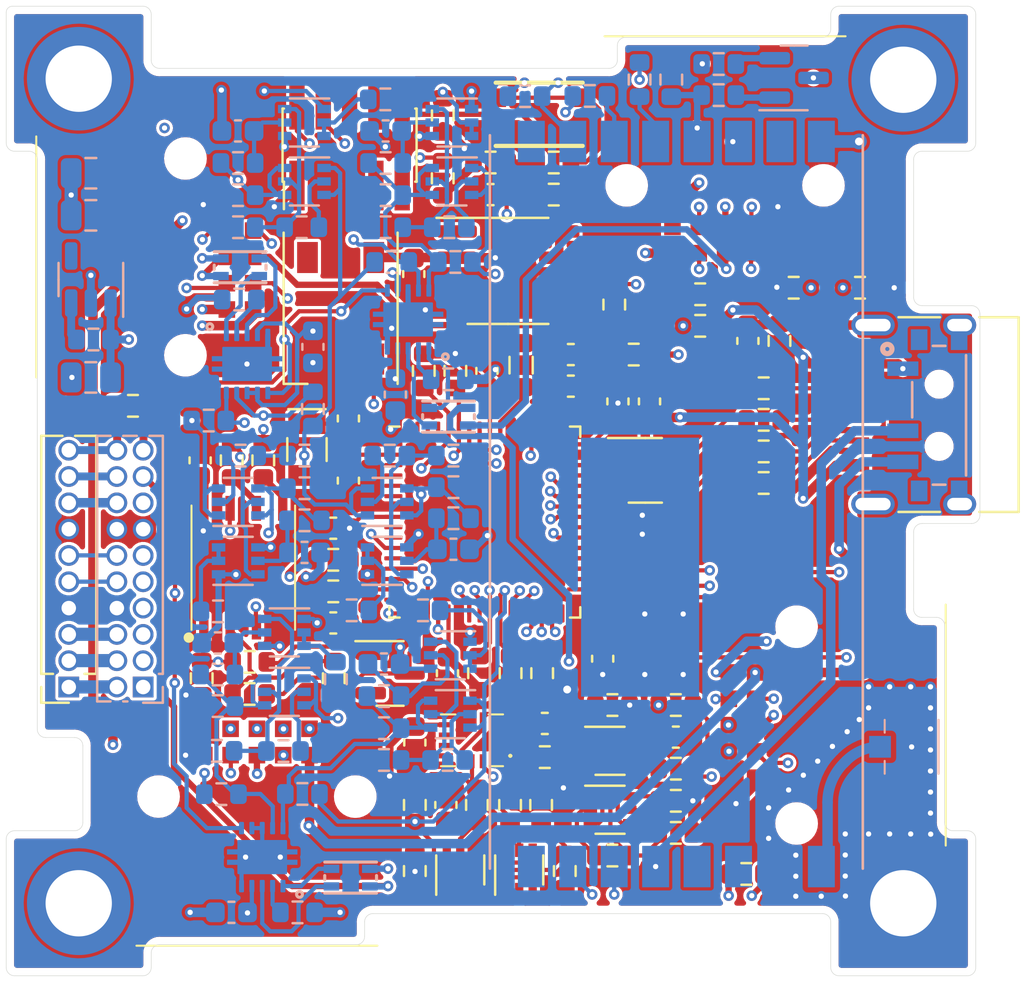
<source format=kicad_pcb>
(kicad_pcb (version 20211014) (generator pcbnew)
  (title_block (title "Project Title"))
  (layers (0 "F.Cu" power "Top") (1 "In1.Cu" mixed) (2 "In2.Cu" mixed) (31 "B.Cu" power "Bottom") (34 "B.Paste" user) (35 "F.Paste" user) (36 "B.SilkS" user "B.Silkscreen") (37 "F.SilkS" user "F.Silkscreen") (38 "B.Mask" user) (39 "F.Mask" user) (44 "Edge.Cuts" user))
  (net 0 "")
  (net 1 "GND")
  (net 2 "MISO")
  (net 3 "SCK")
  (net 4 "MOSI")
  (net 5 "Net-(C6-Pad1)")
  (net 6 "+3V3")
  (net 7 "~{RESET}")
  (net 8 "WDT_WDI")
  (net 9 "BATT_P")
  (net 10 "SDA2")
  (net 11 "SDA1")
  (net 12 "SCL2")
  (net 13 "SCL1")
  (net 14 "BURN2")
  (net 15 "BURN1")
  (net 16 "M_FAULT")
  (net 17 "COIL1_P")
  (net 18 "COIL2_N")
  (net 19 "COIL3_P")
  (net 20 "COIL4_N")
  (net 21 "COIL5_P")
  (net 22 "COIL6_N")
  (net 23 "/BATTERY")
  (net 24 "Net-(R20-Pad2)")
  (net 25 "Net-(C7-Pad2)")
  (net 26 "Net-(FL1-Pad1)")
  (net 27 "Net-(FL1-Pad3)")
  (net 28 "Net-(FL2-Pad1)")
  (net 29 "Net-(FL2-Pad3)")
  (net 30 "Net-(FL3-Pad3)")
  (net 31 "Net-(FL3-Pad1)")
  (net 32 "SCL3")
  (net 33 "SDA3")
  (net 34 "SWCLK")
  (net 35 "SWDIO")
  (net 36 "USB_D-")
  (net 37 "USB_D+")
  (net 38 "RF_RST")
  (net 39 "RF_IO1")
  (net 40 "FLASH_SCK")
  (net 41 "FLASH_IO3")
  (net 42 "FLASH_IO2")
  (net 43 "FLASH_MISO")
  (net 44 "FLASH_MOSI")
  (net 45 "RF_CS")
  (net 46 "Net-(C8-Pad2)")
  (net 47 "Net-(R2-Pad2)")
  (net 48 "Net-(R16-Pad2)")
  (net 49 "Net-(D1-Pad4)")
  (net 55 "HI_POW")
  (net 58 "Net-(C23-Pad2)")
  (net 59 "Net-(C24-Pad1)")
  (net 61 "Net-(C25-Pad1)")
  (net 62 "Net-(C26-Pad1)")
  (net 63 "Net-(C27-Pad1)")
  (net 64 "Net-(C28-Pad1)")
  (net 65 "Net-(C29-Pad1)")
  (net 66 "Net-(C30-Pad1)")
  (net 67 "Net-(C31-Pad1)")
  (net 71 "RF_IO0")
  (net 72 "CAM_EN")
  (net 73 "CAM_CS")
  (net 74 "SD_CS")
  (net 75 "COIL4_P")
  (net 76 "COIL3_N")
  (net 77 "COIL2_P")
  (net 78 "COIL1_N")
  (net 79 "Net-(J8-Pad3)")
  (net 80 "Net-(L1-Pad2)")
  (net 81 "Net-(Q4-Pad2)")
  (net 82 "SCL_IMU")
  (net 83 "Net-(Q2-Pad6)")
  (net 84 "Net-(Q5-Pad2)")
  (net 85 "SCL_M1")
  (net 86 "Net-(Q3-Pad6)")
  (net 87 "Net-(Q8-Pad2)")
  (net 88 "SDA_IMU")
  (net 89 "Net-(Q6-Pad6)")
  (net 90 "Net-(Q9-Pad2)")
  (net 91 "SDA_M1")
  (net 92 "Net-(Q7-Pad6)")
  (net 93 "Net-(Q12-Pad2)")
  (net 94 "SCL_M2")
  (net 95 "Net-(Q10-Pad6)")
  (net 96 "Net-(Q13-Pad2)")
  (net 97 "SCL_M3")
  (net 98 "Net-(Q11-Pad6)")
  (net 99 "Net-(Q16-Pad2)")
  (net 100 "SDA_M2")
  (net 101 "Net-(Q14-Pad6)")
  (net 102 "Net-(Q17-Pad2)")
  (net 103 "SDA_M3")
  (net 104 "Net-(Q15-Pad6)")
  (net 105 "Net-(R12-Pad2)")
  (net 106 "Net-(R13-Pad2)")
  (net 107 "F_CS")
  (net 108 "Net-(R18-Pad2)")
  (net 109 "Net-(R19-Pad2)")
  (net 110 "Net-(Q2-Pad2)")
  (net 111 "Net-(Q3-Pad2)")
  (net 112 "Net-(Q6-Pad2)")
  (net 113 "Net-(Q7-Pad2)")
  (net 114 "Net-(Q10-Pad2)")
  (net 115 "Net-(Q11-Pad2)")
  (net 116 "F_MISO")
  (net 117 "RF_MISO")
  (net 118 "Net-(Q14-Pad2)")
  (net 119 "Net-(Q15-Pad2)")
  (net 120 "RF_SCK")
  (net 121 "RF_MOSI")
  (net 122 "F_SCK")
  (net 123 "F_MOSI")
  (net 145 "DBus+")
  (net 146 "DBus-")
  (net 147 "/DN")
  (net 148 "/DP")
  (net 149 "Net-(Q18-Pad1)")
  (net 150 "Net-(Q18-Pad2)")
  (net 151 "COIL5_N")
  (net 152 "COIL6_P")
  (net 153 "Net-(Q19-Pad1)")
  (net 154 "Net-(Q19-Pad2)")
  (net 155 "BATT_P_SW")
  (net 156 "BATT_N_SW")
  (net 158 "Net-(J9-PadB5)")
  (net 160 "Net-(J9-PadA5)")
  (net 163 "VUSB")
  (net 164 "VUSB_IN")
  (footprint "Resistor_SMD:R_0603_1608Metric" (layer "F.Cu") (at 144.9238 123.3448 -90)
    (fp_text reference "R31" hide)
    (fp_text value "100K")
  )
  (footprint "Package_TO_SOT_SMD:SOT-363_SC-70-6" (layer "F.Cu") (at 154.3472 120.3862)
    (fp_text reference "Q8" hide)
    (fp_text value "MBT2222ADW1T1")
  )
  (footprint "Capacitor_SMD:C_0603_1608Metric" (layer "F.Cu") (at 146.4224 120.1542 90)
    (fp_text reference "C24" hide)
    (fp_text value "10nF")
  )
  (footprint "Capacitor_SMD:C_0603_1608Metric" (layer "F.Cu") (at 152.4546 99.9392 180)
    (fp_text reference "C8" hide)
    (fp_text value "10uF")
  )
  (footprint "Resistor_SMD:R_0603_1608Metric" (layer "F.Cu") (at 136.9482 114.7982)
    (fp_text reference "R69" hide)
    (fp_text value "0")
  )
  (footprint "mainboard:15250102601000" (layer "F.Cu") (at 160.715005 116.3 90)
    (fp_text reference "J4" hide)
    (fp_text value "Conn +Z 02x05 2.00 mm" hide)
  )
  (footprint "Resistor_SMD:R_0603_1608Metric" (layer "F.Cu") (at 146.27 89.9062 -90)
    (fp_text reference "R22" hide)
    (fp_text value "1K")
  )
  (footprint "Connector_PinHeader_1.27mm:PinHeader_2x05_P1.27mm_Vertical_SMD" (layer "F.Cu") (at 141.7742 88.306 90)
    (fp_text reference "J1" hide)
    (fp_text value "Conn 02x05 1.27mm")
  )
  (footprint "Resistor_SMD:R_0603_1608Metric" (layer "F.Cu") (at 137.6086 103.5206 -90)
    (fp_text reference "R89" hide)
    (fp_text value "1K")
  )
  (footprint "Capacitor_SMD:C_0603_1608Metric" (layer "F.Cu") (at 153.9916 113.0964 -90)
    (fp_text reference "C5" hide)
    (fp_text value "0.1uF")
  )
  (footprint "Resistor_SMD:R_0603_1608Metric" (layer "F.Cu") (at 140.9868 108.3212 180)
    (fp_text reference "R3" hide)
    (fp_text value "100K")
  )
  (footprint "Package_TO_SOT_SMD:SOT-23-6" (layer "F.Cu") (at 156.049 104.0032)
    (fp_text reference "U10" hide)
    (fp_text value "USBLC6-2SC6")
  )
  (footprint "Resistor_SMD:R_0603_1608Metric" (layer "F.Cu") (at 160.9258 123.485)
    (fp_text reference "R28" hide)
    (fp_text value "0")
  )
  (footprint "Resistor_SMD:R_0603_1608Metric" (layer "F.Cu") (at 152.1628 123.3448 90)
    (fp_text reference "R29" hide)
    (fp_text value "680")
  )
  (footprint "Resistor_SMD:R_0603_1608Metric" (layer "F.Cu") (at 148.5814 89.1442 180)
    (fp_text reference "R1" hide)
    (fp_text value "10K")
  )
  (footprint "Resistor_SMD:R_0603_1608Metric" (layer "F.Cu") (at 161.763014 103.089786 180)
    (fp_text reference "R92" hide)
    (fp_text value "22")
  )
  (footprint "Capacitor_SMD:C_0603_1608Metric" (layer "F.Cu") (at 154.7282 100.6758 90)
    (fp_text reference "C4" hide)
    (fp_text value "0.1uF")
  )
  (footprint "Resistor_SMD:R_0603_1608Metric" (layer "F.Cu") (at 131.318 100.8888 180)
    (fp_text reference "R26" hide)
    (fp_text value "0")
  )
  (footprint "Connector_USB:USB_C_Receptacle_HRO_TYPE-C-31-M-12" (layer "F.Cu") (at 170.170414 101.311786 90)
    (fp_text reference "J9" hide)
    (fp_text value "USB_C_Receptacle_USB2.0")
  )
  (footprint "mainboard:BTN_KMR2_4.6X2.8" (layer "F.Cu") (at 150.9268 86.8172)
    (fp_text reference "SW1" hide)
    (fp_text value "KMR231NG" hide)
  )
  (footprint "Resistor_SMD:R_0603_1608Metric" (layer "F.Cu") (at 151.0706 113.7944 90)
    (fp_text reference "R21" hide)
    (fp_text value "10K")
  )
  (footprint "Resistor_SMD:R_0603_1608Metric" (layer "F.Cu") (at 151.0198 120.1542 -90)
    (fp_text reference "R33" hide)
    (fp_text value "10K")
  )
  (footprint "Resistor_SMD:R_0603_1608Metric" (layer "F.Cu") (at 161.763014 100.041786 180)
    (fp_text reference "R25" hide)
    (fp_text value "5.1K")
  )
  (footprint "Resistor_SMD:R_0603_1608Metric" (layer "F.Cu") (at 148.0226 113.7944 -90)
    (fp_text reference "R5" hide)
    (fp_text value "10K")
  )
  (footprint "Resistor_SMD:R_0603_1608Metric" (layer "F.Cu") (at 166.4122 95.1894)
    (fp_text reference "R9" hide)
    (fp_text value "10K")
  )
  (footprint "Resistor_SMD:R_0603_1608Metric" (layer "F.Cu") (at 149.5466 113.7944 -90)
    (fp_text reference "R6" hide)
    (fp_text value "10K")
  )
  (footprint "Resistor_SMD:R_0603_1608Metric" (layer "F.Cu") (at 154.461 122.596)
    (fp_text reference "R39" hide)
    (fp_text value "680")
  )
  (footprint "Resistor_SMD:R_0603_1608Metric" (layer "F.Cu") (at 144.9238 120.1542 -90)
    (fp_text reference "R53" hide)
    (fp_text value "0")
  )
  (footprint "Resistor_SMD:R_0603_1608Metric" (layer "F.Cu") (at 163.2118 95.1894 180)
    (fp_text reference "R10" hide)
    (fp_text value "10K")
  )
  (footprint "Resistor_SMD:R_0603_1608Metric" (layer "F.Cu") (at 157.5232 121.5038 180)
    (fp_text reference "R43" hide)
    (fp_text value "10K")
  )
  (footprint "Capacitor_SMD:C_0603_1608Metric" (layer "F.Cu") (at 151.1976 116.2206)
    (fp_text reference "C18" hide)
    (fp_text value "0.1uF")
  )
  (footprint "mainboard:15250102601000" (layer "F.Cu") (at 159.89964 92.88501 180)
    (fp_text reference "J6" hide)
    (fp_text value "Conn +X 02x05 2.00 mm" hide)
  )
  (footprint "Capacitor_SMD:C_0603_1608Metric" (layer "F.Cu") (at 152.4546 98.4152)
    (fp_text reference "C9" hide)
    (fp_text value "1uF")
  )
  (footprint "Resistor_SMD:R_0603_1608Metric" (layer "F.Cu") (at 162.525014 97.755786 90)
    (fp_text reference "R23" hide)
    (fp_text value "1M")
  )
  (footprint "custom-footprints:pycubed_mini_half" (layer "F.Cu") (at 159.258 106.8832)
    (fp_text reference "Ref**" hide)
    (fp_text value "Val**" hide)
  )
  (footprint "Resistor_SMD:R_0603_1608Metric" (layer "F.Cu") (at 157.5222 119.9544 180)
    (fp_text reference "R45" hide)
    (fp_text value "10K")
  )
  (footprint "Connector_PinSocket_1.27mm:PinSocket_1x10_P1.27mm_Vertical" (layer "F.Cu") (at 128.2192 114.462789 180)
    (fp_text reference "J2" hide)
    (fp_text value "Conn 01x10 1.27mm")
  )
  (footprint "Fiducial:Fiducial_0.5mm_Mask1mm" (layer "F.Cu") (at 167.4282 90.2872)
    (fp_text reference "FID2" hide)
    (fp_text value "Fiducial")
  )
  (footprint "LED_SMD:LED_WS2812B_PLCC4_5.0x5.0mm_P3.2mm" (layer "F.Cu") (at 141.3424 96.18 -90)
    (fp_text reference "D1" hide)
    (fp_text value "WS2812B")
  )
  (footprint "Capacitor_SMD:C_0603_1608Metric" (layer "F.Cu") (at 141.7168 104.5 -90)
    (fp_text reference "C6" hide)
    (fp_text value "10pF")
  )
  (footprint "Capacitor_SMD:C_0603_1608Metric" (layer "F.Cu") (at 140.9868 106.7972 180)
    (fp_text reference "C2" hide)
    (fp_text value "0.1uF")
  )
  (footprint "Package_TO_SOT_SMD:SOT-363_SC-70-6" (layer "F.Cu") (at 149.9616 123.2916 90)
    (fp_text reference "Q4" hide)
    (fp_text value "MBT2222ADW1T1")
  )
  (footprint "Resistor_SMD:R_0603_1608Metric" (layer "F.Cu") (at 136.954296 113.2488 180)
    (fp_text reference "R85" hide)
    (fp_text value "4.7K")
  )
  (footprint "Inductor_SMD:L_0805_2012Metric" (layer "F.Cu") (at 150.0546 98.9254 -90)
    (fp_text reference "L1" hide)
    (fp_text value "10uH")
  )
  (footprint "Fiducial:Fiducial_0.5mm_Mask1mm" (layer "F.Cu") (at 167.4368 107.7976)
    (fp_text reference "FID1" hide)
    (fp_text value "Fiducial")
  )
  (footprint "Capacitor_SMD:C_0603_1608Metric" (layer "F.Cu") (at 146.5 113.7944 -90)
    (fp_text reference "C1" hide)
    (fp_text value "0.1uF")
  )
  (footprint "Resistor_SMD:R_0603_1608Metric" (layer "F.Cu") (at 151.1976 117.8462 180)
    (fp_text reference "R16" hide)
    (fp_text value "10K")
  )
  (footprint "Resistor_SMD:R_0603_1608Metric" (layer "F.Cu") (at 158.6992 95.504)
    (fp_text reference "R70" hide)
    (fp_text value "100K")
  )
  (footprint "Capacitor_SMD:C_0603_1608Metric" (layer "F.Cu") (at 148.5814 90.6936 180)
    (fp_text reference "C11" hide)
    (fp_text value "1uF")
  )
  (footprint "Capacitor_SMD:C_0603_1608Metric" (layer "F.Cu") (at 144.9238 117.1448 -90)
    (fp_text reference "C19" hide)
    (fp_text value "0.1uF")
  )
  (footprint "Package_SO:SOIC-8_3.9x4.9mm_P1.27mm" (layer "F.Cu") (at 149.4196 94.3766)
    (fp_text reference "U2" hide)
    (fp_text value "MAX706RESA+")
  )
  (footprint "Package_TO_SOT_SMD:SOT-363_SC-70-6" (layer "F.Cu") (at 154.3472 117.5414)
    (fp_text reference "Q6" hide)
    (fp_text value "BSS138DWQ-7")
  )
  (footprint "Capacitor_SMD:C_0603_1608Metric" (layer "F.Cu") (at 161.001014 97.755786 90)
    (fp_text reference "C23" hide)
    (fp_text value "4.7nF")
  )
  (footprint "Resistor_SMD:R_0603_1608Metric" (layer "F.Cu") (at 145.3556 99.2026 90)
    (fp_text reference "R8" hide)
    (fp_text value "10K")
  )
  (footprint "Resistor_SMD:R_0603_1608Metric" (layer "F.Cu") (at 155.4902 98.4152)
    (fp_text reference "R27" hide)
    (fp_text value "0")
  )
  (footprint "mainboard:15250102601000" (layer "F.Cu") (at 136.485006 93.699995 -90)
    (fp_text reference "J5" hide)
    (fp_text value "Conn -Z 02x05 2.00 mm" hide)
  )
  (footprint "mainboard:MountingHole" (layer "F.Cu") (at 168.500465 124.900155)
    (fp_text reference "H2" hide)
    (fp_text value "MountingHole_Pad")
  )
  (footprint "Resistor_SMD:R_0603_1608Metric" (layer "F.Cu") (at 141.0122 114.0362 90)
    (fp_text reference "R82" hide)
    (fp_text value "0")
  )
  (footprint "Capacitor_SMD:C_0603_1608Metric" (layer "F.Cu") (at 141.7168 101.5 -90)
    (fp_text reference "C7" hide)
    (fp_text value "10pF")
  )
  (footprint "Resistor_SMD:R_0603_1608Metric" (layer "F.Cu") (at 158.6992 97.028 180)
    (fp_text reference "R17" hide)
    (fp_text value "0")
  )
  (footprint "mainboard:MountingHole" (layer "F.Cu") (at 128.700445 124.900155)
    (fp_text reference "H3" hide)
    (fp_text value "MountingHole_Pad")
  )
  (footprint "Package_TO_SOT_SMD:SOT-363_SC-70-6" (layer "F.Cu") (at 147.1168 123.2916 90)
    (fp_text reference "Q2" hide)
    (fp_text value "BSS138DWQ-7")
  )
  (footprint "Resistor_SMD:R_0603_1608Metric" (layer "F.Cu") (at 146.8796 99.2026 90)
    (fp_text reference "R7" hide)
    (fp_text value "10K")
  )
  (footprint "Capacitor_SMD:C_0603_1608Metric" (layer "F.Cu") (at 140.9876 111.3692 180)
    (fp_text reference "C10" hide)
    (fp_text value "0.1uF")
  )
  (footprint "Resistor_SMD:R_0603_1608Metric" (layer "F.Cu") (at 136.0846 103.5206 90)
    (fp_text reference "R88" hide)
    (fp_text value "1K")
  )
  (footprint "Resistor_SMD:R_0603_1608Metric" (layer "F.Cu") (at 151.6294 90.6936)
    (fp_text reference "R12" hide)
    (fp_text value "10K")
  )
  (footprint "Resistor_SMD:R_0603_1608Metric" (layer "F.Cu") (at 157.5222 115.3316 180)
    (fp_text reference "R54" hide)
    (fp_text value "0")
  )
  (footprint "Package_DFN_QFN:QFN-64-1EP_9x9mm_P0.5mm_EP4.7x4.7mm" (layer "F.Cu") (at 148.3 106.5)
    (fp_text reference "U1" hide)
    (fp_text value "ATSAMD51J20A-M")
  )
  (footprint "Fiducial:Fiducial_0.5mm_Mask1mm" (layer "F.Cu") (at 128.016 100.8888)
    (fp_text reference "FID3" hide)
    (fp_text value "Fiducial")
  )
  (footprint "Resistor_SMD:R_0603_1608Metric" (layer "F.Cu") (at 161.763014 101.565786)
    (fp_text reference "R93" hide)
    (fp_text value "22")
  )
  (footprint "Resistor_SMD:R_0603_1608Metric" (layer "F.Cu") (at 151.6294 89.1442)
    (fp_text reference "R2" hide)
    (fp_text value "330")
  )
  (footprint "Capacitor_SMD:C_0603_1608Metric" (layer "F.Cu") (at 144.873 94.529 -90)
    (fp_text reference "C12" hide)
    (fp_text value "0.1uF")
  )
  (footprint "Resistor_SMD:R_0603_1608Metric" (layer "F.Cu") (at 161.763014 104.613786 180)
    (fp_text reference "R24" hide)
    (fp_text value "5.1K")
  )
  (footprint "mainboard:15250102601000" (layer "F.Cu") (at 137.30126 117.11468)
    (fp_text reference "J7" hide)
    (fp_text value "Conn -X 02x05 2.00 mm" hide)
  )
  (footprint "Resistor_SMD:R_0603_1608Metric" (layer "F.Cu") (at 154.462 115.3316 180)
    (fp_text reference "R41" hide)
    (fp_text value "100K")
  )
  (footprint "Capacitor_SMD:C_0603_1608Metric" (layer "F.Cu") (at 156.2522 100.6758 -90)
    (fp_text reference "C17" hide)
    (fp_text value "0.1uF")
  )
  (footprint "Capacitor_SMD:C_0603_1608Metric" (layer "F.Cu") (at 157.5222 116.881)
    (fp_text reference "C26" hide)
    (fp_text value "10nF")
  )
  (footprint "Resistor_SMD:R_0603_1608Metric" (layer "F.Cu") (at 146.272814 86.868 90)
    (fp_text reference "R32" hide)
    (fp_text value "100K")
  )
  (footprint "Package_TO_SOT_SMD:SOT-23" (layer "F.Cu") (at 143.73 113.8076)
    (fp_text reference "Q19" hide)
    (fp_text value "MMBT2907")
  )
  (footprint "mainboard:MountingHole" (layer "F.Cu") (at 128.700445 85.099786)
    (fp_text reference "H4" hide)
    (fp_text value "MountingHole_Pad")
  )
  (footprint "Resistor_SMD:R_0603_1608Metric" (layer "F.Cu") (at 154.5504 96.0022 90)
    (fp_text reference "R11" hide)
    (fp_text value "10K")
  )
  (footprint "Capacitor_SMD:C_0603_1608Metric" (layer "F.Cu") (at 148.4042 99.2026 90)
    (fp_text reference "C3" hide)
    (fp_text value "0.1uF")
  )
  (footprint "Resistor_SMD:R_0603_1608Metric" (layer "F.Cu") (at 140.9868 109.8452)
    (fp_text reference "R4" hide)
    (fp_text value "100K")
  )
  (footprint "mainboard:MountingHole" (layer "F.Cu") (at 168.500465 85.099786)
    (fp_text reference "H1" hide)
    (fp_text value "MountingHole_Pad")
  )
  (footprint "Resistor_SMD:R_0603_1608Metric" (layer "F.Cu") (at 149.5212 120.1542 -90)
    (fp_text reference "R35" hide)
    (fp_text value "10K")
  )
  (footprint "mainboard:SON127P600X500X90-9N" (layer "F.Cu") (at 136.6434 108.7022 90)
    (fp_text reference "U4" hide)
    (fp_text value "MR25H40")
  )
  (footprint "Resistor_SMD:R_0603_1608Metric" (layer "F.Cu") (at 147.921 120.1542 -90)
    (fp_text reference "R36" hide)
    (fp_text value "200K")
  )
  (footprint "Resistor_SMD:R_0603_1608Metric" (layer "F.Cu") (at 157.5232 118.405 180)
    (fp_text reference "R46" hide)
    (fp_text value "200K")
  )
  (footprint "Crystal:Crystal_SMD_MicroCrystal_CC7V-T1A-2Pin_3.2x1.5mm" (layer "F.Cu") (at 139.7168 103 -90)
    (fp_text reference "Y1" hide)
    (fp_text value "32.768kHz")
  )
  (footprint "mainboard:BMX160" (layer "F.Cu") (at 147.682189 117.0334)
    (fp_text reference "U5" hide)
    (fp_text value "BMX160" hide)
  )
  (footprint "Resistor_SMD:R_0603_1608Metric" (layer "F.Cu") (at 134.6368 114.0362 90)
    (fp_text reference "R14" hide)
    (fp_text value "10K")
  )
  (footprint "Capacitor_SMD:C_0603_1608Metric" (layer "F.Cu") (at 134.5606 103.5206 90)
    (fp_text reference "C16" hide)
    (fp_text value "0.1uF")
  )
  (footprint "Resistor_SMD:R_0603_1608Metric" (layer "B.Cu") (at 146.5088 117.9836 180)
    (fp_text reference "R50" hide)
    (fp_text value "680")
  )
  (footprint "mainboard:VSON-10" (layer "B.Cu") (at 136.826208 98.866909 -90)
    (fp_text reference "U8" hide)
    (fp_text value "DRV8830DRC")
  )
  (footprint "mainboard:RFM95PW" (layer "B.Cu") (at 157.0476 105.5288 -90)
    (fp_text reference "U6" hide)
    (fp_text value "RFM98PW" hide)
  )
  (footprint "Resistor_SMD:R_0603_1608Metric" (layer "B.Cu") (at 155.772814 85.140786 90)
    (fp_text reference "R86" hide)
    (fp_text value "1K")
  )
  (footprint "Capacitor_SMD:C_0603_1608Metric" (layer "B.Cu") (at 136.3894 87.6202 180)
    (fp_text reference "C27" hide)
    (fp_text value "10nF")
  )
  (footprint "Package_TO_SOT_SMD:SOT-23-5" (layer "B.Cu") (at 129.286 94.7928 90)
    (fp_text reference "U3" hide)
    (fp_text value "AP2112K-3.3")
  )
  (footprint "Package_TO_SOT_SMD:SOT-23" (layer "B.Cu") (at 163.232814 85.060786)
    (fp_text reference "Q18" hide)
    (fp_text value "MMBT2907")
  )
  (footprint "Resistor_SMD:R_0603_1608Metric" (layer "B.Cu") (at 138.5824 117.5512 180)
    (fp_text reference "R68" hide)
    (fp_text value "680")
  )
  (footprint "Capacitor_SMD:C_0805_2012Metric" (layer "B.Cu") (at 129.286 89.662 180)
    (fp_text reference "C15" hide)
    (fp_text value "1uF")
  )
  (footprint "Resistor_SMD:R_0603_1608Metric" (layer "B.Cu") (at 139.6 106.4162 180)
    (fp_text reference "R64" hide)
    (fp_text value "200K")
  )
  (footprint "Resistor_SMD:R_0603_1608Metric" (layer "B.Cu") (at 135.5852 119.634 180)
    (fp_text reference "R60" hide)
    (fp_text value "0")
  )
  (footprint "Resistor_SMD:R_0603_1608Metric" (layer "B.Cu") (at 143.7148 103.292)
    (fp_text reference "R67" hide)
    (fp_text value "680")
  )
  (footprint "Package_TO_SOT_SMD:SOT-363_SC-70-6" (layer "B.Cu") (at 139.5908 90.0586 180)
    (fp_text reference "Q9" hide)
    (fp_text value "MBT2222ADW1T1")
  )
  (footprint "Connector_PinSocket_1.27mm:PinSocket_2x10_P1.27mm_Vertical" (layer "B.Cu") (at 131.810608 114.462789)
    (fp_text reference "J3" hide)
    (fp_text value "Conn 02x10 1.27mm")
  )
  (footprint "Capacitor_SMD:C_0603_1608Metric" (layer "B.Cu") (at 143.5146 87.6202 180)
    (fp_text reference "C25" hide)
    (fp_text value "10nF")
  )
  (footprint "Resistor_SMD:R_0603_1608Metric" (layer "B.Cu") (at 136.4488 95.758)
    (fp_text reference "R19" hide)
    (fp_text value "0")
  )
  (footprint "Package_TO_SOT_SMD:SOT-363_SC-70-6" (layer "B.Cu") (at 138.6246 114.6966 180)
    (fp_text reference "Q17" hide)
    (fp_text value "MBT2222ADW1T1")
  )
  (footprint "Package_TO_SOT_SMD:SOT-363_SC-70-6" (layer "B.Cu") (at 146.6358 115.7738 180)
    (fp_text reference "Q13" hide)
    (fp_text value "MBT2222ADW1T1")
  )
  (footprint "Resistor_SMD:R_0603_1608Metric" (layer "B.Cu") (at 146.588 92.2684 180)
    (fp_text reference "R30" hide)
    (fp_text value "680")
  )
  (footprint "Capacitor_SMD:C_0603_1608Metric" (layer "B.Cu") (at 136.0716 125.3392 180)
    (fp_text reference "C22" hide)
    (fp_text value "0.1uF")
  )
  (footprint "Resistor_SMD:R_0603_1608Metric" (layer "B.Cu") (at 146.7882 103.292 180)
    (fp_text reference "R74" hide)
    (fp_text value "10K")
  )
  (footprint "Resistor_SMD:R_0603_1608Metric" (layer "B.Cu") (at 141.1138 114.087 90)
    (fp_text reference "R73" hide)
    (fp_text value "100K")
  )
  (footprint "Capacitor_SMD:C_0805_2012Metric" (layer "B.Cu") (at 129.286 91.694 180)
    (fp_text reference "C14" hide)
    (fp_text value "10uF")
  )
  (footprint "Package_TO_SOT_SMD:SOT-363_SC-70-6" (layer "B.Cu") (at 146.6358 112.929 180)
    (fp_text reference "Q11" hide)
    (fp_text value "BSS138DWQ-7")
  )
  (footprint "mainboard:SW_PCM12SMTR" (layer "B.Cu") (at 170.2308 101.346 -90)
    (fp_text reference "SW2" hide)
    (fp_text value "SW_SPDT")
  )
  (footprint "Resistor_SMD:R_0603_1608Metric" (layer "B.Cu") (at 157.302814 85.140786 90)
    (fp_text reference "R15" hide)
    (fp_text value "10K")
  )
  (footprint "Resistor_SMD:R_0603_1608Metric" (layer "B.Cu") (at 150.242814 85.940786 180)
    (fp_text reference "R71" hide)
    (fp_text value "0")
  )
  (footprint "Resistor_SMD:R_0603_1608Metric" (layer "B.Cu") (at 146.8796 93.9448)
    (fp_text reference "R55" hide)
    (fp_text value "0")
  )
  (footprint "Capacitor_SMD:C_0603_1608Metric" (layer "B.Cu") (at 146.7882 107.8132)
    (fp_text reference "C30" hide)
    (fp_text value "10nF")
  )
  (footprint "Resistor_SMD:R_0603_1608Metric" (layer "B.Cu") (at 146.7882 104.816 180)
    (fp_text reference "R76" hide)
    (fp_text value "10K")
  )
  (footprint "Resistor_SMD:R_0603_1608Metric" (layer "B.Cu") (at 136.3894 90.719)
    (fp_text reference "R47" hide)
    (fp_text value "10K")
  )
  (footprint "Resistor_SMD:R_0603_1608Metric" (layer "B.Cu") (at 136.3894 89.1696)
    (fp_text reference "R48" hide)
    (fp_text value "200K")
  )
  (footprint "Resistor_SMD:R_0603_1608Metric" (layer "B.Cu") (at 159.592814 84.390786 180)
    (fp_text reference "R81" hide)
    (fp_text value "0")
  )
  (footprint "Resistor_SMD:R_0603_1608Metric" (layer "B.Cu") (at 143.8062 93.9448 180)
    (fp_text reference "R56" hide)
    (fp_text value "0")
  )
  (footprint "Resistor_SMD:R_0603_1608Metric" (layer "B.Cu") (at 143.5146 90.719)
    (fp_text reference "R37" hide)
    (fp_text value "10K")
  )
  (footprint "Resistor_SMD:R_0603_1608Metric" (layer "B.Cu") (at 129.413 97.6884 180)
    (fp_text reference "R13" hide)
    (fp_text value "10K")
  )
  (footprint "Package_TO_SOT_SMD:SOT-363_SC-70-6" (layer "B.Cu") (at 139.5908 87.2138 180)
    (fp_text reference "Q7" hide)
    (fp_text value "BSS138DWQ-7")
  )
  (footprint "Resistor_SMD:R_0603_1608Metric" (layer "B.Cu") (at 135.4242 110.8104 180)
    (fp_text reference "R51" hide)
    (fp_text value "100K")
  )
  (footprint "Resistor_SMD:R_0603_1608Metric" (layer "B.Cu") (at 145.317 110.7596)
    (fp_text reference "R52" hide)
    (fp_text value "100K")
  )
  (footprint "Package_TO_SOT_SMD:SOT-363_SC-70-6" (layer "B.Cu") (at 146.715 90.0586 180)
    (fp_text reference "Q5" hide)
    (fp_text value "MBT2222ADW1T1")
  )
  (footprint "Package_TO_SOT_SMD:SOT-363_SC-70-6" (layer "B.Cu") (at 143.5878 105.5272)
    (fp_text reference "Q16" hide)
    (fp_text value "MBT2222ADW1T1")
  )
  (footprint "Resistor_SMD:R_0603_1608Metric" (layer "B.Cu") (at 140.0048 101.0412 -90)
    (fp_text reference "R58" hide)
    (fp_text value "0")
  )
  (footprint "Package_TO_SOT_SMD:SOT-363_SC-70-6" (layer "B.Cu") (at 136.3996 105.5272)
    (fp_text reference "Q12" hide)
    (fp_text value "MBT2222ADW1T1")
  )
  (footprint "Resistor_SMD:R_0603_1608Metric" (layer "B.Cu") (at 143.4354 117.9836)
    (fp_text reference "R62" hide)
    (fp_text value "10K")
  )
  (footprint "Capacitor_SMD:C_0603_1608Metric" (layer "B.Cu") (at 143.4354 113.3504)
    (fp_text reference "C29" hide)
    (fp_text value "10nF")
  )
  (footprint "mainboard:VSON-10" (layer "B.Cu") (at 144.599086 96.718886 90)
    (fp_text reference "U7" hide)
    (fp_text value "DRV8830DRC")
  )
  (footprint "Capacitor_SMD:C_0603_1608Metric" (layer "B.Cu") (at 139.6 107.9656)
    (fp_text reference "C28" hide)
    (fp_text value "10nF")
  )
  (footprint "Package_TO_SOT_SMD:SOT-363_SC-70-6" (layer "B.Cu") (at 136.3996 108.372)
    (fp_text reference "Q10" hide)
    (fp_text value "BSS138DWQ-7")
  )
  (footprint "Resistor_SMD:R_0603_1608Metric" (layer "B.Cu") (at 136.5144 103.292)
    (fp_text reference "R49" hide)
    (fp_text value "680")
  )
  (footprint "Resistor_SMD:R_0603_1608Metric" (layer "B.Cu") (at 143.4354 116.4492)
    (fp_text reference "R65" hide)
    (fp_text value "10K")
  )
  (footprint "Resistor_SMD:R_0603_1608Metric" (layer "B.Cu") (at 139.6 104.8668 180)
    (fp_text reference "R63" hide)
    (fp_text value "10K")
  )
  (footprint "mainboard:VSON-10" (layer "B.Cu") (at 137.557805 122.672195 90)
    (fp_text reference "U9" hide)
    (fp_text value "DRV8830DRC")
  )
  (footprint "Resistor_SMD:R_0603_1608Metric" (layer "B.Cu") (at 143.5146 92.2684)
    (fp_text reference "R34" hide)
    (fp_text value "10K")
  )
  (footprint "Resistor_SMD:R_0603_1608Metric" (layer "B.Cu") (at 136.3904 92.2684)
    (fp_text reference "R44" hide)
    (fp_text value "10K")
  )
  (footprint "Resistor_SMD:R_0603_1608Metric" (layer "B.Cu") (at 139.6 103.292 180)
    (fp_text reference "R61" hide)
    (fp_text value "10K")
  )
  (footprint "Resistor_SMD:R_0603_1608Metric" (layer "B.Cu") (at 135.372414 117.542386)
    (fp_text reference "R75" hide)
    (fp_text value "10K")
  )
  (footprint "Package_TO_SOT_SMD:SOT-363_SC-70-6" (layer "B.Cu") (at 146.715 87.2138 180)
    (fp_text reference "Q3" hide)
    (fp_text value "BSS138DWQ-7")
  )
  (footprint "Capacitor_SMD:C_0603_1608Metric" (layer "B.Cu") (at 135.413 112.3344 180)
    (fp_text reference "C31" hide)
    (fp_text value "10nF")
  )
  (footprint "Resistor_SMD:R_0603_1608Metric" (layer "B.Cu") (at 146.5362 99.609 180)
    (fp_text reference "R18" hide)
    (fp_text value "0")
  )
  (footprint "Capacitor_SMD:C_0603_1608Metric" (layer "B.Cu") (at 143.984001 100.3456 -90)
    (fp_text reference "C20" hide)
    (fp_text value "0.1uF")
  )
  (footprint "Resistor_SMD:R_0603_1608Metric" (layer "B.Cu") (at 139.4638 92.2684 180)
    (fp_text reference "R40" hide)
    (fp_text value "680")
  )
  (footprint "Package_TO_SOT_SMD:SOT-363_SC-70-6" (layer "B.Cu") (at 138.6246 111.8264 180)
    (fp_text reference "Q15" hide)
    (fp_text value "BSS138DWQ-7")
  )
  (footprint "Package_TO_SOT_SMD:SOT-363_SC-70-6" (layer "B.Cu") (at 143.5878 108.372)
    (fp_text reference "Q14" hide)
    (fp_text value "BSS138DWQ-7")
  )
  (footprint "mainboard:SRF2012" (layer "B.Cu") (at 146.549401 101.4124)
    (fp_text reference "FL1" hide)
    (fp_text value "EMI_Filter_CommonMode")
  )
  (footprint "Resistor_SMD:R_0603_1608Metric" (layer "B.Cu") (at 135.4112 113.8584)
    (fp_text reference "R79" hide)
    (fp_text value "200K")
  )
  (footprint "Resistor_SMD:R_0603_1608Metric" (layer "B.Cu") (at 141.8758 110.7596)
    (fp_text reference "R72" hide)
    (fp_text value "100K")
  )
  (footprint "Resistor_SMD:R_0603_1608Metric" (layer "B.Cu") (at 153.372814 85.930786 180)
    (fp_text reference "R87" hide)
    (fp_text value "1K")
  )
  (footprint "mainboard:U.FL-R-SMT-1" (layer "B.Cu") (at 168.9044 117.348 90)
    (fp_text reference "J8" hide)
    (fp_text value "U.FL-R-SMT-1" hide)
  )
  (footprint "Resistor_SMD:R_0603_1608Metric" (layer "B.Cu") (at 134.9756 101.6 180)
    (fp_text reference "R57" hide)
    (fp_text value "0")
  )
  (footprint "Resistor_SMD:R_0603_1608Metric" (layer "B.Cu") (at 135.4112 115.3824)
    (fp_text reference "R78" hide)
    (fp_text value "10K")
  )
  (footprint "mainboard:SRF2012" (layer "B.Cu") (at 136.491 94.1988 180)
    (fp_text reference "FL2" hide)
    (fp_text value "EMI_Filter_CommonMode")
  )
  (footprint "Resistor_SMD:R_0603_1608Metric" (layer "B.Cu") (at 146.7882 106.3146 180)
    (fp_text reference "R77" hide)
    (fp_text value "200K")
  )
  (footprint "Capacitor_SMD:C_0805_2012Metric" (layer "B.Cu") (at 129.286 99.5172 180)
    (fp_text reference "C13" hide)
    (fp_text value "10uF")
  )
  (footprint "Resistor_SMD:R_0603_1608Metric" (layer "B.Cu") (at 139.2596 125.3392 180)
    (fp_text reference "R20" hide)
    (fp_text value "0")
  )
  (footprint "Capacitor_SMD:C_0603_1608Metric" (layer "B.Cu") (at 140.0048 98.044 -90)
    (fp_text reference "C21" hide)
    (fp_text value "0.1uF")
  )
  (footprint "mainboard:SRF2012" (layer "B.Cu") (at 141.825 123.6628)
    (fp_text reference "FL3" hide)
    (fp_text value "EMI_Filter_CommonMode")
  )
  (footprint "Resistor_SMD:R_0603_1608Metric" (layer "B.Cu") (at 143.5014 86.0962 180)
    (fp_text reference "R42" hide)
    (fp_text value "100K")
  )
  (footprint "Resistor_SMD:R_0603_1608Metric" (layer "B.Cu") (at 159.592814 85.890786 180)
    (fp_text reference "R84" hide)
    (fp_text value "4.7k")
  )
  (footprint "Resistor_SMD:R_0603_1608Metric" (layer "B.Cu") (at 143.4354 114.8998)
    (fp_text reference "R66" hide)
    (fp_text value "200K")
  )
  (footprint "Resistor_SMD:R_0603_1608Metric" (layer "B.Cu") (at 143.5146 89.1696)
    (fp_text reference "R38" hide)
    (fp_text value "200K")
  )
  (footprint "Resistor_SMD:R_0603_1608Metric" (layer "B.Cu") (at 139.4968 119.6242)
    (fp_text reference "R59" hide)
    (fp_text value "0")
  )
  (gr_line (start 128.500014 116.900007) (end 127.1 116.899993) (layer "Edge.Cuts") (width 0.0254))
  (gr_arc (start 170.1 111.1) (mid 170.382847 111.217153) (end 170.5 111.5) (layer "Edge.Cuts") (width 0.0254))
  (gr_line (start 155.1 83.1) (end 164.6 83.1) (layer "Edge.Cuts") (width 0.0254))
  (gr_arc (start 171.6 81.6) (mid 171.882847 81.717153) (end 172 82) (layer "Edge.Cuts") (width 0.0254))
  (gr_line (start 128.9 121) (end 128.900014 117.300007) (layer "Edge.Cuts") (width 0.0254))
  (gr_arc (start 172 88.2) (mid 171.882837 88.482829) (end 171.6 88.6) (layer "Edge.Cuts") (width 0.0254))
  (gr_line (start 142.1 126.9) (end 132.6 126.9) (layer "Edge.Cuts") (width 0.0254))
  (gr_line (start 131.8 128.4) (end 125.6 128.4) (layer "Edge.Cuts") (width 0.0254))
  (gr_arc (start 125.6 128.4) (mid 125.317161 128.282839) (end 125.2 128) (layer "Edge.Cuts") (width 0.0254))
  (gr_arc (start 165 82.7) (mid 164.882837 82.982829) (end 164.6 83.1) (layer "Edge.Cuts") (width 0.0254))
  (gr_line (start 169 110.7) (end 169.002014 106.975986) (layer "Edge.Cuts") (width 0.0254))
  (gr_arc (start 172.202414 106.163186) (mid 172.083382 106.450554) (end 171.796014 106.569586) (layer "Edge.Cuts") (width 0.0254))
  (gr_line (start 126.7 98.5) (end 126.7 89) (layer "Edge.Cuts") (width 0.0254))
  (gr_arc (start 127.1 116.899993) (mid 126.817161 116.782832) (end 126.7 116.499993) (layer "Edge.Cuts") (width 0.0254))
  (gr_line (start 165.4 81.6) (end 171.6 81.6) (layer "Edge.Cuts") (width 0.0254))
  (gr_arc (start 170.9 121.4) (mid 170.617161 121.282839) (end 170.5 121) (layer "Edge.Cuts") (width 0.0254))
  (gr_line (start 169.408414 106.569586) (end 171.796014 106.569586) (layer "Edge.Cuts") (width 0.0254))
  (gr_arc (start 128.9 121) (mid 128.782843 121.282843) (end 128.5 121.4) (layer "Edge.Cuts") (width 0.0254))
  (gr_line (start 126.3 121.4) (end 128.5 121.4) (layer "Edge.Cuts") (width 0.0254))
  (gr_arc (start 125.2 121.8) (mid 125.317151 121.517143) (end 125.6 121.4) (layer "Edge.Cuts") (width 0.0254))
  (gr_line (start 165 128) (end 165 125.8) (layer "Edge.Cuts") (width 0.0254))
  (gr_arc (start 132.2 128) (mid 132.082837 128.282829) (end 131.8 128.4) (layer "Edge.Cuts") (width 0.0254))
  (gr_arc (start 169.4 111.1) (mid 169.117161 110.982839) (end 169 110.7) (layer "Edge.Cuts") (width 0.0254))
  (gr_arc (start 126.3 88.6) (mid 126.582847 88.717153) (end 126.7 89) (layer "Edge.Cuts") (width 0.0254))
  (gr_line (start 169.408414 96.053986) (end 171.796014 96.053986) (layer "Edge.Cuts") (width 0.0254))
  (gr_arc (start 171.796014 96.053986) (mid 172.083382 96.173018) (end 172.202414 96.460386) (layer "Edge.Cuts") (width 0.0254))
  (gr_arc (start 154.7 84.2) (mid 154.582837 84.482829) (end 154.3 84.6) (layer "Edge.Cuts") (width 0.0254))
  (gr_arc (start 132.6 84.6) (mid 132.317161 84.482839) (end 132.2 84.2) (layer "Edge.Cuts") (width 0.0254))
  (gr_line (start 169 89) (end 169.002014 95.647586) (layer "Edge.Cuts") (width 0.0254))
  (gr_arc (start 142.5 126.5) (mid 142.382837 126.782829) (end 142.1 126.9) (layer "Edge.Cuts") (width 0.0254))
  (gr_arc (start 165 82) (mid 165.117151 81.717143) (end 165.4 81.6) (layer "Edge.Cuts") (width 0.0254))
  (gr_line (start 125.2 88.2) (end 125.2 81.9) (layer "Edge.Cuts") (width 0.0254))
  (gr_line (start 170.9 121.4) (end 171.6 121.4) (layer "Edge.Cuts") (width 0.0254))
  (gr_arc (start 164.6 125.4) (mid 164.882847 125.517153) (end 165 125.8) (layer "Edge.Cuts") (width 0.0254))
  (gr_arc (start 169.408414 96.053986) (mid 169.121046 95.934954) (end 169.002014 95.647586) (layer "Edge.Cuts") (width 0.0254))
  (gr_line (start 125.6 121.4) (end 126.3 121.4) (layer "Edge.Cuts") (width 0.0254))
  (gr_line (start 171.6 88.6) (end 169.4 88.6) (layer "Edge.Cuts") (width 0.0254))
  (gr_line (start 132.2 127.3) (end 132.2 128) (layer "Edge.Cuts") (width 0.0254))
  (gr_line (start 169.4 111.1) (end 170.1 111.1) (layer "Edge.Cuts") (width 0.0254))
  (gr_line (start 171.6 128.4) (end 165.4 128.4) (layer "Edge.Cuts") (width 0.0254))
  (gr_line (start 126.7 98.5) (end 126.7 116.499993) (layer "Edge.Cuts") (width 0.0254))
  (gr_arc (start 169 89) (mid 169.117151 88.717143) (end 169.4 88.6) (layer "Edge.Cuts") (width 0.0254))
  (gr_arc (start 154.7 83.5) (mid 154.817151 83.217143) (end 155.1 83.1) (layer "Edge.Cuts") (width 0.0254))
  (gr_line (start 132.2 82) (end 132.2 84.2) (layer "Edge.Cuts") (width 0.0254))
  (gr_line (start 172 121.8) (end 172 128) (layer "Edge.Cuts") (width 0.0254))
  (gr_arc (start 169.002014 106.975986) (mid 169.121046 106.688618) (end 169.408414 106.569586) (layer "Edge.Cuts") (width 0.0254))
  (gr_arc (start 132.2 127.3) (mid 132.317151 127.017143) (end 132.6 126.9) (layer "Edge.Cuts") (width 0.0254))
  (gr_arc (start 165.4 128.4) (mid 165.117161 128.282839) (end 165 128) (layer "Edge.Cuts") (width 0.0254))
  (gr_line (start 172 82) (end 172 88.2) (layer "Edge.Cuts") (width 0.0254))
  (gr_line (start 125.2 128) (end 125.2 121.8) (layer "Edge.Cuts") (width 0.0254))
  (gr_line (start 142.5 125.8) (end 142.5 126.5) (layer "Edge.Cuts") (width 0.0254))
  (gr_arc (start 172 128) (mid 171.882837 128.282829) (end 171.6 128.4) (layer "Edge.Cuts") (width 0.0254))
  (gr_line (start 154.7 84.2) (end 154.7 83.5) (layer "Edge.Cuts") (width 0.0254))
  (gr_arc (start 128.500014 116.900007) (mid 128.782847 117.017174) (end 128.900014 117.300007) (layer "Edge.Cuts") (width 0.0254))
  (gr_line (start 165 82.7) (end 165 82) (layer "Edge.Cuts") (width 0.0254))
  (gr_arc (start 142.5 125.8) (mid 142.617151 125.517143) (end 142.9 125.4) (layer "Edge.Cuts") (width 0.0254))
  (gr_line (start 126.3 88.6) (end 125.6 88.6) (layer "Edge.Cuts") (width 0.0254))
  (gr_line (start 125.5 81.6) (end 131.8 81.6) (layer "Edge.Cuts") (width 0.0254))
  (gr_arc (start 171.6 121.4) (mid 171.882847 121.517153) (end 172 121.8) (layer "Edge.Cuts") (width 0.0254))
  (gr_line (start 164.6 125.4) (end 142.9 125.4) (layer "Edge.Cuts") (width 0.0254))
  (gr_line (start 170.5 111.5) (end 170.5 121) (layer "Edge.Cuts") (width 0.0254))
  (gr_line (start 172.202414 106.163186) (end 172.202414 96.460386) (layer "Edge.Cuts") (width 0.0254))
  (gr_arc (start 125.6 88.6) (mid 125.317161 88.482839) (end 125.2 88.2) (layer "Edge.Cuts") (width 0.0254))
  (gr_line (start 132.6 84.6) (end 154.3 84.6) (layer "Edge.Cuts") (width 0.0254))
  (gr_arc (start 125.2 81.9) (mid 125.287862 81.687854) (end 125.5 81.6) (layer "Edge.Cuts") (width 0.0254))
  (gr_arc (start 131.8 81.6) (mid 132.082847 81.717153) (end 132.2 82) (layer "Edge.Cuts") (width 0.0254))
  (segment (start 160.874786 100.561786) (end 160.811 100.498) (width 0.2032) (layer "F.Cu") (net 1))
  (via (at 140.209674 111.364464) (size 0.508) (drill 0.254) (layers "F.Cu" "B.Cu") (net 1))
  (via (at 144.2126 112.5376) (size 0.508) (drill 0.254) (layers "F.Cu" "B.Cu") (net 1))
  (via (at 165.701 121.555586) (size 0.508) (drill 0.254) (layers "F.Cu" "B.Cu") (net 1))
  (via (at 168.9044 117.3536) (size 0.508) (drill 0.254) (layers "F.Cu" "B.Cu") (net 1))
  (via (at 137.9642 107.7116) (size 0.508) (drill 0.254) (layers "F.Cu" "B.Cu") (net 1))
  (via (at 147.662814 85.6996) (size 0.508) (drill 0.254) (layers "F.Cu" "B.Cu") (net 1))
  (via (at 163.6776 118.7196) (size 0.508) (drill 0.254) (layers "F.Cu" "B.Cu") (net 1))
  (via (at 153.9916 113.8584) (size 0.508) (drill 0.254) (layers "F.Cu" "B.Cu") (net 1))
  (via (at 139.668283 109.142798) (size 0.508) (drill 0.254) (layers "F.Cu" "B.Cu") (net 1))
  (via (at 136.2878 109.0324) (size 0.508) (drill 0.254) (layers "F.Cu" "B.Cu") (net 1))
  (via (at 169.8147 115.4684) (size 0.508) (drill 0.254) (layers "F.Cu" "B.Cu") (net 1))
  (via (at 143.8062 97.1452) (size 0.508) (drill 0.254) (layers "F.Cu" "B.Cu") (net 1))
  (via (at 165.081357 117.329357) (size 0.508) (drill 0.254) (layers "F.Cu" "B.Cu") (net 1))
  (via (at 141.317 125.3392) (size 0.508) (drill 0.254) (layers "F.Cu" "B.Cu") (net 1))
  (via (at 163.312414 124.5616) (size 0.508) (drill 0.254) (layers "F.Cu" "B.Cu") (net 1))
  (via (at 164.370157 118.040557) (size 0.508) (drill 0.254) (layers "F.Cu" "B.Cu") (net 1))
  (via (at 155.9052 106.172) (size 0.508) (drill 0.254) (layers "F.Cu" "B.Cu") (net 1))
  (via (at 169.8147 120.5484) (size 0.508) (drill 0.254) (layers "F.Cu" "B.Cu") (net 1))
  (via (at 140.0048 98.806) (size 0.508) (drill 0.254) (layers "F.Cu" "B.Cu") (net 1))
  (via (at 137.6594 85.690786) (size 0.508) (drill 0.254) (layers "F.Cu" "B.Cu") (net 1))
  (via (at 168.8592 121.555586) (size 0.508) (drill 0.254) (layers "F.Cu" "B.Cu") (net 1))
  (via (at 145.1016 107.0766) (size 0.508) (drill 0.254) (layers "F.Cu" "B.Cu") (net 1))
  (via (at 128.336 90.7136) (size 0.508) (drill 0.254) (layers "F.Cu" "B.Cu") (net 1))
  (via (at 165.701 122.571586) (size 0.508) (drill 0.254) (layers "F.Cu" "B.Cu") (net 1))
  (via (at 169.8147 116.4844) (size 0.508) (drill 0.254) (layers "F.Cu" "B.Cu") (net 1))
  (via (at 163.3134 122.5804) (size 0.508) (drill 0.254) (layers "F.Cu" "B.Cu") (net 1))
  (via (at 169.8147 114.4524) (size 0.508) (drill 0.254) (layers "F.Cu" "B.Cu") (net 1))
  (via (at 148.429 107.1528) (size 0.508) (drill 0.254) (layers "F.Cu" "B.Cu") (net 1))
  (via (at 135.5852 85.6488) (size 0.508) (drill 0.254) (layers "F.Cu" "B.Cu") (net 1))
  (via (at 167.8432 114.4524) (size 0.508) (drill 0.254) (layers "F.Cu" "B.Cu") (net 1))
  (via (at 145.4318 96.2562) (size 0.508) (drill 0.254) (layers "F.Cu" "B.Cu") (net 1))
  (via (at 155.9052 107.0864) (size 0.508) (drill 0.254) (layers "F.Cu" "B.Cu") (net 1))
  (via (at 166.3614 88.1282) (size 0.762) (drill 0.381) (layers "F.Cu" "B.Cu") (net 1))
  (via (at 133.9088 96.214211) (size 0.508) (drill 0.254) (layers "F.Cu" "B.Cu") (net 1))
  (via (at 169.8244 121.5644) (size 0.508) (drill 0.254) (layers "F.Cu" "B.Cu") (net 1))
  (via (at 165.792557 116.618157) (size 0.508) (drill 0.254) (layers "F.Cu" "B.Cu") (net 1))
  (via (at 166.8272 121.555586) (size 0.508) (drill 0.254) (layers "F.Cu" "B.Cu") (net 1))
  (via (at 168.8592 114.4524) (size 0.508) (drill 0.254) (layers "F.Cu" "B.Cu") (net 1))
  (via (at 147.5908 111.8264) (size 0.508) (drill 0.254) (layers "F.Cu" "B.Cu") (net 1))
  (via (at 157.8778 110.9374) (size 0.508) (drill 0.254) (layers "F.Cu" "B.Cu") (net 1))
  (via (at 169.8147 117.5004) (size 0.508) (drill 0.254) (layers "F.Cu" "B.Cu") (net 1))
  (via (at 157.8778 113.8584) (size 0.508) (drill 0.254) (layers "F.Cu" "B.Cu") (net 1))
  (via (at 165.701 123.587586) (size 0.508) (drill 0.254) (layers "F.Cu" "B.Cu") (net 1))
  (via (at 156.0236 110.9374) (size 0.508) (drill 0.254) (layers "F.Cu" "B.Cu") (net 1))
  (via (at 142.6378 109.022) (size 0.508) (drill 0.254) (layers "F.Cu" "B.Cu") (net 1))
  (via (at 166.8272 115.4684) (size 0.508) (drill 0.254) (layers "F.Cu" "B.Cu") (net 1))
  (via (at 165.7096 124.552786) (size 0.508) (drill 0.254) (layers "F.Cu" "B.Cu") (net 1))
  (via (at 162.0012 121.7676) (size 0.508) (drill 0.254) (layers "F.Cu" "B.Cu") (net 1))
  (via (at 169.8147 118.5164) (size 0.508) (drill 0.254) (layers "F.Cu" "B.Cu") (net 1))
  (via (at 128.3716 99.5172) (size 0.508) (drill 0.254) (layers "F.Cu" "B.Cu") (net 1))
  (via (at 166.376757 116.033957) (size 0.508) (drill 0.254) (layers "F.Cu" "B.Cu") (net 1))
  (via (at 145.145485 87.874693) (size 0.508) (drill 0.254) (layers "F.Cu" "B.Cu") (net 1))
  (via (at 163.3134 123.5964) (size 0.508) (drill 0.254) (layers "F.Cu" "B.Cu") (net 1))
  (via (at 143.5014 88.3822) (size 0.508) (drill 0.254) (layers "F.Cu" "B.Cu") (net 1))
  (via (at 138.6246 88.3822) (size 0.508) (drill 0.254) (layers "F.Cu" "B.Cu") (net 1))
  (via (at 167.8432 121.555586) (size 0.508) (drill 0.254) (layers "F.Cu" "B.Cu") (net 1))
  (via (at 143.7554 102.022) (size 0.508) (drill 0.254) (layers "F.Cu" "B.Cu") (net 1))
  (via (at 166.8267 114.4524) (size 0.508) (drill 0.254) (layers "F.Cu" "B.Cu") (net 1))
  (via (at 129.286 94.5896) (size 0.508) (drill 0.254) (layers "F.Cu" "B.Cu") (net 1))
  (via (at 156.0236 113.8584) (size 0.508) (drill 0.254) (layers "F.Cu" "B.Cu") (net 1))
  (via (at 138.396 112.4868) (size 0.508) (drill 0.254) (layers "F.Cu" "B.Cu") (net 1))
  (via (at 136.8212 98.8724) (size 0.508) (drill 0.254) (layers "F.Cu" "B.Cu") (net 1))
  (via (at 136.7536 122.6727) (size 0.508) (drill 0.254) (layers "F.Cu" "B.Cu") (net 1))
  (via (at 162.0012 120.2944) (size 0.508) (drill 0.254) (layers "F.Cu" "B.Cu") (net 1))
  (via (at 138.43 122.6727) (size 0.508) (drill 0.254) (layers "F.Cu" "B.Cu") (net 1))
  (via (at 169.8147 119.5324) (size 0.508) (drill 0.254) (layers "F.Cu" "B.Cu") (net 1))
  (via (at 148.812567 99.141899) (size 0.508) (drill 0.254) (layers "F.Cu" "B.Cu") (net 1))
  (via (at 164.5412 124.5616) (size 0.508) (drill 0.254) (layers "F.Cu" "B.Cu") (net 1))
  (via (at 134.078 125.3392) (size 0.508) (drill 0.254) (layers "F.Cu" "B.Cu") (net 1))
  (via (at 162.9664 119.4308) (size 0.508) (drill 0.254) (layers "F.Cu" "B.Cu") (net 1))
  (segment (start 143.5014 88.382) (end 142.7396 87.6202) (width 0.3048) (layer "B.Cu") (net 1))
  (segment (start 143.599086 98.118886) (end 143.599086 97.352314) (width 0.254) (layer "B.Cu") (net 1))
  (segment (start 134.429953 95.672489) (end 135.639889 95.672489) (width 0.3048) (layer "B.Cu") (net 1))
  (segment (start 139.668283 109.142798) (end 139.987402 109.142798) (width 0.381) (layer "B.Cu") (net 1))
  (segment (start 138.3856 112.4764) (end 137.6746 112.4764) (width 0.2032) (layer "B.Cu") (net 1))
  (segment (start 147.5908 111.8264) (end 147.5858 111.8314) (width 0.2032) (layer "B.Cu") (net 1))
  (segment (start 143.984001 101.1206) (end 143.984001 101.793399) (width 0.4572) (layer "B.Cu") (net 1))
  (segment (start 144.5378 107.6404) (end 144.5378 107.722) (width 0.3048) (layer "B.Cu") (net 1))
  (segment (start 139.667786 85.690786) (end 140.5408 86.5638) (width 0.2032) (layer "B.Cu") (net 1))
  (segment (start 168.9044 118.823) (end 168.9044 117.3536) (width 0.508) (layer "B.Cu") (net 1))
  (segment (start 140.375 108.7552) (end 140.375 107.9656) (width 0.381) (layer "B.Cu") (net 1))
  (segment (start 148.429 107.1528) (end 147.7686 107.8132) (width 0.3048) (layer "B.Cu") (net 1))
  (segment (start 168.9044 117.3536) (end 168.9044 115.873) (width 0.508) (layer "B.Cu") (net 1))
  (segment (start 137.557805 122.672195) (end 137.557805 121.272195) (width 0.2032) (layer "B.Cu") (net 1))
  (segment (start 135.4496 111.472) (end 135.4496 109.022) (width 0.3048) (layer "B.Cu") (net 1))
  (segment (start 147.3612 99.609) (end 148.345466 99.609) (width 0.4572) (layer "B.Cu") (net 1))
  (segment (start 137.6594 85.690786) (end 139.667786 85.690786) (width 0.2032) (layer "B.Cu") (net 1))
  (segment (start 144.21039 112.53981) (end 144.21039 113.3504) (width 0.3048) (layer "B.Cu") (net 1))
  (segment (start 136.5578 123.0222) (end 136.4578 122.9222) (width 0.2032) (layer "B.Cu") (net 1))
  (segment (start 148.345466 99.609) (end 148.812567 99.141899) (width 0.4572) (layer "B.Cu") (net 1))
  (segment (start 140.0846 125.3392) (end 141.317 125.3392) (width 0.4572) (layer "B.Cu") (net 1))
  (segment (start 166.3614 88.1282) (end 166.3608 88.1288) (width 0.6096) (layer "B.Cu") (net 1))
  (segment (start 144.2126 112.5376) (end 144.2104 112.5398) (width 0.2032) (layer "B.Cu") (net 1))
  (segment (start 143.984001 101.793399) (end 143.7554 102.022) (width 0.4572) (layer "B.Cu") (net 1))
  (segment (start 137.826204 98.516914) (end 137.926204 98.616914) (width 0.254) (layer "B.Cu") (net 1))
  (segment (start 144.599086 95.318886) (end 144.599086 96.718886) (width 0.254) (layer "B.Cu") (net 1))
  (segment (start 135.2966 125.3392) (end 134.078 125.3392) (width 0.4572) (layer "B.Cu") (net 1))
  (segment (start 137.826204 97.466914) (end 137.826204 98.516914) (width 0.254) (layer "B.Cu") (net 1))
  (segment (start 140.02161 111.1764) (end 139.5746 111.1764) (width 0.2032) (layer "B.Cu") (net 1))
  (segment (start 147.5858 111.8314) (end 147.5858 112.279) (width 0.2032) (layer "B.Cu") (net 1))
  (segment (start 136.2878 109.0324) (end 136.2774 109.022) (width 0.2032) (layer "B.Cu") (net 1))
  (segment (start 138.640805 88.365995) (end 138.6246 88.3822) (width 0.3048) (layer "B.Cu") (net 1))
  (segment (start 147.662814 85.6996) (end 147.665 85.701786) (width 0.3048) (layer "B.Cu") (net 1))
  (segment (start 145.145485 87.874693) (end 145.754107 87.874693) (width 0.3048) (layer "B.Cu") (net 1))
  (segment (start 145.6858 113.579) (end 144.439 113.579) (width 0.2032) (layer "B.Cu") (net 1))
  (segment (start 128.336 89.662) (end 128.336 90.7136) (width 0.635) (layer "B.Cu") (net 1))
  (segment (start 128.336 90.7136) (end 128.336 91.694) (width 0.635) (layer "B.Cu") (net 1))
  (segment (start 136.5578 124.0722) (end 136.5578 123.0222) (width 0.2032) (layer "B.Cu") (net 1))
  (segment (start 129.286 95.9303) (end 129.286 94.5896) (width 0.381) (layer "B.Cu") (net 1))
  (segment (start 133.9088 96.193642) (end 134.429953 95.672489) (width 0.3048) (layer "B.Cu") (net 1))
  (segment (start 139.987402 109.142798) (end 140.375 108.7552) (width 0.381) (layer "B.Cu") (net 1))
  (segment (start 147.665 85.701786) (end 147.665 86.5638) (width 0.3048) (layer "B.Cu") (net 1))
  (segment (start 135.6144 85.678) (end 135.6144 87.6202) (width 0.4572) (layer "B.Cu") (net 1))
  (segment (start 138.396 112.4868) (end 138.3856 112.4764) (width 0.2032) (layer "B.Cu") (net 1))
  (segment (start 166.3608 88.1288) (end 164.5476 88.1288) (width 0.6096) (layer "B.Cu") (net 1))
  (segment (start 140.209674 111.364464) (end 140.02161 111.1764) (width 0.2032) (layer "B.Cu") (net 1))
  (segment (start 137.057805 121.272195) (end 137.557805 121.272195) (width 0.2032) (layer "B.Cu") (net 1))
  (segment (start 138.640805 87.863811) (end 138.640805 88.365995) (width 0.3048) (layer "B.Cu") (net 1))
  (segment (start 136.2774 109.022) (end 135.4496 109.022) (width 0.2032) (layer "B.Cu") (net 1))
  (segment (start 145.1016 107.0766) (end 144.5378 107.6404) (width 0.3048) (layer "B.Cu") (net 1))
  (segment (start 137.9538 107.722) (end 137.9642 107.7116) (width 0.3048) (layer "B.Cu") (net 1))
  (segment (start 137.3496 107.722) (end 137.9538 107.722) (width 0.3048) (layer "B.Cu") (net 1))
  (segment (start 133.9088 96.214211) (end 133.9088 96.193642) (width 0.3048) (layer "B.Cu") (net 1))
  (segment (start 135.5852 85.6488) (end 135.6144 85.678) (width 0.4572) (layer "B.Cu") (net 1))
  (segment (start 143.5014 88.3822) (end 143.5014 88.382) (width 0.3048) (layer "B.Cu") (net 1))
  (segment (start 134.638 112.3344) (end 135.4496 111.5228) (width 0.3048) (layer "B.Cu") (net 1))
  (segment (start 151.705103 111.801) (end 151.55 111.645897) (width 0.2032) (layer "F.Cu") (net 2))
  (segment (start 151.55 111.645897) (end 151.55 110.9125) (width 0.2032) (layer "F.Cu") (net 2))
  (via (at 150.2156 85.2932) (size 0.508) (drill 0.254) (layers "F.Cu" "B.Cu") (net 2))
  (via (at 164.162814 85.060786) (size 0.508) (drill 0.254) (layers "F.Cu" "B.Cu") (net 2))
  (via (at 151.705103 111.801) (size 0.508) (drill 0.254) (layers "F.Cu" "B.Cu") (net 2))
  (segment (start 150.2156 85.2932) (end 150.0304 85.2932) (width 0.2032) (layer "B.Cu") (net 2))
  (segment (start 150.0304 85.2932) (end 149.417814 85.905786) (width 0.2032) (layer "B.Cu") (net 2))
  (segment (start 151.05 111.7962) (end 151.05 110.9125) (width 0.2032) (layer "F.Cu") (net 3))
  (segment (start 151.0452 111.801) (end 151.05 111.7962) (width 0.2032) (layer "F.Cu") (net 3))
  (via (at 155.772814 85.140786) (size 0.508) (drill 0.254) (layers "F.Cu" "B.Cu") (net 3))
  (via (at 151.0452 111.801) (size 0.508) (drill 0.254) (layers "F.Cu" "B.Cu") (net 3))
  (segment (start 155.772814 85.140786) (end 155.772814 84.315786) (width 0.2032) (layer "B.Cu") (net 3))
  (segment (start 150.311857 111.797743) (end 150.55 111.5596) (width 0.2032) (layer "F.Cu") (net 4))
  (segment (start 150.55 111.5596) (end 150.55 110.9125) (width 0.2032) (layer "F.Cu") (net 4))
  (via (at 152.1968 86.7161) (size 0.508) (drill 0.254) (layers "F.Cu" "B.Cu") (net 4))
  (via (at 150.311857 111.797743) (size 0.508) (drill 0.254) (layers "F.Cu" "B.Cu") (net 4))
  (segment (start 152.1968 86.7161) (end 152.547814 86.365086) (width 0.2032) (layer "B.Cu") (net 4))
  (segment (start 152.547814 86.365086) (end 152.547814 85.930786) (width 0.2032) (layer "B.Cu") (net 4))
  (segment (start 142.1918 103.25) (end 141.7168 103.725) (width 0.2032) (layer "F.Cu") (net 5))
  (segment (start 139.7168 104.25) (end 141.1918 104.25) (width 0.2032) (layer "F.Cu") (net 5))
  (segment (start 141.1918 104.25) (end 141.7168 103.725) (width 0.2032) (layer "F.Cu") (net 5))
  (segment (start 143.8875 103.25) (end 142.1918 103.25) (width 0.2032) (layer "F.Cu") (net 5))
  (segment (start 152.277092 114.582792) (end 152.239484 114.6204) (width 0.4572) (layer "F.Cu") (net 6))
  (segment (start 138.142 91.2778) (end 138.2124 91.2778) (width 0.4572) (layer "F.Cu") (net 6))
  (segment (start 146.5 113.0194) (end 147.9862 114.5056) (width 0.4572) (layer "F.Cu") (net 6))
  (segment (start 153.429 102.75) (end 154.7282 101.4508) (width 0.2032) (layer "F.Cu") (net 6))
  (segment (start 147.7564 89.2448) (end 146.27 90.7312) (width 0.4572) (layer "F.Cu") (net 6))
  (segment (start 133.8748 114.849) (end 134.5108 114.849) (width 0.3048) (layer "F.Cu") (net 6))
  (segment (start 153.9916 110.662358) (end 153.079242 109.75) (width 0.2032) (layer "F.Cu") (net 6))
  (segment (start 149.9654 115.7634) (end 150.4226 116.2206) (width 0.2032) (layer "F.Cu") (net 6))
  (segment (start 150.4226 116.2206) (end 150.4226 115.2674) (width 0.381) (layer "F.Cu") (net 6))
  (segment (start 142.309 106.25) (end 141.7618 106.7972) (width 0.2032) (layer "F.Cu") (net 6))
  (segment (start 148.3274 100.346) (end 148.55 100.1234) (width 0.2032) (layer "F.Cu") (net 6))
  (segment (start 147.1822 118.0454) (end 147.1822 117.5182) (width 0.2032) (layer "F.Cu") (net 6))
  (segment (start 154.7282 100.7567) (end 154.7282 101.4508) (width 0.4572) (layer "F.Cu") (net 6))
  (segment (start 146.9446 93.7416) (end 148.81 93.7416) (width 0.4572) (layer "F.Cu") (net 6))
  (segment (start 158.3472 119.9544) (end 158.3472 121.5028) (width 0.4572) (layer "F.Cu") (net 6))
  (segment (start 134.713 106.9242) (end 134.7384 106.8988) (width 0.4572) (layer "F.Cu") (net 6))
  (segment (start 146.8796 98.453) (end 148.4042 99.9776) (width 0.4572) (layer "F.Cu") (net 6))
  (segment (start 146.9446 93.7416) (end 146.0798 93.7416) (width 0.4572) (layer "F.Cu") (net 6))
  (segment (start 148.4036 115.7634) (end 149.9654 115.7634) (width 0.2032) (layer "F.Cu") (net 6))
  (segment (start 153.9916 112.309) (end 153.9916 110.662358) (width 0.2032) (layer "F.Cu") (net 6))
  (segment (start 162.448814 91.278786) (end 162.455007 91.284979) (width 0.4572) (layer "F.Cu") (net 6))
  (segment (start 138.2124 91.2778) (end 139.2342 90.256) (width 0.4572) (layer "F.Cu") (net 6))
  (segment (start 152.239484 114.6204) (end 148.1374 114.6204) (width 0.4572) (layer "F.Cu") (net 6))
  (segment (start 144.9324 123.3639) (end 144.9238 123.3553) (width 0.381) (layer "F.Cu") (net 6))
  (segment (start 144.5898 116.3698) (end 144.9238 116.3698) (width 0.381) (layer "F.Cu") (net 6))
  (segment (start 133.86272 117.74968) (end 133.858 117.7544) (width 0.381) (layer "F.Cu") (net 6))
  (segment (start 148.3274 101.2092) (end 148.3274 100.346) (width 0.2032) (layer "F.Cu") (net 6))
  (segment (start 146.4202 116.2834) (end 145.1528 116.2834) (width 0.2032) (layer "F.Cu") (net 6))
  (segment (start 161.350005 119.167595) (end 161.350005 118.84) (width 0.4572) (layer "F.Cu") (net 6))
  (segment (start 134.76126 117.74968) (end 133.86272 117.74968) (width 0.381) (layer "F.Cu") (net 6))
  (segment (start 142.9424 93.73) (end 145.8904 93.73) (width 0.4572) (layer "F.Cu") (net 6))
  (segment (start 150.4226 115.2674) (end 151.0706 114.6194) (width 0.381) (layer "F.Cu") (net 6))
  (segment (start 143.7046 117.255) (end 144.5898 116.3698) (width 0.381) (layer "F.Cu") (net 6))
  (segment (start 153.079242 109.75) (end 152.7125 109.75) (width 0.2032) (layer "F.Cu") (net 6))
  (segment (start 144.9238 123.3553) (end 144.9238 122.5198) (width 0.381) (layer "F.Cu") (net 6))
  (segment (start 148.55 102.0875) (end 148.55 101.4318) (width 0.2032) (layer "F.Cu") (net 6))
  (segment (start 146.55 110.9125) (end 146.55 112.8556) (width 0.2032) (layer "F.Cu") (net 6))
  (segment (start 147.312814 88.470786) (end 147.7564 88.914372) (width 0.4572) (layer "F.Cu") (net 6))
  (segment (start 146.8796 98.3776) (end 145.3556 98.3776) (width 0.4572) (layer "F.Cu") (net 6))
  (segment (start 143.8875 106.25) (end 142.309 106.25) (width 0.2032) (layer "F.Cu") (net 6))
  (segment (start 134.713 91.1762) (end 134.729205 91.159995) (width 0.4572) (layer "F.Cu") (net 6))
  (segment (start 152.7125 102.75) (end 153.429 102.75) (width 0.2032) (layer "F.Cu") (net 6))
  (segment (start 162.455007 91.284979) (end 162.455007 92.25001) (width 0.4572) (layer "F.Cu") (net 6))
  (segment (start 152.0952 119.3292) (end 149.5212 119.3292) (width 0.4572) (layer "F.Cu") (net 6))
  (segment (start 148.55 101.4318) (end 148.3274 101.2092) (width 0.2032) (layer "F.Cu") (net 6))
  (segment (start 143.7046 118.7606) (end 143.7046 117.255) (width 0.381) (layer "F.Cu") (net 6))
  (segment (start 134.729205 91.159995) (end 135.850006 91.159995) (width 0.4572) (layer "F.Cu") (net 6))
  (segment (start 153.9916 112.309) (end 155.287 113.6044) (width 0.4572) (layer "F.Cu") (net 6))
  (segment (start 168.0632 95.1894) (end 167.2372 95.1894) (width 0.4572) (layer "F.Cu") (net 6))
  (segment (start 147.7564 88.899372) (end 146.272814 87.415786) (width 0.4572) (layer "F.Cu") (net 6))
  (segment (start 160.4264 120.0912) (end 161.350005 119.167595) (width 0.4572) (layer "F.Cu") (net 6))
  (segment (start 148.1822 115.9848) (end 148.4036 115.7634) (width 0.2032) (layer "F.Cu") (net 6))
  (segment (start 155.287 113.6044) (end 155.287 115.3316) (width 0.4572) (layer "F.Cu") (net 6))
  (segment (start 134.7384 106.8988) (end 134.7384 104.4734) (width 0.4572) (layer "F.Cu") (net 6))
  (segment (start 147.1822 117.5182) (end 148.1822 116.5182) (width 0.2032) (layer "F.Cu") (net 6))
  (segment (start 148.1822 116.5182) (end 148.1822 116.0214) (width 0.2032) (layer "F.Cu") (net 6))
  (via (at 160.4264 120.0912) (size 0.508) (drill 0.254) (layers "F.Cu" "B.Cu") (net 6))
  (via (at 134.713 106.9242) (size 0.508) (drill 0.254) (layers "F.Cu" "B.Cu") (net 6))
  (via (at 143.7046 118.7606) (size 0.508) (drill 0.254) (layers "F.Cu" "B.Cu") (net 6))
  (via (at 138.142 91.2778) (size 0.508) (drill 0.254) (layers "F.Cu" "B.Cu") (net 6))
  (via (at 152.277092 114.582792) (size 0.762) (drill 0.381) (layers "F.Cu" "B.Cu") (net 6))
  (via (at 158.3436 119.9544) (size 0.508) (drill 0.254) (layers "F.Cu" "B.Cu") (net 6))
  (via (at 155.2956 115.334702) (size 0.508) (drill 0.254) (layers "F.Cu" "B.Cu") (net 6))
  (via (at 148.81 93.7416) (size 0.508) (drill 0.254) (layers "F.Cu" "B.Cu") (net 6))
  (via (at 162.448814 91.278786) (size 0.508) (drill 0.254) (layers "F.Cu" "B.Cu") (net 6))
  (via (at 134.713 91.1762) (size 0.508) (drill 0.254) (layers "F.Cu" "B.Cu") (net 6))
  (via (at 162.398014 95.164986) (size 0.508) (drill 0.254) (layers "F.Cu" "B.Cu") (net 6))
  (via (at 133.858 117.7544) (size 0.508) (drill 0.254) (layers "F.Cu" "B.Cu") (net 6))
  (via (at 168.0632 95.1894) (size 0.508) (drill 0.254) (layers "F.Cu" "B.Cu") (net 6))
  (via (at 152.0952 119.3292) (size 0.508) (drill 0.254) (layers "F.Cu" "B.Cu") (net 6))
  (via (at 146.8796 98.3644) (size 0.508) (drill 0.254) (layers "F.Cu" "B.Cu") (net 6))
  (via (at 147.312814 88.470786) (size 0.508) (drill 0.254) (layers "F.Cu" "B.Cu") (net 6))
  (via (at 133.8748 114.849) (size 0.508) (drill 0.254) (layers "F.Cu" "B.Cu") (net 6))
  (via (at 154.7282 100.7567) (size 0.508) (drill 0.254) (layers "F.Cu" "B.Cu") (net 6))
  (via (at 144.9324 123.3639) (size 0.508) (drill 0.254) (layers "F.Cu" "B.Cu") (net 6))
  (via (at 141.7742 106.7972) (size 0.508) (drill 0.254) (layers "F.Cu" "B.Cu") (net 6))
  (segment (start 149.4064 89.1442) (end 150.8044 89.1442) (width 0.3048) (layer "F.Cu") (net 7))
  (segment (start 149.3564 90.6936) (end 150.8044 90.6936) (width 0.3048) (layer "F.Cu") (net 7))
  (segment (start 150.099228 86.8172) (end 144.7754 86.8172) (width 0.254) (layer "F.Cu") (net 7))
  (segment (start 149.3688 91.6334) (end 149.3564 91.621) (width 0.2032) (layer "F.Cu") (net 7))
  (segment (start 150.8044 90.6936) (end 150.8044 89.1442) (width 0.3048) (layer "F.Cu") (net 7))
  (segment (start 150.8044 89.1442) (end 150.8044 87.522372) (width 0.254) (layer "F.Cu") (net 7))
  (segment (start 144.7754 86.8172) (end 144.3142 86.356) (width 0.254) (layer "F.Cu") (net 7))
  (segment (start 150.5118 103.292) (end 150.55 103.2538) (width 0.2032) (layer "F.Cu") (net 7))
  (segment (start 149.3564 91.621) (end 149.3564 90.6936) (width 0.2032) (layer "F.Cu") (net 7))
  (segment (start 150.8044 87.522372) (end 150.099228 86.8172) (width 0.254) (layer "F.Cu") (net 7))
  (segment (start 150.55 103.2538) (end 150.55 102.0875) (width 0.2032) (layer "F.Cu") (net 7))
  (segment (start 149.4064 89.1442) (end 149.4064 90.6436) (width 0.3048) (layer "F.Cu") (net 7))
  (via (at 150.5118 103.292) (size 0.508) (drill 0.254) (layers "F.Cu" "B.Cu") (net 7))
  (via (at 149.3688 91.6334) (size 0.508) (drill 0.254) (layers "F.Cu" "B.Cu") (net 7))
  (segment (start 155.603422 95.023222) (end 155.5918 95.0116) (width 0.2032) (layer "F.Cu") (net 8))
  (segment (start 151.925521 104.75) (end 152.7125 104.75) (width 0.2032) (layer "F.Cu") (net 8))
  (segment (start 155.5918 95.0116) (end 151.8946 95.0116) (width 0.2032) (layer "F.Cu") (net 8))
  (segment (start 151.483521 104.308) (end 151.925521 104.75) (width 0.2032) (layer "F.Cu") (net 8))
  (via (at 155.603422 95.023222) (size 0.508) (drill 0.254) (layers "F.Cu" "B.Cu") (net 8))
  (via (at 151.483521 104.308) (size 0.508) (drill 0.254) (layers "F.Cu" "B.Cu") (net 8))
  (segment (start 134.670409 96.239995) (end 135.850006 96.239995) (width 0.4572) (layer "F.Cu") (net 9))
  (segment (start 134.661214 96.2308) (end 134.670409 96.239995) (width 0.4572) (layer "F.Cu") (net 9))
  (segment (start 138.8872 109.026546) (end 139.592546 108.3212) (width 0.4572) (layer "F.Cu") (net 9))
  (segment (start 139.84126 121.11834) (end 139.84126 117.74968) (width 0.4572) (layer "F.Cu") (net 9))
  (segment (start 166.5868 113.76) (end 161.350005 113.76) (width 0.4572) (layer "F.Cu") (net 9))
  (segment (start 157.3698 91.3978) (end 157.3698 92.244803) (width 0.4572) (layer "F.Cu") (net 9))
  (segment (start 158.6484 90.1192) (end 157.3698 91.3978) (width 0.4572) (layer "F.Cu") (net 9))
  (segment (start 139.8016 121.158) (end 139.84126 121.11834) (width 0.4572) (layer "F.Cu") (net 9))
  (segment (start 139.592546 108.3212) (end 140.1618 108.3212) (width 0.4572) (layer "F.Cu") (net 9))
  (segment (start 165.4048 107.7976) (end 167.7838 110.1766) (width 0.4572) (layer "F.Cu") (net 9))
  (segment (start 167.7838 112.563) (end 166.5868 113.76) (width 0.4572) (layer "F.Cu") (net 9))
  (segment (start 138.8872 109.134) (end 138.8872 109.026546) (width 0.4572) (layer "F.Cu") (net 9))
  (segment (start 167.7838 110.1766) (end 167.7838 112.563) (width 0.4572) (layer "F.Cu") (net 9))
  (via (at 165.4048 107.7976) (size 0.508) (drill 0.254) (layers "F.Cu" "B.Cu") (net 9))
  (via (at 158.6484 90.1192) (size 0.508) (drill 0.254) (layers "F.Cu" "B.Cu") (net 9))
  (via (at 139.8016 121.158) (size 0.508) (drill 0.254) (layers "F.Cu" "B.Cu") (net 9))
  (via (at 134.661214 96.2308) (size 0.508) (drill 0.254) (layers "F.Cu" "B.Cu") (net 9))
  (via (at 161.350005 113.76) (size 0.508) (drill 0.254) (layers "F.Cu" "B.Cu") (net 9))
  (via (at 138.8872 109.134) (size 0.508) (drill 0.254) (layers "F.Cu" "B.Cu") (net 9))
  (segment (start 161.350005 114.087595) (end 161.350005 113.76) (width 0.4572) (layer "B.Cu") (net 9))
  (segment (start 165.4048 104.6988) (end 166.5076 103.596) (width 0.4572) (layer "B.Cu") (net 9))
  (segment (start 154.686 120.7516) (end 161.350005 114.087595) (width 0.4572) (layer "B.Cu") (net 9))
  (segment (start 165.4048 107.7976) (end 165.4048 104.6988) (width 0.4572) (layer "B.Cu") (net 9))
  (segment (start 139.8016 121.158) (end 140.6652 122.0216) (width 0.4572) (layer "B.Cu") (net 9))
  (segment (start 147.4216 122.0216) (end 148.6916 120.7516) (width 0.4572) (layer "B.Cu") (net 9))
  (segment (start 148.6916 120.7516) (end 154.686 120.7516) (width 0.4572) (layer "B.Cu") (net 9))
  (segment (start 140.6652 122.0216) (end 147.4216 122.0216) (width 0.4572) (layer "B.Cu") (net 9))
  (segment (start 128.234592 114.457404) (end 130.550996 114.457404) (width 0.635) (layer "B.Cu") (net 9))
  (segment (start 166.5076 103.596) (end 168.4808 103.596) (width 0.4572) (layer "B.Cu") (net 9))
  (segment (start 161.16964 91.30636) (end 161.16964 92.25001) (width 0.2032) (layer "F.Cu") (net 10))
  (segment (start 153.4298 108.75) (end 152.7125 108.75) (width 0.2032) (layer "F.Cu") (net 10))
  (segment (start 163.2712 108.9152) (end 162.060814 110.125586) (width 0.2032) (layer "F.Cu") (net 10))
  (segment (start 165.4048 108.9152) (end 163.2712 108.9152) (width 0.2032) (layer "F.Cu") (net 10))
  (segment (start 161.1884 91.2876) (end 161.16964 91.30636) (width 0.2032) (layer "F.Cu") (net 10))
  (segment (start 136.0424 118.618) (end 136.0424 117.9564) (width 0.2032) (layer "F.Cu") (net 10))
  (segment (start 154.805386 110.125586) (end 153.4298 108.75) (width 0.2032) (layer "F.Cu") (net 10))
  (segment (start 161.905605 118.1256) (end 161.350005 117.57) (width 0.2032) (layer "F.Cu") (net 10))
  (segment (start 162.9324 118.1256) (end 161.905605 118.1256) (width 0.2032) (layer "F.Cu") (net 10))
  (segment (start 162.060814 110.125586) (end 154.805386 110.125586) (width 0.2032) (layer "F.Cu") (net 10))
  (via (at 161.1884 91.2876) (size 0.508) (drill 0.254) (layers "F.Cu" "B.Cu") (net 10))
  (via (at 162.9324 118.1256) (size 0.508) (drill 0.254) (layers "F.Cu" "B.Cu") (net 10))
  (via (at 136.0424 118.618) (size 0.508) (drill 0.254) (layers "F.Cu" "B.Cu") (net 10))
  (via (at 165.4048 108.9152) (size 0.508) (drill 0.254) (layers "F.Cu" "B.Cu") (net 10))
  (via (at 165.5867 95.1894) (size 0.508) (drill 0.254) (layers "F.Cu" "B.Cu") (net 10))
  (segment (start 153.7734 119.7362) (end 153.975711 119.938511) (width 0.2032) (layer "F.Cu") (net 11))
  (segment (start 153.7988 121.0362) (end 153.3972 121.0362) (width 0.2032) (layer "F.Cu") (net 11))
  (segment (start 153.3972 119.7362) (end 153.7734 119.7362) (width 0.2032) (layer "F.Cu") (net 11))
  (segment (start 153.975711 120.116311) (end 153.975711 120.859289) (width 0.2032) (layer "F.Cu") (net 11))
  (segment (start 148.5306 109.7944) (end 148.55 109.8138) (width 0.2032) (layer "F.Cu") (net 11))
  (segment (start 148.55 109.8138) (end 148.55 110.9125) (width 0.2032) (layer "F.Cu") (net 11))
  (segment (start 148.55 112.3282) (end 148.0226 112.8556) (width 0.2032) (layer "F.Cu") (net 11))
  (segment (start 148.55 110.9125) (end 148.55 112.3282) (width 0.2032) (layer "F.Cu") (net 11))
  (segment (start 153.975711 120.116311) (end 153.975711 119.702459) (width 0.2032) (layer "F.Cu") (net 11))
  (segment (start 153.975711 119.938511) (end 153.975711 120.116311) (width 0.2032) (layer "F.Cu") (net 11))
  (segment (start 154.8806 116.246) (end 155.7828 116.246) (width 0.2032) (layer "F.Cu") (net 11))
  (segment (start 155.7828 116.246) (end 156.69 115.3388) (width 0.2032) (layer "F.Cu") (net 11))
  (segment (start 153.975711 119.702459) (end 154.144 119.53417) (width 0.2032) (layer "F.Cu") (net 11))
  (segment (start 154.144 116.9826) (end 154.8806 116.246) (width 0.2032) (layer "F.Cu") (net 11))
  (segment (start 153.975711 120.859289) (end 153.7988 121.0362) (width 0.2032) (layer "F.Cu") (net 11))
  (segment (start 154.144 119.53417) (end 154.144 116.9826) (width 0.2032) (layer "F.Cu") (net 11))
  (via (at 156.69 115.3388) (size 0.508) (drill 0.254) (layers "F.Cu" "B.Cu") (net 11))
  (via (at 141.2154 115.9661) (size 0.508) (drill 0.254) (layers "F.Cu" "B.Cu") (net 11))
  (via (at 148.5306 109.7944) (size 0.508) (drill 0.254) (layers "F.Cu" "B.Cu") (net 11))
  (via (at 139.5898 103.292) (size 0.508) (drill 0.254) (layers "F.Cu" "B.Cu") (net 11))
  (via (at 134.7724 118.618) (size 0.508) (drill 0.254) (layers "F.Cu" "B.Cu") (net 11))
  (segment (start 141.317 92.8272) (end 141.317 95.609) (width 0.2032) (layer "B.Cu") (net 11))
  (segment (start 139.5898 105.147974) (end 140.096026 105.6542) (width 0.2032) (layer "B.Cu") (net 11))
  (segment (start 142.1194 106.1772) (end 142.6378 106.1772) (width 0.2032) (layer "B.Cu") (net 11))
  (segment (start 140.8176 96.1136) (end 140.8176 100.9518) (width 0.2032) (layer "B.Cu") (net 11))
  (segment (start 141.9901 106.0479) (end 142.1194 106.1772) (width 0.2032) (layer "B.Cu") (net 11))
  (segment (start 139.5898 102.1796) (end 139.5898 105.147974) (width 0.2032) (layer "B.Cu") (net 11))
  (segment (start 139.8542 115.3466) (end 140.153111 115.047689) (width 0.2032) (layer "B.Cu") (net 11))
  (segment (start 141.8504 105.9082) (end 141.9901 106.0479) (width 0.2032) (layer "B.Cu") (net 11))
  (segment (start 140.1486 115.5602) (end 140.153111 115.555689) (width 0.2032) (layer "B.Cu") (net 11))
  (segment (start 140.153111 115.555689) (end 140.153111 115.047689) (width 0.2032) (layer "B.Cu") (net 11))
  (segment (start 141.5964 105.6542) (end 141.9901 106.0479) (width 0.2032) (layer "B.Cu") (net 11))
  (segment (start 141.317 90.1602) (end 141.317 92.8272) (width 0.2032) (layer "B.Cu") (net 11))
  (segment (start 134.7724 118.618) (end 134.7602 118.6302) (width 0.2032) (layer "B.Cu") (net 11))
  (segment (start 142.1096 104.8772) (end 141.8504 105.1364) (width 0.2032) (layer "B.Cu") (net 11))
  (segment (start 140.153111 114.243089) (end 139.956622 114.0466) (width 0.2032) (layer "B.Cu") (net 11))
  (segment (start 140.5545 115.9661) (end 140.1486 115.5602) (width 0.2032) (layer "B.Cu") (net 11))
  (segment (start 142.6378 104.8772) (end 142.1096 104.8772) (width 0.2032) (layer "B.Cu") (net 11))
  (segment (start 139.956622 114.0466) (end 139.5746 114.0466) (width 0.2032) (layer "B.Cu") (net 11))
  (segment (start 140.5408 90.7086) (end 141.0226 90.7086) (width 0.2032) (layer "B.Cu") (net 11))
  (segment (start 140.153111 115.047689) (end 140.153111 114.243089) (width 0.2032) (layer "B.Cu") (net 11))
  (segment (start 141.317 89.6566) (end 141.069 89.4086) (width 0.2032) (layer "B.Cu") (net 11))
  (segment (start 141.0226 90.7086) (end 141.317 90.4142) (width 0.2032) (layer "B.Cu") (net 11))
  (segment (start 141.069 89.4086) (end 140.5408 89.4086) (width 0.2032) (layer "B.Cu") (net 11))
  (segment (start 141.8504 105.1364) (end 141.8504 105.9082) (width 0.2032) (layer "B.Cu") (net 11))
  (segment (start 141.2154 115.9661) (end 140.5545 115.9661) (width 0.2032) (layer "B.Cu") (net 11))
  (segment (start 141.317 95.609) (end 142.9812 93.9448) (width 0.2032) (layer "B.Cu") (net 11))
  (segment (start 140.096026 105.6542) (end 141.5964 105.6542) (width 0.2032) (layer "B.Cu") (net 11))
  (segment (start 134.7602 118.6302) (end 134.7602 119.634) (width 0.2032) (layer "B.Cu") (net 11))
  (segment (start 139.5746 115.3466) (end 139.8542 115.3466) (width 0.2032) (layer "B.Cu") (net 11))
  (segment (start 141.317 92.8272) (end 141.317 95.6142) (width 0.2032) (layer "B.Cu") (net 11))
  (segment (start 140.8176 100.9518) (end 139.5898 102.1796) (width 0.2032) (layer "B.Cu") (net 11))
  (segment (start 141.317 90.1602) (end 141.317 89.6566) (width 0.2032) (layer "B.Cu") (net 11))
  (segment (start 141.317 90.4142) (end 141.317 90.1602) (width 0.2032) (layer "B.Cu") (net 11))
  (segment (start 141.317 95.6142) (end 140.8176 96.1136) (width 0.2032) (layer "B.Cu") (net 11))
  (segment (start 153.244 109.25) (end 152.7125 109.25) (width 0.2032) (layer "F.Cu") (net 12))
  (segment (start 157.024 113.03) (end 153.244 109.25) (width 0.2032) (layer "F.Cu") (net 12))
  (segment (start 165.7604 113.03) (end 157.024 113.03) (width 0.2032) (layer "F.Cu") (net 12))
  (segment (start 161.1544 94.275986) (end 161.1544 93.6908) (width 0.2032) (layer "F.Cu") (net 12))
  (via (at 161.1544 94.275986) (size 0.508) (drill 0.254) (layers "F.Cu" "B.Cu") (net 12))
  (via (at 164.05 95.1894) (size 0.508) (drill 0.254) (layers "F.Cu" "B.Cu") (net 12))
  (via (at 136.0338 116.475586) (size 0.508) (drill 0.254) (layers "F.Cu" "B.Cu") (net 12))
  (via (at 160.0876 117.565811) (size 0.508) (drill 0.254) (layers "F.Cu" "B.Cu") (net 12))
  (via (at 165.7604 113.03) (size 0.508) (drill 0.254) (layers "F.Cu" "B.Cu") (net 12))
  (segment (start 145.8468 122.0326) (end 145.8468 122.682) (width 0.2032) (layer "F.Cu") (net 13))
  (segment (start 149.3116 124.2416) (end 149.3116 123.8908) (width 0.2032) (layer "F.Cu") (net 13))
  (segment (start 149.3116 123.8908) (end 149.55568 123.64672) (width 0.2032) (layer "F.Cu") (net 13))
  (segment (start 147.711231 123.275231) (end 148.6776 124.2416) (width 0.2032) (layer "F.Cu") (net 13))
  (segment (start 145.8468 122.682) (end 146.440031 123.275231) (width 0.2032) (layer "F.Cu") (net 13))
  (segment (start 150.31672 123.64672) (end 150.6116 123.9416) (width 0.2032) (layer "F.Cu") (net 13))
  (segment (start 146.440031 123.275231) (end 147.711231 123.275231) (width 0.2032) (layer "F.Cu") (net 13))
  (segment (start 150.6116 123.9416) (end 150.6116 124.2416) (width 0.2032) (layer "F.Cu") (net 13))
  (segment (start 149.05 110.014851) (end 149.05 110.9125) (width 0.2032) (layer "F.Cu") (net 13))
  (segment (start 149.2672 109.797651) (end 149.05 110.014851) (width 0.2032) (layer "F.Cu") (net 13))
  (segment (start 148.6776 124.2416) (end 149.3116 124.2416) (width 0.2032) (layer "F.Cu") (net 13))
  (segment (start 149.55568 123.64672) (end 150.31672 123.64672) (width 0.2032) (layer "F.Cu") (net 13))
  (segment (start 149.05 110.9125) (end 149.05 112.359) (width 0.2032) (layer "F.Cu") (net 13))
  (segment (start 144.9238 121.1096) (end 145.8468 122.0326) (width 0.2032) (layer "F.Cu") (net 13))
  (segment (start 149.05 112.359) (end 149.5466 112.8556) (width 0.2032) (layer "F.Cu") (net 13))
  (via (at 149.2672 109.797651) (size 0.508) (drill 0.254) (layers "F.Cu" "B.Cu") (net 13))
  (via (at 144.9324 120.9548) (size 0.508) (drill 0.254) (layers "F.Cu" "B.Cu") (net 13))
  (via (at 134.1628 101.6) (size 0.508) (drill 0.254) (layers "F.Cu" "B.Cu") (net 13))
  (via (at 148.81 94.529) (size 0.508) (drill 0.254) (layers "F.Cu" "B.Cu") (net 13))
  (segment (start 145.82187 120.9548) (end 148.2766 118.50007) (width 0.2032) (layer "B.Cu") (net 13))
  (segment (start 149.2672 110.8612) (end 149.2672 109.797651) (width 0.2032) (layer "B.Cu") (net 13))
  (segment (start 148.0226 116.4238) (end 147.5858 116.4238) (width 0.2032) (layer "B.Cu") (net 13))
  (segment (start 148.1092 90.7086) (end 148.4036 90.4142) (width 0.2032) (layer "B.Cu") (net 13))
  (segment (start 134.7892 105.8828) (end 134.7892 105.4256) (width 0.2032) (layer "B.Cu") (net 13))
  (segment (start 148.81 94.529) (end 148.2888 94.529) (width 0.2032) (layer "B.Cu") (net 13))
  (segment (start 148.2766 118.50007) (end 148.2766 116.1698) (width 0.2032) (layer "B.Cu") (net 13))
  (segment (start 134.7892 105.4256) (end 134.7892 102.2386) (width 0.2032) (layer "B.Cu") (net 13))
  (segment (start 135.0836 106.1772) (end 134.7892 105.8828) (width 0.2032) (layer "B.Cu") (net 13))
  (segment (start 144.9324 120.9548) (end 145.82187 120.9548) (width 0.2032) (layer "B.Cu") (net 13))
  (segment (start 148.2766 114.3664) (end 148.9116 113.7314) (width 0.2032) (layer "B.Cu") (net 13))
  (segment (start 134.7892 102.2386) (end 134.1506 101.6) (width 0.2032) (layer "B.Cu") (net 13))
  (segment (start 141.2252 120.9548) (end 140.3218 120.0514) (width 0.2032) (layer "B.Cu") (net 13))
  (segment (start 148.4036 90.4142) (end 148.4036 93.2458) (width 0.2032) (layer "B.Cu") (net 13))
  (segment (start 148.2766 115.5094) (end 148.2766 116.1698) (width 0.2032) (layer "B.Cu") (net 13))
  (segment (start 148.018 115.1238) (end 148.2766 115.3824) (width 0.2032) (layer "B.Cu") (net 13))
  (segment (start 147.5858 115.1238) (end 148.018 115.1238) (width 0.2032) (layer "B.Cu") (net 13))
  (segment (start 148.2766 115.5094) (end 148.2766 114.3664) (width 0.2032) (layer "B.Cu") (net 13))
  (segment (start 135.4496 106.1772) (end 135.0836 106.1772) (width 0.2032) (layer "B.Cu") (net 13))
  (segment (start 134.7892 105.1716) (end 135.0836 104.8772) (width 0.2032) (layer "B.Cu") (net 13))
  (segment (start 135.0836 104.8772) (end 135.4496 104.8772) (width 0.2032) (layer "B.Cu") (net 13))
  (segment (start 148.4036 89.6776) (end 148.1346 89.4086) (width 0.2032) (layer "B.Cu") (net 13))
  (segment (start 148.9116 113.7314) (end 148.9116 111.2168) (width 0.2032) (layer "B.Cu") (net 13))
  (segment (start 147.665 90.7086) (end 148.1092 90.7086) (width 0.2032) (layer "B.Cu") (net 13))
  (segment (start 148.2888 94.529) (end 147.7046 93.9448) (width 0.2032) (layer "B.Cu") (net 13))
  (segment (start 144.9324 120.9548) (end 141.2252 120.9548) (width 0.2032) (layer "B.Cu") (net 13))
  (segment (start 148.2766 115.3824) (end 148.2766 115.5094) (width 0.2032) (layer "B.Cu") (net 13))
  (segment (start 148.4036 90.4142) (end 148.4036 89.6776) (width 0.2032) (layer "B.Cu") (net 13))
  (segment (start 140.3218 120.0514) (end 140.3218 119.6242) (width 0.2032) (layer "B.Cu") (net 13))
  (segment (start 148.1346 89.4086) (end 147.665 89.4086) (width 0.2032) (layer "B.Cu") (net 13))
  (segment (start 148.4036 93.2458) (end 147.7046 93.9448) (width 0.2032) (layer "B.Cu") (net 13))
  (segment (start 148.2766 116.1698) (end 148.0226 116.4238) (width 0.2032) (layer "B.Cu") (net 13))
  (segment (start 148.9116 111.2168) (end 149.2672 110.8612) (width 0.2032) (layer "B.Cu") (net 13))
  (segment (start 134.7892 105.4256) (end 134.7892 105.1716) (width 0.2032) (layer "B.Cu") (net 13))
  (segment (start 159.44434 115.04514) (end 159.45948 115.03) (width 0.2032) (layer "F.Cu") (net 14))
  (segment (start 159.15508 109.5756) (end 154.939228 109.5756) (width 0.2032) (layer "F.Cu") (net 14))
  (segment (start 138.7856 95.7072) (end 138.048395 94.969995) (width 0.2032) (layer "F.Cu") (net 14))
  (segment (start 159.15574 109.57494) (end 159.15508 109.5756) (width 0.2032) (layer "F.Cu") (net 14))
  (segment (start 159.45948 115.03) (end 159.8864 115.03) (width 0.2032) (layer "F.Cu") (net 14))
  (segment (start 154.939228 109.5756) (end 153.613628 108.25) (width 0.2032) (layer "F.Cu") (net 14))
  (segment (start 153.613628 108.25) (end 152.7125 108.25) (width 0.2032) (layer "F.Cu") (net 14))
  (segment (start 138.048395 94.969995) (end 137.120006 94.969995) (width 0.2032) (layer "F.Cu") (net 14))
  (segment (start 158.6484 94.2848) (end 158.6484 93.53877) (width 0.2032) (layer "F.Cu") (net 14))
  (via (at 159.15574 109.57494) (size 0.508) (drill 0.254) (layers "F.Cu" "B.Cu") (net 14))
  (via (at 158.6484 94.2848) (size 0.508) (drill 0.254) (layers "F.Cu" "B.Cu") (net 14))
  (via (at 138.5824 116.4844) (size 0.508) (drill 0.254) (layers "F.Cu" "B.Cu") (net 14))
  (via (at 159.44434 115.04514) (size 0.508) (drill 0.254) (layers "F.Cu" "B.Cu") (net 14))
  (via (at 138.7856 95.7072) (size 0.508) (drill 0.254) (layers "F.Cu" "B.Cu") (net 14))
  (segment (start 153.774028 107.75) (end 152.7125 107.75) (width 0.2032) (layer "F.Cu") (net 15))
  (segment (start 154.854225 108.830197) (end 153.774028 107.75) (width 0.2032) (layer "F.Cu") (net 15))
  (segment (start 133.9088 95.1992) (end 135.620801 95.1992) (width 0.2032) (layer "F.Cu") (net 15))
  (segment (start 161.353205 115.0268) (end 162.2466 115.0268) (width 0.2032) (layer "F.Cu") (net 15))
  (segment (start 158.6484 91.2876) (end 158.6484 92.23125) (width 0.2032) (layer "F.Cu") (net 15))
  (segment (start 159.1564 108.830197) (end 154.854225 108.830197) (width 0.2032) (layer "F.Cu") (net 15))
  (via (at 162.2466 115.0268) (size 0.508) (drill 0.254) (layers "F.Cu" "B.Cu") (net 15))
  (via (at 138.5824 117.7544) (size 0.508) (drill 0.254) (layers "F.Cu" "B.Cu") (net 15))
  (via (at 133.9088 95.1992) (size 0.508) (drill 0.254) (layers "F.Cu" "B.Cu") (net 15))
  (via (at 159.1564 108.830197) (size 0.508) (drill 0.254) (layers "F.Cu" "B.Cu") (net 15))
  (via (at 158.6484 91.2876) (size 0.508) (drill 0.254) (layers "F.Cu" "B.Cu") (net 15))
  (segment (start 139.3363 96.3249) (end 141.3683 96.3249) (width 0.2032) (layer "F.Cu") (net 16))
  (segment (start 149.55 110.3498) (end 149.55 110.9125) (width 0.2032) (layer "F.Cu") (net 16))
  (segment (start 134.661214 99.762386) (end 138.032414 99.762386) (width 0.2032) (layer "F.Cu") (net 16))
  (segment (start 133.35 101.0736) (end 134.661214 99.762386) (width 0.2032) (layer "F.Cu") (net 16))
  (segment (start 149.55 111.7536) (end 150.652 112.8556) (width 0.2032) (layer "F.Cu") (net 16))
  (segment (start 138.6332 97.028) (end 139.3363 96.3249) (width 0.2032) (layer "F.Cu") (net 16))
  (segment (start 138.6332 99.1616) (end 138.6332 97.6884) (width 0.2032) (layer "F.Cu") (net 16))
  (segment (start 138.6332 97.6884) (end 138.6332 97.028) (width 0.2032) (layer "F.Cu") (net 16))
  (segment (start 149.987843 109.803843) (end 149.987843 109.911957) (width 0.2032) (layer "F.Cu") (net 16))
  (segment (start 133.35 109.9312) (end 133.334643 109.946557) (width 0.2032) (layer "F.Cu") (net 16))
  (segment (start 133.35 109.9312) (end 133.35 101.0736) (width 0.2032) (layer "F.Cu") (net 16))
  (segment (start 149.987843 109.911957) (end 149.55 110.3498) (width 0.2032) (layer "F.Cu") (net 16))
  (segment (start 149.55 110.9125) (end 149.55 111.7536) (width 0.2032) (layer "F.Cu") (net 16))
  (segment (start 150.652 112.8556) (end 151.0706 112.8556) (width 0.2032) (layer "F.Cu") (net 16))
  (segment (start 133.334643 109.946557) (end 133.334643 114.264557) (width 0.2032) (layer "F.Cu") (net 16))
  (segment (start 138.032414 99.762386) (end 138.6332 99.1616) (width 0.2032) (layer "F.Cu") (net 16))
  (via (at 133.35 109.9312) (size 0.508) (drill 0.254) (layers "F.Cu" "B.Cu") (net 16))
  (via (at 141.3683 96.3249) (size 0.508) (drill 0.254) (layers "F.Cu" "B.Cu") (net 16))
  (via (at 138.6332 97.6884) (size 0.508) (drill 0.254) (layers "F.Cu" "B.Cu") (net 16))
  (via (at 133.334643 114.264557) (size 0.508) (drill 0.254) (layers "F.Cu" "B.Cu") (net 16))
  (via (at 149.987843 109.803843) (size 0.508) (drill 0.254) (layers "F.Cu" "B.Cu") (net 16))
  (segment (start 133.2992 114.3) (end 133.2992 118.1608) (width 0.2032) (layer "B.Cu") (net 16))
  (segment (start 138.543886 100.266914) (end 137.826204 100.266914) (width 0.2032) (layer "B.Cu") (net 16))
  (segment (start 134.8866 121.2722) (end 136.5578 121.2722) (width 0.2032) (layer "B.Cu") (net 16))
  (segment (start 133.9088 118.7704) (end 133.9088 120.2944) (width 0.2032) (layer "B.Cu") (net 16))
  (segment (start 133.334643 114.264557) (end 133.2992 114.3) (width 0.2032) (layer "B.Cu") (net 16))
  (segment (start 138.543886 100.266914) (end 138.88768 99.92312) (width 0.2032) (layer "B.Cu") (net 16))
  (segment (start 142.374314 95.318886) (end 143.599086 95.318886) (width 0.2032) (layer "B.Cu") (net 16))
  (segment (start 138.88768 97.94288) (end 138.6332 97.6884) (width 0.2032) (layer "B.Cu") (net 16))
  (segment (start 133.2992 118.1608) (end 133.9088 118.7704) (width 0.2032) (layer "B.Cu") (net 16))
  (segment (start 138.88768 99.92312) (end 138.88768 97.94288) (width 0.2032) (layer "B.Cu") (net 16))
  (segment (start 141.3683 96.3249) (end 142.374314 95.318886) (width 0.2032) (layer "B.Cu") (net 16))
  (segment (start 133.9088 120.2944) (end 134.8866 121.2722) (width 0.2032) (layer "B.Cu") (net 16))
  (segment (start 137.3124 118.646042) (end 137.30126 118.634902) (width 0.3048) (layer "F.Cu") (net 17))
  (segment (start 137.30126 118.634902) (end 137.30126 117.69434) (width 0.3048) (layer "F.Cu") (net 17))
  (via (at 152.366 113.2234) (size 0.508) (drill 0.254) (layers "F.Cu" "B.Cu") (net 17))
  (via (at 137.3124 118.646042) (size 0.508) (drill 0.254) (layers "F.Cu" "B.Cu") (net 17))
  (segment (start 146.6256 101.9966) (end 146.6256 101.4124) (width 0.3048) (layer "B.Cu") (net 17))
  (segment (start 149.644943 107.327343) (end 149.644943 102.933143) (width 0.3048) (layer "B.Cu") (net 17))
  (segment (start 146.6256 101.4124) (end 147.0506 100.9874) (width 0.3048) (layer "B.Cu") (net 17))
  (segment (start 152.366 110.0484) (end 149.644943 107.327343) (width 0.3048) (layer "B.Cu") (net 17))
  (segment (start 147.0506 100.9874) (end 147.474401 100.9874) (width 0.3048) (layer "B.Cu") (net 17))
  (segment (start 152.366 113.2234) (end 152.366 110.0484) (width 0.3048) (layer "B.Cu") (net 17))
  (segment (start 146.9812 102.3522) (end 146.6256 101.9966) (width 0.3048) (layer "B.Cu") (net 17))
  (segment (start 149.064 102.3522) (end 146.9812 102.3522) (width 0.3048) (layer "B.Cu") (net 17))
  (segment (start 149.644943 102.933143) (end 149.064 102.3522) (width 0.3048) (layer "B.Cu") (net 17))
  (segment (start 159.959614 94.275986) (end 159.9098 94.226172) (width 0.3048) (layer "F.Cu") (net 18))
  (segment (start 159.9098 94.226172) (end 159.9098 93.525217) (width 0.3048) (layer "F.Cu") (net 18))
  (via (at 159.959614 94.275986) (size 0.508) (drill 0.254) (layers "F.Cu" "B.Cu") (net 18))
  (segment (start 158.053628 92.37) (end 152.7216 92.37) (width 0.3048) (layer "B.Cu") (net 18))
  (segment (start 159.959614 94.275986) (end 158.053628 92.37) (width 0.3048) (layer "B.Cu") (net 18))
  (segment (start 149.1216 101.8374) (end 147.474401 101.8374) (width 0.3048) (layer "B.Cu") (net 18))
  (segment (start 150.282214 100.676786) (end 149.1216 101.8374) (width 0.3048) (layer "B.Cu") (net 18))
  (segment (start 152.7216 92.37) (end 150.282214 94.809386) (width 0.3048) (layer "B.Cu") (net 18))
  (segment (start 150.282214 94.809386) (end 150.282214 100.676786) (width 0.3048) (layer "B.Cu") (net 18))
  (segment (start 134.69839 94.6052) (end 135.603595 93.699995) (width 0.3048) (layer "F.Cu") (net 19))
  (segment (start 134.661214 94.6052) (end 134.69839 94.6052) (width 0.3048) (layer "F.Cu") (net 19))
  (via (at 134.661214 94.6052) (size 0.508) (drill 0.254) (layers "F.Cu" "B.Cu") (net 19))
  (segment (start 134.661214 94.6052) (end 134.679814 94.6238) (width 0.3048) (layer "B.Cu") (net 19))
  (segment (start 134.679814 94.6238) (end 135.566 94.6238) (width 0.3048) (layer "B.Cu") (net 19))
  (via (at 160.0622 116.296811) (size 0.508) (drill 0.254) (layers "F.Cu" "B.Cu") (net 20))
  (via (at 134.661214 93.767986) (size 0.508) (drill 0.254) (layers "F.Cu" "B.Cu") (net 20))
  (segment (start 134.661214 93.767986) (end 134.667028 93.7738) (width 0.3048) (layer "B.Cu") (net 20))
  (segment (start 134.667028 93.7738) (end 135.566 93.7738) (width 0.3048) (layer "B.Cu") (net 20))
  (via (at 143.6284 123.231) (size 0.508) (drill 0.254) (layers "F.Cu" "B.Cu") (net 21))
  (segment (start 128.2346 104.2974) (end 130.551 104.2974) (width 0.381) (layer "B.Cu") (net 21))
  (segment (start 143.6284 123.231) (end 142.7568 123.231) (width 0.3048) (layer "B.Cu") (net 21))
  (segment (start 133.299689 118.364489) (end 133.299689 115.418089) (width 0.3048) (layer "F.Cu") (net 22))
  (segment (start 132.7404 114.8588) (end 132.7404 105.2068) (width 0.3048) (layer "F.Cu") (net 22))
  (segment (start 133.299689 115.418089) (end 132.7404 114.8588) (width 0.3048) (layer "F.Cu") (net 22))
  (segment (start 132.7404 105.2068) (end 131.826 104.2924) (width 0.3048) (layer "F.Cu") (net 22))
  (segment (start 143.6284 124.0692) (end 139.0044 124.0692) (width 0.3048) (layer "F.Cu") (net 22))
  (segment (start 139.0044 124.0692) (end 133.299689 118.364489) (width 0.3048) (layer "F.Cu") (net 22))
  (via (at 143.6284 124.0692) (size 0.508) (drill 0.254) (layers "F.Cu" "B.Cu") (net 22))
  (segment (start 143.6284 124.0692) (end 143.6098 124.0878) (width 0.3048) (layer "B.Cu") (net 22))
  (segment (start 143.6098 124.0878) (end 142.75 124.0878) (width 0.3048) (layer "B.Cu") (net 22))
  (segment (start 143.8875 109.75) (end 141.907 109.75) (width 0.2032) (layer "F.Cu") (net 23))
  (segment (start 141.8118 108.3212) (end 141.8118 111.32) (width 0.4572) (layer "F.Cu") (net 23))
  (segment (start 138.0578 124.9624) (end 138.4346 125.3392) (width 0.2032) (layer "B.Cu") (net 24))
  (segment (start 138.0578 124.0722) (end 138.0578 124.9624) (width 0.2032) (layer "B.Cu") (net 24))
  (segment (start 141.1918 101.75) (end 139.7168 101.75) (width 0.2032) (layer "F.Cu") (net 25))
  (segment (start 142.1918 102.75) (end 141.7168 102.275) (width 0.2032) (layer "F.Cu") (net 25))
  (segment (start 143.8875 102.75) (end 142.1918 102.75) (width 0.2032) (layer "F.Cu") (net 25))
  (segment (start 141.7168 102.275) (end 141.1918 101.75) (width 0.2032) (layer "F.Cu") (net 25))
  (segment (start 144.873 101.318021) (end 145.392379 101.8374) (width 0.2032) (layer "B.Cu") (net 26))
  (segment (start 144.599086 98.999101) (end 144.873 99.273015) (width 0.2032) (layer "B.Cu") (net 26))
  (segment (start 144.873 99.273015) (end 144.873 101.318021) (width 0.2032) (layer "B.Cu") (net 26))
  (segment (start 144.599086 98.118886) (end 144.599086 98.999101) (width 0.2032) (layer "B.Cu") (net 26))
  (segment (start 145.599086 98.118886) (end 145.599086 98.607886) (width 0.2032) (layer "B.Cu") (net 27))
  (segment (start 146.524 100.6758) (end 146.2124 100.9874) (width 0.2032) (layer "B.Cu") (net 27))
  (segment (start 146.1684 98.7962) (end 146.524 99.1518) (width 0.2032) (layer "B.Cu") (net 27))
  (segment (start 145.7874 98.7962) (end 146.1684 98.7962) (width 0.2032) (layer "B.Cu") (net 27))
  (segment (start 145.599086 98.607886) (end 145.7874 98.7962) (width 0.2032) (layer "B.Cu") (net 27))
  (segment (start 146.2124 100.9874) (end 145.624401 100.9874) (width 0.2032) (layer "B.Cu") (net 27))
  (segment (start 146.524 99.1518) (end 146.524 100.6758) (width 0.2032) (layer "B.Cu") (net 27))
  (segment (start 138.1928 94.1734) (end 137.7932 93.7738) (width 0.2032) (layer "B.Cu") (net 28))
  (segment (start 136.826204 97.466914) (end 136.826204 96.962396) (width 0.2032) (layer "B.Cu") (net 28))
  (segment (start 138.1928 96.1292) (end 138.1928 94.1734) (width 0.2032) (layer "B.Cu") (net 28))
  (segment (start 136.826204 96.962396) (end 137.2784 96.5102) (width 0.2032) (layer "B.Cu") (net 28))
  (segment (start 137.2784 96.5102) (end 137.8118 96.5102) (width 0.2032) (layer "B.Cu") (net 28))
  (segment (start 137.7932 93.7738) (end 137.416 93.7738) (width 0.2032) (layer "B.Cu") (net 28))
  (segment (start 137.8118 96.5102) (end 138.1928 96.1292) (width 0.2032) (layer "B.Cu") (net 28))
  (segment (start 135.826204 97.466914) (end 135.826204 96.743196) (width 0.2032) (layer "B.Cu") (net 29))
  (segment (start 136.5164 95.1386) (end 137.0312 94.6238) (width 0.2032) (layer "B.Cu") (net 29))
  (segment (start 135.826204 96.743196) (end 136.5164 96.053) (width 0.2032) (layer "B.Cu") (net 29))
  (segment (start 136.5164 96.053) (end 136.5164 95.1386) (width 0.2032) (layer "B.Cu") (net 29))
  (segment (start 137.0312 94.6238) (end 137.416 94.6238) (width 0.2032) (layer "B.Cu") (net 29))
  (segment (start 138.5578 124.0722) (end 139.4344 124.0722) (width 0.2032) (layer "B.Cu") (net 30))
  (segment (start 139.4344 124.0722) (end 140.2688 123.2378) (width 0.2032) (layer "B.Cu") (net 30))
  (segment (start 140.2688 123.2378) (end 140.9 123.2378) (width 0.2032) (layer "B.Cu") (net 30))
  (segment (start 137.5578 125.8726) (end 137.9388 126.2536) (width 0.2032) (layer "B.Cu") (net 31))
  (segment (start 140.1554 124.0878) (end 140.9 124.0878) (width 0.2032) (layer "B.Cu") (net 31))
  (segment (start 137.9388 126.2536) (end 138.9802 126.2536) (width 0.2032) (layer "B.Cu") (net 31))
  (segment (start 139.3104 125.9234) (end 139.3104 124.9328) (width 0.2032) (layer "B.Cu") (net 31))
  (segment (start 137.5578 124.0722) (end 137.5578 125.8726) (width 0.2032) (layer "B.Cu") (net 31))
  (segment (start 138.9802 126.2536) (end 139.3104 125.9234) (width 0.2032) (layer "B.Cu") (net 31))
  (segment (start 139.3104 124.9328) (end 140.1554 124.0878) (width 0.2032) (layer "B.Cu") (net 31))
  (segment (start 138.015 93.0558) (end 137.389195 92.429995) (width 0.2032) (layer "F.Cu") (net 32))
  (segment (start 147.05 103.05) (end 147.05 102.0875) (width 0.2032) (layer "F.Cu") (net 32))
  (segment (start 146.8 103.3) (end 147.05 103.05) (width 0.2032) (layer "F.Cu") (net 32))
  (segment (start 147.05 102.0875) (end 147.05 100.198) (width 0.2032) (layer "F.Cu") (net 32))
  (via (at 138.015 93.0558) (size 0.508) (drill 0.254) (layers "F.Cu" "B.Cu") (net 32))
  (via (at 146.8 103.3) (size 0.508) (drill 0.254) (layers "F.Cu" "B.Cu") (net 32))
  (segment (start 128.234592 109.377404) (end 130.550996 109.377404) (width 0.2032) (layer "B.Cu") (net 32))
  (segment (start 146.55 102.599031) (end 146.55 102.0875) (width 0.2032) (layer "F.Cu") (net 33))
  (segment (start 135.103205 92.429995) (end 135.850006 92.429995) (width 0.2032) (layer "F.Cu") (net 33))
  (segment (start 145.239779 103.909252) (end 146.55 102.599031) (width 0.2032) (layer "F.Cu") (net 33))
  (segment (start 134.6708 92.8624) (end 135.103205 92.429995) (width 0.2032) (layer "F.Cu") (net 33))
  (segment (start 146.55 101.222) (end 145.3556 100.0276) (width 0.2032) (layer "F.Cu") (net 33))
  (segment (start 146.55 102.0875) (end 146.55 101.222) (width 0.2032) (layer "F.Cu") (net 33))
  (via (at 134.6708 92.8624) (size 0.508) (drill 0.254) (layers "F.Cu" "B.Cu") (net 33))
  (via (at 145.239779 103.909252) (size 0.508) (drill 0.254) (layers "F.Cu" "B.Cu") (net 33))
  (segment (start 128.2346 108.1074) (end 130.551 108.1074) (width 0.2032) (layer "B.Cu") (net 33))
  (segment (start 148.05 102.7352) (end 148.05 102.0875) (width 0.2032) (layer "F.Cu") (net 34))
  (segment (start 145.169066 88.906357) (end 146.095157 88.906357) (width 0.2032) (layer "F.Cu") (net 34))
  (segment (start 148.8608 103.013097) (end 148.327897 103.013097) (width 0.2032) (layer "F.Cu") (net 34))
  (segment (start 148.327897 103.013097) (end 148.05 102.7352) (width 0.2032) (layer "F.Cu") (net 34))
  (segment (start 141.5456 88.2298) (end 140.5042 87.1884) (width 0.2032) (layer "F.Cu") (net 34))
  (via (at 148.8608 103.013097) (size 0.508) (drill 0.254) (layers "F.Cu" "B.Cu") (net 34))
  (via (at 145.169066 88.906357) (size 0.508) (drill 0.254) (layers "F.Cu" "B.Cu") (net 34))
  (via (at 141.5456 88.2298) (size 0.508) (drill 0.254) (layers "F.Cu" "B.Cu") (net 34))
  (segment (start 148.429 103.673) (end 147.55 102.794) (width 0.2032) (layer "F.Cu") (net 35))
  (segment (start 139.2342 87.6202) (end 139.2342 86.356) (width 0.2032) (layer "F.Cu") (net 35))
  (segment (start 139.8438 88.2298) (end 139.2342 87.6202) (width 0.2032) (layer "F.Cu") (net 35))
  (segment (start 147.55 102.794) (end 147.55 102.0875) (width 0.2032) (layer "F.Cu") (net 35))
  (segment (start 148.8608 103.673) (end 148.429 103.673) (width 0.2032) (layer "F.Cu") (net 35))
  (via (at 148.8608 103.673) (size 0.508) (drill 0.254) (layers "F.Cu" "B.Cu") (net 35))
  (via (at 139.8438 88.2298) (size 0.508) (drill 0.254) (layers "F.Cu" "B.Cu") (net 35))
  (segment (start 153.6796 104.25) (end 154.3828 104.9532) (width 0.2032) (layer "F.Cu") (net 36))
  (segment (start 152.7125 104.25) (end 153.6796 104.25) (width 0.2032) (layer "F.Cu") (net 36))
  (segment (start 153.6606 103.75) (end 154.3574 103.0532) (width 0.2032) (layer "F.Cu") (net 37))
  (segment (start 152.7125 103.75) (end 153.6606 103.75) (width 0.2032) (layer "F.Cu") (net 37))
  (segment (start 151.477748 106.359923) (end 151.703208 106.359923) (width 0.2032) (layer "F.Cu") (net 38))
  (segment (start 151.703208 106.359923) (end 151.813131 106.25) (width 0.2032) (layer "F.Cu") (net 38))
  (segment (start 151.813131 106.25) (end 152.7125 106.25) (width 0.2032) (layer "F.Cu") (net 38))
  (via (at 160.274 88.138) (size 0.508) (drill 0.254) (layers "F.Cu" "B.Cu") (net 38))
  (via (at 151.477748 106.359923) (size 0.508) (drill 0.254) (layers "F.Cu" "B.Cu") (net 38))
  (segment (start 145.3048 108.753) (end 145.3018 108.75) (width 0.2032) (layer "F.Cu") (net 39))
  (segment (start 145.3018 108.75) (end 143.8875 108.75) (width 0.2032) (layer "F.Cu") (net 39))
  (via (at 153.4836 124.4756) (size 0.508) (drill 0.254) (layers "F.Cu" "B.Cu") (net 39))
  (via (at 145.3048 108.753) (size 0.508) (drill 0.254) (layers "F.Cu" "B.Cu") (net 39))
  (segment (start 153.4836 124.4756) (end 152.5438 123.5358) (width 0.2032) (layer "B.Cu") (net 39))
  (segment (start 136.496293 103.356393) (end 136.496293 103.107293) (width 0.2032) (layer "F.Cu") (net 40))
  (segment (start 147.0828 109.775894) (end 147.0828 109.921416) (width 0.2032) (layer "F.Cu") (net 40))
  (segment (start 136.496293 103.107293) (end 136.0846 102.6956) (width 0.2032) (layer "F.Cu") (net 40))
  (segment (start 147.55 110.388616) (end 147.55 110.9125) (width 0.2032) (layer "F.Cu") (net 40))
  (segment (start 147.0828 109.921416) (end 147.55 110.388616) (width 0.2032) (layer "F.Cu") (net 40))
  (via (at 147.0828 109.775894) (size 0.508) (drill 0.254) (layers "F.Cu" "B.Cu") (net 40))
  (via (at 136.496293 103.356393) (size 0.508) (drill 0.254) (layers "F.Cu" "B.Cu") (net 40))
  (segment (start 146.0425 111.674338) (end 146.05 111.666838) (width 0.2032) (layer "F.Cu") (net 41))
  (segment (start 146.05 111.666838) (end 146.05 110.9125) (width 0.2032) (layer "F.Cu") (net 41))
  (segment (start 136.0084 106.9242) (end 135.989622 106.905422) (width 0.2032) (layer "F.Cu") (net 41))
  (segment (start 135.989622 106.905422) (end 135.989622 106.199422) (width 0.2032) (layer "F.Cu") (net 41))
  (via (at 146.0425 111.674338) (size 0.508) (drill 0.254) (layers "F.Cu" "B.Cu") (net 41))
  (via (at 136.0084 106.9242) (size 0.508) (drill 0.254) (layers "F.Cu" "B.Cu") (net 41))
  (segment (start 145.5588 109.3626) (end 145.55 109.3714) (width 0.2032) (layer "F.Cu") (net 42))
  (segment (start 137.253 110.5818) (end 137.253 111.6994) (width 0.2032) (layer "F.Cu") (net 42))
  (segment (start 145.55 109.3714) (end 145.55 110.9125) (width 0.2032) (layer "F.Cu") (net 42))
  (via (at 137.253 110.5818) (size 0.508) (drill 0.254) (layers "F.Cu" "B.Cu") (net 42))
  (via (at 145.5588 109.3626) (size 0.508) (drill 0.254) (layers "F.Cu" "B.Cu") (net 42))
  (segment (start 138.5738 114.7982) (end 138.0272 114.7982) (width 0.2032) (layer "F.Cu") (net 43))
  (segment (start 144.6675 113.8076) (end 142.46 113.8076) (width 0.2032) (layer "F.Cu") (net 43))
  (segment (start 138.937296 114.41672) (end 138.937296 114.434704) (width 0.2032) (layer "F.Cu") (net 43))
  (segment (start 144.6675 112.8193) (end 145.05 112.4368) (width 0.2032) (layer "F.Cu") (net 43))
  (segment (start 138.937296 114.434704) (end 138.5738 114.7982) (width 0.2032) (layer "F.Cu") (net 43))
  (segment (start 144.6675 113.8076) (end 144.6675 112.8193) (width 0.2032) (layer "F.Cu") (net 43))
  (segment (start 142.2568 114.0108) (end 139.343216 114.0108) (width 0.2032) (layer "F.Cu") (net 43))
  (segment (start 142.46 113.8076) (end 142.2568 114.0108) (width 0.2032) (layer "F.Cu") (net 43))
  (segment (start 145.05 112.4368) (end 145.05 110.9125) (width 0.2032) (layer "F.Cu") (net 43))
  (segment (start 139.343216 114.0108) (end 138.937296 114.41672) (width 0.2032) (layer "F.Cu") (net 43))
  (segment (start 143.651217 110.898421) (end 143.665296 110.9125) (width 0.2032) (layer "F.Cu") (net 44))
  (segment (start 137.6086 102.029603) (end 137.6086 102.6956) (width 0.2032) (layer "F.Cu") (net 44))
  (segment (start 143.665296 110.9125) (end 144.55 110.9125) (width 0.2032) (layer "F.Cu") (net 44))
  (segment (start 137.6172 102.021003) (end 137.6086 102.029603) (width 0.2032) (layer "F.Cu") (net 44))
  (via (at 137.6172 102.021003) (size 0.508) (drill 0.254) (layers "F.Cu" "B.Cu") (net 44))
  (via (at 143.651217 110.898421) (size 0.508) (drill 0.254) (layers "F.Cu" "B.Cu") (net 44))
  (segment (start 151.701286 105.25) (end 152.7125 105.25) (width 0.2032) (layer "F.Cu") (net 45))
  (segment (start 151.460508 105.009222) (end 151.701286 105.25) (width 0.2032) (layer "F.Cu") (net 45))
  (via (at 151.460508 105.009222) (size 0.508) (drill 0.254) (layers "F.Cu" "B.Cu") (net 45))
  (via (at 158.552814 87.4776) (size 0.508) (drill 0.254) (layers "F.Cu" "B.Cu") (net 45))
  (segment (start 158.552814 87.4776) (end 158.552814 86.105786) (width 0.3048) (layer "B.Cu") (net 45))
  (segment (start 158.767814 85.890786) (end 157.377814 85.890786) (width 0.3048) (layer "B.Cu") (net 45))
  (segment (start 151.6796 99.9392) (end 151.6796 98.4152) (width 0.2032) (layer "F.Cu") (net 46))
  (segment (start 150.05 102.0875) (end 150.05 101.670479) (width 0.2032) (layer "F.Cu") (net 46))
  (segment (start 150.9944 101.0568) (end 151.5786 100.4726) (width 0.2032) (layer "F.Cu") (net 46))
  (segment (start 151.6796 98.4152) (end 151.1273 97.8629) (width 0.2032) (layer "F.Cu") (net 46))
  (segment (start 151.5786 100.4726) (end 151.5786 99.9392) (width 0.2032) (layer "F.Cu") (net 46))
  (segment (start 151.1273 97.8629) (end 150.0546 97.8629) (width 0.2032) (layer "F.Cu") (net 46))
  (segment (start 150.05 101.670479) (end 150.663679 101.0568) (width 0.2032) (layer "F.Cu") (net 46))
  (segment (start 150.663679 101.0568) (end 150.9944 101.0568) (width 0.2032) (layer "F.Cu") (net 46))
  (segment (start 148.8768 86.0172) (end 152.9768 86.0172) (width 0.2032) (layer "F.Cu") (net 47))
  (segment (start 153.8224 86.5632) (end 153.2764 86.0172) (width 0.2032) (layer "F.Cu") (net 47))
  (segment (start 153.8224 88.4936) (end 153.8224 86.5632) (width 0.2032) (layer "F.Cu") (net 47))
  (segment (start 153.1718 89.1442) (end 153.8224 88.4936) (width 0.2032) (layer "F.Cu") (net 47))
  (segment (start 152.4544 89.1442) (end 153.1718 89.1442) (width 0.2032) (layer "F.Cu") (net 47))
  (segment (start 148.9442 117.7834) (end 150.3098 117.7834) (width 0.2032) (layer "F.Cu") (net 48))
  (segment (start 151.516745 105.75) (end 152.7125 105.75) (width 0.2032) (layer "F.Cu") (net 49))
  (segment (start 151.466855 105.70011) (end 151.516745 105.75) (width 0.2032) (layer "F.Cu") (net 49))
  (segment (start 142.9426 100.8028) (end 142.9426 98.6302) (width 0.2032) (layer "F.Cu") (net 49))
  (via (at 142.9426 100.8028) (size 0.508) (drill 0.254) (layers "F.Cu" "B.Cu") (net 49))
  (via (at 151.466855 105.70011) (size 0.508) (drill 0.254) (layers "F.Cu" "B.Cu") (net 49))
  (segment (start 130.3528 117.2464) (end 130.3528 116.6876) (width 0.4572) (layer "F.Cu") (net 55))
  (segment (start 130.3528 116.6876) (end 129.3876 115.7224) (width 0.4572) (layer "F.Cu") (net 55))
  (segment (start 133.7056 91.948) (end 129.3876 96.266) (width 0.4572) (layer "F.Cu") (net 55))
  (segment (start 129.3876 96.266) (end 129.3876 115.7224) (width 0.4572) (layer "F.Cu") (net 55))
  (via (at 130.3528 117.2464) (size 0.508) (drill 0.254) (layers "F.Cu" "B.Cu") (net 55))
  (via (at 140.0048 97.282) (size 0.508) (drill 0.254) (layers "F.Cu" "B.Cu") (net 55))
  (via (at 136.845614 125.365586) (size 0.508) (drill 0.254) (layers "F.Cu" "B.Cu") (net 55))
  (via (at 156.5476 123.1288) (size 0.508) (drill 0.254) (layers "F.Cu" "B.Cu") (net 55))
  (via (at 133.7056 91.948) (size 0.508) (drill 0.254) (layers "F.Cu" "B.Cu") (net 55))
  (via (at 143.848302 94.4528) (size 0.508) (drill 0.254) (layers "F.Cu" "B.Cu") (net 55))
  (via (at 143.984 99.5836) (size 0.508) (drill 0.254) (layers "F.Cu" "B.Cu") (net 55))
  (segment (start 164.9984 109.5756) (end 164.9984 114.196935) (width 0.4572) (layer "B.Cu") (net 55))
  (segment (start 137.0578 124.0722) (end 137.0578 125.128) (width 0.2032) (layer "B.Cu") (net 55))
  (segment (start 139.5854 97.282) (end 139.2428 97.6246) (width 0.2032) (layer "B.Cu") (net 55))
  (segment (start 164.5412 109.1184) (end 164.9984 109.5756) (width 0.4572) (layer "B.Cu") (net 55))
  (segment (start 137.629315 96.913389) (end 137.326204 97.2165) (width 0.2032) (layer "B.Cu") (net 55))
  (segment (start 144.099086 98.118886) (end 144.099086 99.455515) (width 0.2032) (layer "B.Cu") (net 55))
  (segment (start 137.326204 97.2165) (end 137.326204 97.466914) (width 0.2032) (layer "B.Cu") (net 55))
  (segment (start 166.128 102.096) (end 164.5412 103.6828) (width 0.4572) (layer "B.Cu") (net 55))
  (segment (start 139.2428 98.552) (end 139.2428 97.4852) (width 0.2032) (layer "B.Cu") (net 55))
  (segment (start 168.4808 102.096) (end 166.128 102.096) (width 0.4572) (layer "B.Cu") (net 55))
  (segment (start 139.2428 97.6246) (end 139.2428 98.552) (width 0.2032) (layer "B.Cu") (net 55))
  (segment (start 164.5412 103.6828) (end 164.5412 109.1184) (width 0.4572) (layer "B.Cu") (net 55))
  (segment (start 164.9984 114.196935) (end 156.5476 122.647735) (width 0.4572) (layer "B.Cu") (net 55))
  (segment (start 137.326204 100.266914) (end 136.826204 100.266914) (width 0.2032) (layer "B.Cu") (net 55))
  (segment (start 139.2428 97.4852) (end 138.670989 96.913389) (width 0.2032) (layer "B.Cu") (net 55))
  (segment (start 138.65 100.8536) (end 137.5578 100.8536) (width 0.2032) (layer "B.Cu") (net 55))
  (segment (start 140.0048 97.282) (end 139.5854 97.282) (width 0.2032) (layer "B.Cu") (net 55))
  (segment (start 139.2428 98.552) (end 139.2428 100.2608) (width 0.2032) (layer "B.Cu") (net 55))
  (segment (start 137.326204 100.622004) (end 137.326204 100.266914) (width 0.2032) (layer "B.Cu") (net 55))
  (segment (start 144.099086 95.318886) (end 144.099086 94.703584) (width 0.3048) (layer "B.Cu") (net 55))
  (segment (start 139.2428 100.2608) (end 138.65 100.8536) (width 0.2032) (layer "B.Cu") (net 55))
  (segment (start 137.5578 100.8536) (end 137.326204 100.622004) (width 0.2032) (layer "B.Cu") (net 55))
  (segment (start 138.670989 96.913389) (end 137.629315 96.913389) (width 0.2032) (layer "B.Cu") (net 55))
  (segment (start 144.099086 94.703584) (end 143.848302 94.4528) (width 0.3048) (layer "B.Cu") (net 55))
  (segment (start 167.040414 96.991786) (end 162.586014 96.991786) (width 0.4572) (layer "F.Cu") (net 58))
  (segment (start 162.487414 96.968386) (end 161.013414 96.968386) (width 0.4572) (layer "F.Cu") (net 58))
  (segment (start 146.4224 120.9292) (end 147.871 120.9292) (width 0.2032) (layer "F.Cu") (net 59))
  (segment (start 147.1082 122.5218) (end 147.1082 121.792) (width 0.2032) (layer "F.Cu") (net 59))
  (segment (start 147.1082 121.792) (end 147.921 120.9792) (width 0.2032) (layer "F.Cu") (net 59))
  (segment (start 144.696 87.2138) (end 144.2896 87.6202) (width 0.2032) (layer "B.Cu") (net 61))
  (segment (start 145.765 87.2138) (end 144.696 87.2138) (width 0.2032) (layer "B.Cu") (net 61))
  (segment (start 144.3396 89.1696) (end 144.3396 87.6702) (width 0.2032) (layer "B.Cu") (net 61))
  (segment (start 155.8346 117.5414) (end 156.6982 118.405) (width 0.2032) (layer "F.Cu") (net 62))
  (segment (start 155.2972 117.5414) (end 155.8346 117.5414) (width 0.2032) (layer "F.Cu") (net 62))
  (segment (start 156.6982 118.405) (end 156.6982 116.93) (width 0.2032) (layer "F.Cu") (net 62))
  (segment (start 138.6408 87.2138) (end 137.5708 87.2138) (width 0.2032) (layer "B.Cu") (net 63))
  (segment (start 137.1644 87.6202) (end 137.1644 89.1196) (width 0.2032) (layer "B.Cu") (net 63))
  (segment (start 137.5708 87.2138) (end 137.1644 87.6202) (width 0.2032) (layer "B.Cu") (net 63))
  (segment (start 138.4186 108.372) (end 138.825 107.9656) (width 0.2032) (layer "B.Cu") (net 64))
  (segment (start 138.775 106.4162) (end 138.775 107.9156) (width 0.2032) (layer "B.Cu") (net 64))
  (segment (start 137.3496 108.372) (end 138.4186 108.372) (width 0.2032) (layer "B.Cu") (net 64))
  (segment (start 145.3048 114.2902) (end 146.143 114.2902) (width 0.2032) (layer "B.Cu") (net 65))
  (segment (start 146.2804 112.929) (end 145.6858 112.929) (width 0.2032) (layer "B.Cu") (net 65))
  (segment (start 144.6952 114.8998) (end 145.3048 114.2902) (width 0.2032) (layer "B.Cu") (net 65))
  (segment (start 146.4986 113.1472) (end 146.2804 112.929) (width 0.2032) (layer "B.Cu") (net 65))
  (segment (start 146.4986 113.9346) (end 146.4986 113.1472) (width 0.2032) (layer "B.Cu") (net 65))
  (segment (start 146.143 114.2902) (end 146.4986 113.9346) (width 0.2032) (layer "B.Cu") (net 65))
  (segment (start 144.2604 114.8998) (end 144.6952 114.8998) (width 0.2032) (layer "B.Cu") (net 65))
  (segment (start 144.2098 114.8998) (end 142.6604 113.3504) (width 0.2032) (layer "B.Cu") (net 65))
  (segment (start 145.508 107.8132) (end 146.0132 107.8132) (width 0.2032) (layer "B.Cu") (net 66))
  (segment (start 144.5378 108.372) (end 144.9492 108.372) (width 0.2032) (layer "B.Cu") (net 66))
  (segment (start 145.9632 106.3146) (end 145.9632 107.9156) (width 0.2032) (layer "B.Cu") (net 66))
  (segment (start 144.9492 108.372) (end 145.508 107.8132) (width 0.2032) (layer "B.Cu") (net 66))
  (segment (start 136.188 112.3344) (end 136.696 111.8264) (width 0.2032) (layer "B.Cu") (net 67))
  (segment (start 136.2362 113.8584) (end 136.2362 112.3826) (width 0.2032) (layer "B.Cu") (net 67))
  (segment (start 136.696 111.8264) (end 137.6746 111.8264) (width 0.2032) (layer "B.Cu") (net 67))
  (segment (start 144.7968 109.642) (end 144.4048 109.25) (width 0.2032) (layer "F.Cu") (net 71))
  (segment (start 144.4048 109.25) (end 143.8875 109.25) (width 0.2032) (layer "F.Cu") (net 71))
  (via (at 154.5504 124.4756) (size 0.508) (drill 0.254) (layers "F.Cu" "B.Cu") (net 71))
  (via (at 144.7968 109.642) (size 0.508) (drill 0.254) (layers "F.Cu" "B.Cu") (net 71))
  (segment (start 154.5476 124.4728) (end 154.5476 123.1288) (width 0.2032) (layer "B.Cu") (net 71))
  (segment (start 154.5504 124.4756) (end 154.5476 124.4728) (width 0.2032) (layer "B.Cu") (net 71))
  (segment (start 151.830356 107.25) (end 152.7125 107.25) (width 0.2032) (layer "F.Cu") (net 72))
  (segment (start 151.617778 107.037422) (end 151.830356 107.25) (width 0.2032) (layer "F.Cu") (net 72))
  (via (at 151.617778 107.037422) (size 0.508) (drill 0.254) (layers "F.Cu" "B.Cu") (net 72))
  (segment (start 150.6896 109.8198) (end 150.05 110.4594) (width 0.2032) (layer "F.Cu") (net 73))
  (segment (start 150.05 110.4594) (end 150.05 110.9125) (width 0.2032) (layer "F.Cu") (net 73))
  (via (at 150.6896 109.8198) (size 0.508) (drill 0.254) (layers "F.Cu" "B.Cu") (net 73))
  (segment (start 143.489 107.75) (end 143.8875 107.75) (width 0.2032) (layer "F.Cu") (net 74))
  (segment (start 142.8156 107.0766) (end 143.489 107.75) (width 0.2032) (layer "F.Cu") (net 74))
  (via (at 142.8156 107.0766) (size 0.508) (drill 0.254) (layers "F.Cu" "B.Cu") (net 74))
  (segment (start 161.764 116.2968) (end 161.353205 116.2968) (width 0.3048) (layer "F.Cu") (net 75))
  (segment (start 157.648214 98.416186) (end 157.647228 98.4152) (width 0.3048) (layer "F.Cu") (net 75))
  (segment (start 157.647228 98.4152) (end 156.3152 98.4152) (width 0.3048) (layer "F.Cu") (net 75))
  (segment (start 162.2466 115.8142) (end 161.764 116.2968) (width 0.3048) (layer "F.Cu") (net 75))
  (via (at 162.2466 115.8142) (size 0.508) (drill 0.254) (layers "F.Cu" "B.Cu") (net 75))
  (via (at 157.648214 98.416186) (size 0.508) (drill 0.254) (layers "F.Cu" "B.Cu") (net 75))
  (segment (start 153.2428 96.9928) (end 154.6652 98.4152) (width 0.3048) (layer "F.Cu") (net 76))
  (segment (start 137.895995 93.699995) (end 139.2428 95.0468) (width 0.3048) (layer "F.Cu") (net 76))
  (segment (start 137.120006 93.699995) (end 137.895995 93.699995) (width 0.3048) (layer "F.Cu") (net 76))
  (segment (start 145.0508 96.9928) (end 153.2428 96.9928) (width 0.3048) (layer "F.Cu") (net 76))
  (segment (start 139.2428 95.0468) (end 143.1048 95.0468) (width 0.3048) (layer "F.Cu") (net 76))
  (segment (start 143.1048 95.0468) (end 145.0508 96.9928) (width 0.3048) (layer "F.Cu") (net 76))
  (segment (start 161.1884 124.534702) (end 161.7508 123.972302) (width 0.3048) (layer "F.Cu") (net 77))
  (segment (start 159.908814 91.278786) (end 159.915007 91.284979) (width 0.3048) (layer "F.Cu") (net 77))
  (segment (start 159.915007 91.284979) (end 159.915007 92.25001) (width 0.3048) (layer "F.Cu") (net 77))
  (segment (start 161.7508 123.972302) (end 161.7508 123.485) (width 0.3048) (layer "F.Cu") (net 77))
  (via (at 159.908814 91.278786) (size 0.508) (drill 0.254) (layers "F.Cu" "B.Cu") (net 77))
  (via (at 161.1884 124.534702) (size 0.508) (drill 0.254) (layers "F.Cu" "B.Cu") (net 77))
  (segment (start 160.0708 124.534702) (end 160.0708 123.811161) (width 0.3048) (layer "F.Cu") (net 78))
  (via (at 160.0708 124.534702) (size 0.508) (drill 0.254) (layers "F.Cu" "B.Cu") (net 78))
  (via (at 137.3038 116.475586) (size 0.508) (drill 0.254) (layers "F.Cu" "B.Cu") (net 78))
  (segment (start 165.633399 118.135399) (end 165.742973 118.025825) (width 0.508) (layer "B.Cu") (net 79))
  (segment (start 164.846 120.036351) (end 164.846 122.8304) (width 0.508) (layer "B.Cu") (net 79))
  (arc (start 165.633399 118.135399) (mid 165.050638 119.007563) (end 164.846 120.036351) (width 0.508) (layer "B.Cu") (net 79))
  (arc (start 167.3794 117.348) (mid 166.493768 117.524161) (end 165.742973 118.025825) (width 0.508) (layer "B.Cu") (net 79))
  (segment (start 149.05 102.0875) (end 149.05 101.655) (width 0.2032) (layer "F.Cu") (net 80))
  (segment (start 149.05 101.655) (end 150.0546 100.6504) (width 0.2032) (layer "F.Cu") (net 80))
  (segment (start 150.0546 100.6504) (end 150.0546 100.0027) (width 0.2032) (layer "F.Cu") (net 80))
  (segment (start 149.9616 124.623622) (end 150.255178 124.9172) (width 0.2032) (layer "F.Cu") (net 81))
  (segment (start 150.255178 124.9172) (end 151.4154 124.9172) (width 0.2032) (layer "F.Cu") (net 81))
  (segment (start 151.4154 124.9172) (end 152.1628 124.1698) (width 0.2032) (layer "F.Cu") (net 81))
  (segment (start 149.9616 124.2416) (end 149.9616 124.623622) (width 0.2032) (layer "F.Cu") (net 81))
  (segment (start 149.524458 122.93648) (end 149.303 122.715022) (width 0.2032) (layer "F.Cu") (net 82))
  (segment (start 149.303 122.715022) (end 149.303 122.3502) (width 0.2032) (layer "F.Cu") (net 82))
  (segment (start 150.603 122.5218) (end 150.603 122.732222) (width 0.2032) (layer "F.Cu") (net 82))
  (segment (start 147.921 119.4596) (end 147.1302 118.6688) (width 0.2032) (layer "F.Cu") (net 82))
  (segment (start 150.398742 122.93648) (end 149.524458 122.93648) (width 0.2032) (layer "F.Cu") (net 82))
  (segment (start 150.603 122.732222) (end 150.398742 122.93648) (width 0.2032) (layer "F.Cu") (net 82))
  (segment (start 149.5212 120.7684) (end 148.2124 119.4596) (width 0.2032) (layer "F.Cu") (net 82))
  (segment (start 147.6822 118.0454) (end 147.6822 119.2208) (width 0.2032) (layer "F.Cu") (net 82))
  (segment (start 147.1302 118.6688) (end 145.7146 118.6688) (width 0.2032) (layer "F.Cu") (net 82))
  (segment (start 149.3116 122.3416) (end 149.3116 121.1888) (width 0.2032) (layer "F.Cu") (net 82))
  (segment (start 145.7146 118.6688) (end 144.9238 119.4596) (width 0.2032) (layer "F.Cu") (net 82))
  (segment (start 152.1628 122.5198) (end 151.391 123.2916) (width 0.2032) (layer "F.Cu") (net 83))
  (segment (start 148.2864 123.2916) (end 147.914911 122.920111) (width 0.2032) (layer "F.Cu") (net 83))
  (segment (start 149.953 122.5218) (end 149.953 121.8778) (width 0.2032) (layer "F.Cu") (net 83))
  (segment (start 146.4582 122.6838) (end 146.4582 122.5218) (width 0.2032) (layer "F.Cu") (net 83))
  (segment (start 149.953 121.8778) (end 150.8516 120.9792) (width 0.2032) (layer "F.Cu") (net 83))
  (segment (start 151.0198 120.9792) (end 152.1628 122.1222) (width 0.2032) (layer "F.Cu") (net 83))
  (segment (start 146.694511 122.920111) (end 146.4582 122.6838) (width 0.2032) (layer "F.Cu") (net 83))
  (segment (start 147.914911 122.920111) (end 146.694511 122.920111) (width 0.2032) (layer "F.Cu") (net 83))
  (segment (start 151.391 123.2916) (end 148.2864 123.2916) (width 0.2032) (layer "F.Cu") (net 83))
  (segment (start 152.1628 122.1222) (end 152.1628 122.5198) (width 0.2032) (layer "F.Cu") (net 83))
  (segment (start 146.9304 90.338) (end 147.2098 90.0586) (width 0.2032) (layer "B.Cu") (net 84))
  (segment (start 147.2098 90.0586) (end 147.665 90.0586) (width 0.2032) (layer "B.Cu") (net 84))
  (segment (start 146.9304 91.2778) (end 146.9304 90.338) (width 0.2032) (layer "B.Cu") (net 84))
  (segment (start 147.413 92.2684) (end 147.413 91.7604) (width 0.2032) (layer "B.Cu") (net 84))
  (segment (start 147.413 91.7604) (end 146.9304 91.2778) (width 0.2032) (layer "B.Cu") (net 84))
  (segment (start 145.1016 90.3888) (end 145.1016 89.7538) (width 0.2032) (layer "B.Cu") (net 85))
  (segment (start 144.3396 90.719) (end 142.7902 89.1696) (width 0.2032) (layer "B.Cu") (net 85))
  (segment (start 143.9586 93.132) (end 143.5014 92.6748) (width 0.2032) (layer "B.Cu") (net 85))
  (segment (start 145.1016 89.7538) (end 145.4468 89.4086) (width 0.2032) (layer "B.Cu") (net 85))
  (segment (start 145.765 90.7086) (end 145.4214 90.7086) (width 0.2032) (layer "B.Cu") (net 85))
  (segment (start 145.2418 93.132) (end 143.9586 93.132) (width 0.2032) (layer "B.Cu") (net 85))
  (segment (start 143.5014 91.5572) (end 144.3396 90.719) (width 0.2032) (layer "B.Cu") (net 85))
  (segment (start 145.599086 94.400314) (end 146.0546 93.9448) (width 0.2032) (layer "B.Cu") (net 85))
  (segment (start 145.4468 89.4086) (end 145.765 89.4086) (width 0.2032) (layer "B.Cu") (net 85))
  (segment (start 146.0546 93.9448) (end 145.2418 93.132) (width 0.2032) (layer "B.Cu") (net 85))
  (segment (start 145.765 90.7086) (end 144.35 90.7086) (width 0.2032) (layer "B.Cu") (net 85))
  (segment (start 143.5014 92.6748) (end 143.5014 91.5572) (width 0.2032) (layer "B.Cu") (net 85))
  (segment (start 145.4214 90.7086) (end 145.1016 90.3888) (width 0.2032) (layer "B.Cu") (net 85))
  (segment (start 145.599086 95.318886) (end 145.599086 94.400314) (width 0.2032) (layer "B.Cu") (net 85))
  (segment (start 146.4732 90.846) (end 146.4732 86.7438) (width 0.2032) (layer "B.Cu") (net 86))
  (segment (start 146.4732 91.2778) (end 145.763 91.988) (width 0.2032) (layer "B.Cu") (net 86))
  (segment (start 146.4732 86.7438) (end 146.2932 86.5638) (width 0.2032) (layer "B.Cu") (net 86))
  (segment (start 145.765 86.5638) (end 146.2932 86.5638) (width 0.2032) (layer "B.Cu") (net 86))
  (segment (start 145.765 90.0586) (end 146.1938 90.0586) (width 0.2032) (layer "B.Cu") (net 86))
  (segment (start 146.4732 90.846) (end 146.4732 91.2778) (width 0.2032) (layer "B.Cu") (net 86))
  (segment (start 146.4732 90.338) (end 146.4732 90.846) (width 0.2032) (layer "B.Cu") (net 86))
  (segment (start 145.763 92.2684) (end 144.3396 92.2684) (width 0.2032) (layer "B.Cu") (net 86))
  (segment (start 146.1938 90.0586) (end 146.4732 90.338) (width 0.2032) (layer "B.Cu") (net 86))
  (segment (start 152.747 120.654378) (end 153.015178 120.3862) (width 0.2032) (layer "F.Cu") (net 87))
  (segment (start 153.015178 120.3862) (end 153.3972 120.3862) (width 0.2032) (layer "F.Cu") (net 87))
  (segment (start 152.747 121.707) (end 152.747 120.654378) (width 0.2032) (layer "F.Cu") (net 87))
  (segment (start 153.636 122.596) (end 152.747 121.707) (width 0.2032) (layer "F.Cu") (net 87))
  (segment (start 159.0462 116.0306) (end 159.0462 117.6938) (width 0.2032) (layer "F.Cu") (net 88))
  (segment (start 156.479 119.7362) (end 155.2972 119.7362) (width 0.2032) (layer "F.Cu") (net 88))
  (segment (start 155.2972 119.7362) (end 154.9464 119.7362) (width 0.2032) (layer "F.Cu") (net 88))
  (segment (start 158.3482 118.4934) (end 156.8872 119.9544) (width 0.2032) (layer "F.Cu") (net 88))
  (segment (start 154.9464 119.7362) (end 154.718689 119.963911) (width 0.2032) (layer "F.Cu") (net 88))
  (segment (start 154.915178 121.0362) (end 155.2972 121.0362) (width 0.2032) (layer "F.Cu") (net 88))
  (segment (start 158.3472 115.3316) (end 159.0462 116.0306) (width 0.2032) (layer "F.Cu") (net 88))
  (segment (start 159.0462 117.6938) (end 158.3482 118.3918) (width 0.2032) (layer "F.Cu") (net 88))
  (segment (start 159.2494 118.786) (end 158.7292 118.786) (width 0.2032) (layer "F.Cu") (net 88))
  (segment (start 154.718689 120.839711) (end 154.915178 121.0362) (width 0.2032) (layer "F.Cu") (net 88))
  (segment (start 148.1822 118.2598) (end 148.7084 118.786) (width 0.2032) (layer "F.Cu") (net 88))
  (segment (start 154.718689 119.963911) (end 154.718689 120.839711) (width 0.2032) (layer "F.Cu") (net 88))
  (segment (start 158.7292 118.786) (end 158.3482 118.405) (width 0.2032) (layer "F.Cu") (net 88))
  (via (at 159.2494 118.786) (size 0.508) (drill 0.254) (layers "F.Cu" "B.Cu") (net 88))
  (via (at 148.7084 118.786) (size 0.508) (drill 0.254) (layers "F.Cu" "B.Cu") (net 88))
  (segment (start 155.5806 120.3862) (end 156.6982 121.5038) (width 0.2032) (layer "F.Cu") (net 89))
  (segment (start 155.2972 120.3862) (end 155.5806 120.3862) (width 0.2032) (layer "F.Cu") (net 89))
  (segment (start 154.363569 121.673569) (end 154.363569 119.816816) (width 0.2032) (layer "F.Cu") (net 89))
  (segment (start 155.286 122.596) (end 154.363569 121.673569) (width 0.2032) (layer "F.Cu") (net 89))
  (segment (start 154.525 119.655385) (end 154.525 117.2112) (width 0.2032) (layer "F.Cu") (net 89))
  (segment (start 155.9912 122.596) (end 155.286 122.596) (width 0.2032) (layer "F.Cu") (net 89))
  (segment (start 156.6982 121.5038) (end 156.6982 121.889) (width 0.2032) (layer "F.Cu") (net 89))
  (segment (start 154.8448 116.8914) (end 155.2972 116.8914) (width 0.2032) (layer "F.Cu") (net 89))
  (segment (start 156.6982 121.889) (end 155.9912 122.596) (width 0.2032) (layer "F.Cu") (net 89))
  (segment (start 154.525 117.2112) (end 154.8448 116.8914) (width 0.2032) (layer "F.Cu") (net 89))
  (segment (start 154.363569 119.816816) (end 154.525 119.655385) (width 0.2032) (layer "F.Cu") (net 89))
  (segment (start 139.8438 90.3126) (end 140.0978 90.0586) (width 0.2032) (layer "B.Cu") (net 90))
  (segment (start 140.2888 91.5196) (end 139.8438 91.0746) (width 0.2032) (layer "B.Cu") (net 90))
  (segment (start 139.8438 91.0746) (end 139.8438 90.3126) (width 0.2032) (layer "B.Cu") (net 90))
  (segment (start 140.0978 90.0586) (end 140.5408 90.0586) (width 0.2032) (layer "B.Cu") (net 90))
  (segment (start 140.2888 92.2684) (end 140.2888 91.5196) (width 0.2032) (layer "B.Cu") (net 90))
  (via (at 136.3894 89.9824) (size 0.508) (drill 0.254) (layers "F.Cu" "B.Cu") (net 91))
  (via (at 141.967957 92.862043) (size 0.508) (drill 0.254) (layers "F.Cu" "B.Cu") (net 91))
  (segment (start 138.6408 90.7086) (end 137.2248 90.7086) (width 0.2032) (layer "B.Cu") (net 91))
  (segment (start 137.1138 90.719) (end 135.5644 89.1696) (width 0.2032) (layer "B.Cu") (net 91))
  (segment (start 138.3094 90.7086) (end 137.9134 90.3126) (width 0.2032) (layer "B.Cu") (net 91))
  (segment (start 143.349 93.1066) (end 144.1872 93.9448) (width 0.2032) (layer "B.Cu") (net 91))
  (segment (start 138.6408 90.7086) (end 138.3094 90.7086) (width 0.2032) (layer "B.Cu") (net 91))
  (segment (start 137.9134 90.3126) (end 137.9134 89.7538) (width 0.2032) (layer "B.Cu") (net 91))
  (segment (start 144.1872 93.9448) (end 144.6312 93.9448) (width 0.2032) (layer "B.Cu") (net 91))
  (segment (start 145.099086 95.318886) (end 145.099086 94.412686) (width 0.2032) (layer "B.Cu") (net 91))
  (segment (start 145.099086 94.412686) (end 144.6312 93.9448) (width 0.2032) (layer "B.Cu") (net 91))
  (segment (start 138.2586 89.4086) (end 138.6408 89.4086) (width 0.2032) (layer "B.Cu") (net 91))
  (segment (start 142.212514 93.1066) (end 143.349 93.1066) (width 0.2032) (layer "B.Cu") (net 91))
  (segment (start 136.3894 89.9824) (end 136.4778 89.9824) (width 0.2032) (layer "B.Cu") (net 91))
  (segment (start 137.9134 89.7538) (end 138.2586 89.4086) (width 0.2032) (layer "B.Cu") (net 91))
  (segment (start 141.967957 92.862043) (end 142.212514 93.1066) (width 0.2032) (layer "B.Cu") (net 91))
  (segment (start 139.3358 90.4396) (end 139.3358 86.7306) (width 0.2032) (layer "B.Cu") (net 92))
  (segment (start 138.6408 90.0586) (end 138.9548 90.0586) (width 0.2032) (layer "B.Cu") (net 92))
  (segment (start 139.3358 90.3634) (end 139.3358 91.5714) (width 0.2032) (layer "B.Cu") (net 92))
  (segment (start 139.3358 91.5714) (end 138.6388 92.2684) (width 0.2032) (layer "B.Cu") (net 92))
  (segment (start 138.9548 90.0586) (end 139.3358 90.4396) (width 0.2032) (layer "B.Cu") (net 92))
  (segment (start 139.169 86.5638) (end 138.6408 86.5638) (width 0.2032) (layer "B.Cu") (net 92))
  (segment (start 139.3358 86.7306) (end 139.169 86.5638) (width 0.2032) (layer "B.Cu") (net 92))
  (segment (start 138.6388 92.2684) (end 137.2154 92.2684) (width 0.2032) (layer "B.Cu") (net 92))
  (segment (start 136.1608 105.198022) (end 135.831622 105.5272) (width 0.2032) (layer "B.Cu") (net 93))
  (segment (start 136.1608 103.7634) (end 136.1608 105.198022) (width 0.2032) (layer "B.Cu") (net 93))
  (segment (start 135.831622 105.5272) (end 135.4496 105.5272) (width 0.2032) (layer "B.Cu") (net 93))
  (segment (start 135.6894 103.292) (end 136.1608 103.7634) (width 0.2032) (layer "B.Cu") (net 93))
  (via (at 137.8626 107.0258) (size 0.508) (drill 0.254) (layers "F.Cu" "B.Cu") (net 94))
  (via (at 136.7028 101.7016) (size 0.508) (drill 0.254) (layers "F.Cu" "B.Cu") (net 94))
  (segment (start 137.8626 107.0258) (end 138.015 106.8734) (width 0.2032) (layer "B.Cu") (net 94))
  (segment (start 138.015 105.160578) (end 137.731622 104.8772) (width 0.2032) (layer "B.Cu") (net 94))
  (segment (start 138.775 105.068) (end 140.1232 106.4162) (width 0.2032) (layer "B.Cu") (net 94))
  (segment (start 136.7028 101.7016) (end 135.9022 101.7016) (width 0.2032) (layer "B.Cu") (net 94))
  (segment (start 137.3496 106.1772) (end 137.746 106.1772) (width 0.2032) (layer "B.Cu") (net 94))
  (segment (start 137.746 106.1772) (end 138.015 105.9082) (width 0.2032) (layer "B.Cu") (net 94))
  (segment (start 137.3496 104.8772) (end 138.7646 104.8772) (width 0.2032) (layer "B.Cu") (net 94))
  (segment (start 135.826208 100.266909) (end 135.826208 101.574392) (width 0.2032) (layer "B.Cu") (net 94))
  (segment (start 138.015 106.8734) (end 138.015 105.9082) (width 0.2032) (layer "B.Cu") (net 94))
  (segment (start 138.015 105.9082) (end 138.015 105.160578) (width 0.2032) (layer "B.Cu") (net 94))
  (segment (start 136.771089 108.825511) (end 136.771089 106.823289) (width 0.2032) (layer "B.Cu") (net 95))
  (segment (start 136.9482 105.5272) (end 137.3496 105.5272) (width 0.2032) (layer "B.Cu") (net 95))
  (segment (start 137.3496 109.022) (end 136.967578 109.022) (width 0.2032) (layer "B.Cu") (net 95))
  (segment (start 136.967578 109.022) (end 136.771089 108.825511) (width 0.2032) (layer "B.Cu") (net 95))
  (segment (start 136.618 105.8574) (end 136.618 103.9524) (width 0.2032) (layer "B.Cu") (net 95))
  (segment (start 136.618 105.8574) (end 136.9482 105.5272) (width 0.2032) (layer "B.Cu") (net 95))
  (segment (start 136.618 103.9524) (end 137.2784 103.292) (width 0.2032) (layer "B.Cu") (net 95))
  (segment (start 138.775 103.292) (end 137.3394 103.292) (width 0.2032) (layer "B.Cu") (net 95))
  (segment (start 136.618 106.6702) (end 136.618 105.8574) (width 0.2032) (layer "B.Cu") (net 95))
  (segment (start 136.771089 106.823289) (end 136.618 106.6702) (width 0.2032) (layer "B.Cu") (net 95))
  (segment (start 146.7018 116.1296) (end 147.0576 115.7738) (width 0.2032) (layer "B.Cu") (net 96))
  (segment (start 147.3338 117.9836) (end 146.7018 117.3516) (width 0.2032) (layer "B.Cu") (net 96))
  (segment (start 147.0576 115.7738) (end 147.5858 115.7738) (width 0.2032) (layer "B.Cu") (net 96))
  (segment (start 146.7018 117.3516) (end 146.7018 116.1296) (width 0.2032) (layer "B.Cu") (net 96))
  (segment (start 139.2272 118.3796) (end 138.841 118.7658) (width 0.2032) (layer "B.Cu") (net 97))
  (segment (start 140.8598 118.3796) (end 139.2272 118.3796) (width 0.2032) (layer "B.Cu") (net 97))
  (segment (start 138.5578 119.9074) (end 138.5578 121.2722) (width 0.2032) (layer "B.Cu") (net 97))
  (segment (start 144.2604 116.4492) (end 143.4984 117.2112) (width 0.2032) (layer "B.Cu") (net 97))
  (segment (start 145.6858 116.4238) (end 145.3302 116.4238) (width 0.2032) (layer "B.Cu") (net 97))
  (segment (start 138.841 118.7658) (end 138.841 119.484) (width 0.2032) (layer "B.Cu") (net 97))
  (segment (start 144.1598 116.4492) (end 142.6104 114.8998) (width 0.2032) (layer "B.Cu") (net 97))
  (segment (start 143.4984 117.2112) (end 142.0282 117.2112) (width 0.2032) (layer "B.Cu") (net 97))
  (segment (start 145.6858 116.4238) (end 144.2858 116.4238) (width 0.2032) (layer "B.Cu") (net 97))
  (segment (start 142.0282 117.2112) (end 140.8598 118.3796) (width 0.2032) (layer "B.Cu") (net 97))
  (segment (start 145.3302 116.4238) (end 145.0762 116.1698) (width 0.2032) (layer "B.Cu") (net 97))
  (segment (start 145.0762 115.351378) (end 145.303778 115.1238) (width 0.2032) (layer "B.Cu") (net 97))
  (segment (start 145.303778 115.1238) (end 145.6858 115.1238) (width 0.2032) (layer "B.Cu") (net 97))
  (segment (start 145.0762 116.1698) (end 145.0762 115.351378) (width 0.2032) (layer "B.Cu") (net 97))
  (segment (start 146.34668 117.32072) (end 146.34668 115.90648) (width 0.2032) (layer "B.Cu") (net 98))
  (segment (start 146.34668 115.90648) (end 146.9304 115.32276) (width 0.2032) (layer "B.Cu") (net 98))
  (segment (start 146.9304 115.32276) (end 146.9304 112.7916) (width 0.2032) (layer "B.Cu") (net 98))
  (segment (start 146.9304 112.7916) (end 146.4178 112.279) (width 0.2032) (layer "B.Cu") (net 98))
  (segment (start 145.6838 117.9836) (end 146.34668 117.32072) (width 0.2032) (layer "B.Cu") (net 98))
  (segment (start 146.4178 112.279) (end 145.6858 112.279) (width 0.2032) (layer "B.Cu") (net 98))
  (segment (start 145.6838 117.9836) (end 144.2604 117.9836) (width 0.2032) (layer "B.Cu") (net 98))
  (segment (start 146.34668 115.90648) (end 146.214 115.7738) (width 0.2032) (layer "B.Cu") (net 98))
  (segment (start 146.214 115.7738) (end 145.6858 115.7738) (width 0.2032) (layer "B.Cu") (net 98))
  (segment (start 143.019822 105.5272) (end 142.6378 105.5272) (width 0.2032) (layer "B.Cu") (net 99))
  (segment (start 143.349 105.198022) (end 143.019822 105.5272) (width 0.2032) (layer "B.Cu") (net 99))
  (segment (start 143.349 103.7238) (end 143.349 105.198022) (width 0.2032) (layer "B.Cu") (net 99))
  (segment (start 142.9172 103.292) (end 143.349 103.7238) (width 0.2032) (layer "B.Cu") (net 99))
  (via (at 145.230891 105.156132) (size 0.508) (drill 0.254) (layers "F.Cu" "B.Cu") (net 100))
  (via (at 137.6172 101.3611) (size 0.508) (drill 0.254) (layers "F.Cu" "B.Cu") (net 100))
  (segment (start 145.230891 105.156132) (end 144.951959 104.8772) (width 0.2032) (layer "B.Cu") (net 100))
  (segment (start 145.230891 105.156132) (end 145.230891 105.956709) (width 0.2032) (layer "B.Cu") (net 100))
  (segment (start 144.5378 104.8772) (end 146.1758 104.8772) (width 0.2032) (layer "B.Cu") (net 100))
  (segment (start 145.0104 106.1772) (end 144.5378 106.1772) (width 0.2032) (layer "B.Cu") (net 100))
  (segment (start 137.169986 101.3611) (end 136.326208 100.517322) (width 0.2032) (layer "B.Cu") (net 100))
  (segment (start 136.326208 100.517322) (end 136.326208 100.266909) (width 0.2032) (layer "B.Cu") (net 100))
  (segment (start 145.230891 105.956709) (end 145.0104 106.1772) (width 0.2032) (layer "B.Cu") (net 100))
  (segment (start 138.8213 101.3611) (end 139.8524 100.33) (width 0.2032) (layer "B.Cu") (net 100))
  (segment (start 144.951959 104.8772) (end 144.5378 104.8772) (width 0.2032) (layer "B.Cu") (net 100))
  (segment (start 137.6172 101.3611) (end 137.169986 101.3611) (width 0.2032) (layer "B.Cu") (net 100))
  (segment (start 146.1758 104.8772) (end 147.6132 106.3146) (width 0.2032) (layer "B.Cu") (net 100))
  (segment (start 137.6172 101.3611) (end 138.8213 101.3611) (width 0.2032) (layer "B.Cu") (net 100))
  (segment (start 143.7808 108.6768) (end 143.7808 106.1876) (width 0.2032) (layer "B.Cu") (net 101))
  (segment (start 143.7808 108.6768) (end 144.126 109.022) (width 0.2032) (layer "B.Cu") (net 101))
  (segment (start 144.155778 105.5272) (end 144.5378 105.5272) (width 0.2032) (layer "B.Cu") (net 101))
  (segment (start 143.7808 106.1876) (end 143.7808 104.051) (width 0.2032) (layer "B.Cu") (net 101))
  (segment (start 143.7808 106.1876) (end 143.7808 105.902178) (width 0.2032) (layer "B.Cu") (net 101))
  (segment (start 143.7808 104.051) (end 144.5398 103.292) (width 0.2032) (layer "B.Cu") (net 101))
  (segment (start 144.126 109.022) (end 144.5378 109.022) (width 0.2032) (layer "B.Cu") (net 101))
  (segment (start 144.5398 103.292) (end 145.9632 103.292) (width 0.2032) (layer "B.Cu") (net 101))
  (segment (start 143.7808 105.902178) (end 144.155778 105.5272) (width 0.2032) (layer "B.Cu") (net 101))
  (segment (start 138.996089 115.780489) (end 139.3226 116.107) (width 0.2032) (layer "B.Cu") (net 102))
  (segment (start 139.5746 114.6966) (end 139.192578 114.6966) (width 0.2032) (layer "B.Cu") (net 102))
  (segment (start 138.996089 114.893089) (end 138.996089 115.780489) (width 0.2032) (layer "B.Cu") (net 102))
  (segment (start 139.3226 116.107) (end 139.3226 117.542386) (width 0.2032) (layer "B.Cu") (net 102))
  (segment (start 139.192578 114.6966) (end 138.996089 114.893089) (width 0.2032) (layer "B.Cu") (net 102))
  (segment (start 137.096089 115.150111) (end 137.096089 114.345511) (width 0.2032) (layer "B.Cu") (net 103))
  (segment (start 135.3472 116.0436) (end 135.3472 118.7356) (width 0.2032) (layer "B.Cu") (net 103))
  (segment (start 135.3472 118.7356) (end 136.2456 119.634) (width 0.2032) (layer "B.Cu") (net 103))
  (segment (start 138.0658 120.2216) (end 138.0658 121.2642) (width 0.2032) (layer "B.Cu") (net 103))
  (segment (start 137.4684 119.6242) (end 138.0658 120.2216) (width 0.2032) (layer "B.Cu") (net 103))
  (segment (start 137.6746 115.3466) (end 136.272 115.3466) (width 0.2032) (layer "B.Cu") (net 103))
  (segment (start 136.1102 115.3824) (end 134.5862 113.8584) (width 0.2032) (layer "B.Cu") (net 103))
  (segment (start 137.096089 114.345511) (end 137.395 114.0466) (width 0.2032) (layer "B.Cu") (net 103))
  (segment (start 137.4684 119.6242) (end 136.42 119.6242) (width 0.2032) (layer "B.Cu") (net 103))
  (segment (start 137.395 114.0466) (end 137.6746 114.0466) (width 0.2032) (layer "B.Cu") (net 103))
  (segment (start 137.292578 115.3466) (end 137.096089 115.150111) (width 0.2032) (layer "B.Cu") (net 103))
  (segment (start 136.0084 115.3824) (end 135.3472 116.0436) (width 0.2032) (layer "B.Cu") (net 103))
  (segment (start 137.6746 115.3466) (end 137.292578 115.3466) (width 0.2032) (layer "B.Cu") (net 103))
  (segment (start 138.3706 114.976) (end 138.3706 113.452) (width 0.2032) (layer "B.Cu") (net 104))
  (segment (start 138.3706 115.6294) (end 138.3706 114.976) (width 0.2032) (layer "B.Cu") (net 104))
  (segment (start 138.0912 114.6966) (end 137.6746 114.6966) (width 0.2032) (layer "B.Cu") (net 104))
  (segment (start 138.3706 113.452) (end 138.996089 112.826511) (width 0.2032) (layer "B.Cu") (net 104))
  (segment (start 137.811311 116.188689) (end 138.3706 115.6294) (width 0.2032) (layer "B.Cu") (net 104))
  (segment (start 138.996089 111.766089) (end 138.4064 111.1764) (width 0.2032) (layer "B.Cu") (net 104))
  (segment (start 138.996089 112.826511) (end 138.996089 111.766089) (width 0.2032) (layer "B.Cu") (net 104))
  (segment (start 138.3706 114.976) (end 138.0912 114.6966) (width 0.2032) (layer "B.Cu") (net 104))
  (segment (start 137.811311 117.403675) (end 137.811311 116.188689) (width 0.2032) (layer "B.Cu") (net 104))
  (segment (start 138.4064 111.1764) (end 137.6746 111.1764) (width 0.2032) (layer "B.Cu") (net 104))
  (segment (start 137.6726 117.542386) (end 136.236 117.542386) (width 0.2032) (layer "B.Cu") (net 104))
  (segment (start 151.8946 93.7416) (end 151.8946 92.4716) (width 0.4064) (layer "F.Cu") (net 105))
  (segment (start 151.8946 91.2534) (end 151.8946 92.4716) (width 0.4572) (layer "F.Cu") (net 105))
  (segment (start 152.4544 90.6936) (end 151.8946 91.2534) (width 0.4572) (layer "F.Cu") (net 105))
  (segment (start 128.336 97.4364) (end 128.588 97.6884) (width 0.381) (layer "B.Cu") (net 106))
  (segment (start 128.336 95.9303) (end 128.336 97.4364) (width 0.381) (layer "B.Cu") (net 106))
  (segment (start 147.812482 109.793997) (end 147.812482 109.965282) (width 0.2032) (layer "F.Cu") (net 107))
  (segment (start 135.4242 113.2488) (end 134.6744 113.2488) (width 0.2032) (layer "F.Cu") (net 107))
  (segment (start 134.713 111.922793) (end 134.713 113.135) (width 0.2032) (layer "F.Cu") (net 107))
  (segment (start 148.05 110.2028) (end 148.05 110.9125) (width 0.2032) (layer "F.Cu") (net 107))
  (segment (start 136.383296 113.2488) (end 135.4242 113.2488) (width 0.2032) (layer "F.Cu") (net 107))
  (segment (start 147.812482 109.965282) (end 148.05 110.2028) (width 0.2032) (layer "F.Cu") (net 107))
  (via (at 135.4242 113.2488) (size 0.508) (drill 0.254) (layers "F.Cu" "B.Cu") (net 107))
  (via (at 147.812482 109.793997) (size 0.508) (drill 0.254) (layers "F.Cu" "B.Cu") (net 107))
  (segment (start 145.099086 98.996886) (end 145.7112 99.609) (width 0.2032) (layer "B.Cu") (net 108))
  (segment (start 145.099086 98.118886) (end 145.099086 98.996886) (width 0.2032) (layer "B.Cu") (net 108))
  (segment (start 136.326204 96.852796) (end 136.326204 97.466914) (width 0.2032) (layer "B.Cu") (net 109))
  (segment (start 137.316 95.863) (end 136.326204 96.852796) (width 0.2032) (layer "B.Cu") (net 109))
  (segment (start 145.986311 123.663089) (end 145.4796 124.1698) (width 0.2032) (layer "F.Cu") (net 110))
  (segment (start 147.1082 124.4218) (end 147.1082 123.850978) (width 0.2032) (layer "F.Cu") (net 110))
  (segment (start 147.1168 124.2416) (end 147.7668 124.2416) (width 0.2032) (layer "F.Cu") (net 110))
  (segment (start 146.920311 123.663089) (end 145.986311 123.663089) (width 0.2032) (layer "F.Cu") (net 110))
  (segment (start 147.1082 123.850978) (end 146.920311 123.663089) (width 0.2032) (layer "F.Cu") (net 110))
  (segment (start 145.4796 124.1698) (end 144.9238 124.1698) (width 0.2032) (layer "F.Cu") (net 110))
  (via (at 146.272814 85.740786) (size 0.508) (drill 0.254) (layers "F.Cu" "B.Cu") (net 111))
  (segment (start 146.272814 85.740786) (end 146.952814 86.420786) (width 0.2032) (layer "B.Cu") (net 111))
  (segment (start 147.665 87.2138) (end 147.665 87.8638) (width 0.2032) (layer "B.Cu") (net 111))
  (segment (start 146.952814 87.029814) (end 147.1368 87.2138) (width 0.2032) (layer "B.Cu") (net 111))
  (segment (start 146.952814 86.420786) (end 146.952814 87.029814) (width 0.2032) (layer "B.Cu") (net 111))
  (segment (start 147.1368 87.2138) (end 147.665 87.2138) (width 0.2032) (layer "B.Cu") (net 111))
  (segment (start 153.3972 118.1914) (end 153.3972 117.5414) (width 0.2032) (layer "F.Cu") (net 112))
  (segment (start 152.747 117.262) (end 152.747 116.2216) (width 0.2032) (layer "F.Cu") (net 112))
  (segment (start 153.0264 117.5414) (end 152.747 117.262) (width 0.2032) (layer "F.Cu") (net 112))
  (segment (start 153.3972 117.5414) (end 153.0264 117.5414) (width 0.2032) (layer "F.Cu") (net 112))
  (segment (start 152.747 116.2216) (end 153.637 115.3316) (width 0.2032) (layer "F.Cu") (net 112))
  (segment (start 140.5408 87.8638) (end 140.5408 87.2138) (width 0.2032) (layer "B.Cu") (net 113))
  (segment (start 140.5408 87.2138) (end 141.0376 87.2138) (width 0.2032) (layer "B.Cu") (net 113))
  (segment (start 141.0376 87.2138) (end 142.1552 86.0962) (width 0.2032) (layer "B.Cu") (net 113))
  (segment (start 142.1552 86.0962) (end 142.6764 86.0962) (width 0.2032) (layer "B.Cu") (net 113))
  (segment (start 134.9214 108.372) (end 135.4496 108.372) (width 0.2032) (layer "B.Cu") (net 114))
  (segment (start 134.5992 110.8104) (end 134.5992 108.6942) (width 0.2032) (layer "B.Cu") (net 114))
  (segment (start 134.5992 108.6942) (end 134.9214 108.372) (width 0.2032) (layer "B.Cu") (net 114))
  (segment (start 135.4496 108.372) (end 135.4496 107.722) (width 0.2032) (layer "B.Cu") (net 114))
  (segment (start 147.5858 112.929) (end 147.5858 113.579) (width 0.2032) (layer "B.Cu") (net 115))
  (segment (start 147.7178 110.7596) (end 146.142 110.7596) (width 0.2032) (layer "B.Cu") (net 115))
  (segment (start 148.3274 111.3692) (end 147.7178 110.7596) (width 0.2032) (layer "B.Cu") (net 115))
  (segment (start 147.5858 112.929) (end 148.0884 112.929) (width 0.2032) (layer "B.Cu") (net 115))
  (segment (start 148.3274 112.69) (end 148.3274 111.3692) (width 0.2032) (layer "B.Cu") (net 115))
  (segment (start 148.0884 112.929) (end 148.3274 112.69) (width 0.2032) (layer "B.Cu") (net 115))
  (segment (start 137.3292 114.0108) (end 136.9482 113.6298) (width 0.2032) (layer "F.Cu") (net 116))
  (segment (start 136.9106 114.0108) (end 137.4816 114.0108) (width 0.2032) (layer "F.Cu") (net 116))
  (segment (start 137.4816 114.0108) (end 138.4722 114.0108) (width 0.2032) (layer "F.Cu") (net 116))
  (segment (start 139.2718 113.2112) (end 141.0122 113.2112) (width 0.2032) (layer "F.Cu") (net 116))
  (segment (start 137.4816 114.0108) (end 137.3292 114.0108) (width 0.2032) (layer "F.Cu") (net 116))
  (segment (start 136.1232 114.7982) (end 136.9106 114.0108) (width 0.2032) (layer "F.Cu") (net 116))
  (segment (start 136.0084 111.6994) (end 136.9482 112.6392) (width 0.2032) (layer "F.Cu") (net 116))
  (segment (start 136.9482 112.6392) (end 136.9482 113.6298) (width 0.2032) (layer "F.Cu") (net 116))
  (segment (start 138.4722 114.0108) (end 139.2718 113.2112) (width 0.2032) (layer "F.Cu") (net 116))
  (via (at 151.8412 85.2932) (size 0.508) (drill 0.254) (layers "F.Cu" "B.Cu") (net 117))
  (via (at 158.8008 84.3788) (size 0.508) (drill 0.254) (layers "F.Cu" "B.Cu") (net 117))
  (segment (start 151.067814 86.445786) (end 152.5476 87.925572) (width 0.2032) (layer "B.Cu") (net 117))
  (segment (start 151.8412 85.2932) (end 151.7154 85.2932) (width 0.2032) (layer "B.Cu") (net 117))
  (segment (start 151.067814 85.940786) (end 151.067814 86.445786) (width 0.2032) (layer "B.Cu") (net 117))
  (segment (start 151.7154 85.2932) (end 151.072814 85.935786) (width 0.2032) (layer "B.Cu") (net 117))
  (segment (start 142.6378 107.722) (end 142.6378 108.372) (width 0.2032) (layer "B.Cu") (net 118))
  (segment (start 143.3998 108.7784) (end 143.3998 110.0606) (width 0.2032) (layer "B.Cu") (net 118))
  (segment (start 142.6378 108.372) (end 142.9934 108.372) (width 0.2032) (layer "B.Cu") (net 118))
  (segment (start 143.3998 110.0606) (end 142.8034 110.657) (width 0.2032) (layer "B.Cu") (net 118))
  (segment (start 142.9934 108.372) (end 143.3998 108.7784) (width 0.2032) (layer "B.Cu") (net 118))
  (segment (start 139.5746 112.4764) (end 140.3282 112.4764) (width 0.2032) (layer "B.Cu") (net 119))
  (segment (start 139.5746 111.8264) (end 139.5746 112.4764) (width 0.2032) (layer "B.Cu") (net 119))
  (segment (start 140.3282 112.4764) (end 141.1138 113.262) (width 0.2032) (layer "B.Cu") (net 119))
  (segment (start 155.772814 86.540786) (end 155.772814 85.995786) (width 0.2032) (layer "B.Cu") (net 120))
  (segment (start 156.5476 87.315572) (end 155.772814 86.540786) (width 0.2032) (layer "B.Cu") (net 120))
  (segment (start 154.5476 86.915572) (end 154.5476 88.1288) (width 0.2032) (layer "B.Cu") (net 121))
  (segment (start 154.197814 86.565786) (end 154.5476 86.915572) (width 0.2032) (layer "B.Cu") (net 121))
  (segment (start 154.197814 85.930786) (end 154.197814 86.565786) (width 0.2032) (layer "B.Cu") (net 121))
  (segment (start 137.253 105.514) (end 136.0846 104.3456) (width 0.3048) (layer "F.Cu") (net 122))
  (segment (start 138.523 106.1928) (end 138.523 105.26) (width 0.3048) (layer "F.Cu") (net 123))
  (segment (start 138.523 105.26) (end 137.6086 104.3456) (width 0.3048) (layer "F.Cu") (net 123))
  (segment (start 165.078414 100.561786) (end 166.125414 100.561786) (width 0.2032) (layer "F.Cu") (net 145))
  (segment (start 165.323014 101.561786) (end 165.111814 101.561786) (width 0.2032) (layer "F.Cu") (net 145))
  (segment (start 164.988814 100.651386) (end 164.078414 101.561786) (width 0.2032) (layer "F.Cu") (net 145))
  (segment (start 164.861814 101.311786) (end 164.861814 100.778386) (width 0.2032) (layer "F.Cu") (net 145))
  (segment (start 166.125414 101.561786) (end 165.323014 101.561786) (width 0.2032) (layer "F.Cu") (net 145))
  (segment (start 165.111814 101.561786) (end 164.861814 101.311786) (width 0.2032) (layer "F.Cu") (net 145))
  (segment (start 164.078414 101.561786) (end 162.592014 101.561786) (width 0.2032) (layer "F.Cu") (net 145))
  (segment (start 164.861814 100.778386) (end 165.078414 100.561786) (width 0.2032) (layer "F.Cu") (net 145))
  (segment (start 167.278814 101.061786) (end 166.125414 101.061786) (width 0.2032) (layer "F.Cu") (net 146))
  (segment (start 167.554214 101.832486) (end 167.554214 101.337186) (width 0.2032) (layer "F.Cu") (net 146))
  (segment (start 166.125414 102.061786) (end 164.708714 102.061786) (width 0.2032) (layer "F.Cu") (net 146))
  (segment (start 163.680714 103.089786) (end 162.588014 103.089786) (width 0.2032) (layer "F.Cu") (net 146))
  (segment (start 167.554214 101.337186) (end 167.278814 101.061786) (width 0.2032) (layer "F.Cu") (net 146))
  (segment (start 164.708714 102.061786) (end 163.680714 103.089786) (width 0.2032) (layer "F.Cu") (net 146))
  (segment (start 166.125414 102.061786) (end 167.324914 102.061786) (width 0.2032) (layer "F.Cu") (net 146))
  (segment (start 167.324914 102.061786) (end 167.554214 101.832486) (width 0.2032) (layer "F.Cu") (net 146))
  (segment (start 158.3756 104.9532) (end 160.239014 103.089786) (width 0.2032) (layer "F.Cu") (net 147))
  (segment (start 157.5628 104.9532) (end 158.3756 104.9532) (width 0.2032) (layer "F.Cu") (net 147))
  (segment (start 160.239014 103.089786) (end 160.938014 103.089786) (width 0.2032) (layer "F.Cu") (net 147))
  (segment (start 159.959614 101.565786) (end 160.938014 101.565786) (width 0.2032) (layer "F.Cu") (net 148))
  (segment (start 157.1865 103.0532) (end 158.4722 103.0532) (width 0.2032) (layer "F.Cu") (net 148))
  (segment (start 158.4722 103.0532) (end 159.959614 101.565786) (width 0.2032) (layer "F.Cu") (net 148))
  (segment (start 162.295314 86.010786) (end 160.537814 86.010786) (width 0.3048) (layer "B.Cu") (net 149))
  (segment (start 160.697814 84.110786) (end 160.417814 84.390786) (width 0.3048) (layer "B.Cu") (net 150))
  (segment (start 162.295314 84.110786) (end 160.697814 84.110786) (width 0.3048) (layer "B.Cu") (net 150))
  (segment (start 130.556 103.0224) (end 130.556 100.9518) (width 0.381) (layer "F.Cu") (net 151))
  (segment (start 128.234592 103.027404) (end 130.550996 103.027404) (width 0.381) (layer "B.Cu") (net 151))
  (segment (start 131.826 101.2058) (end 132.143 100.8888) (width 0.381) (layer "F.Cu") (net 152))
  (segment (start 131.826 103.0224) (end 131.826 101.2058) (width 0.381) (layer "F.Cu") (net 152))
  (segment (start 142.7925 112.8576) (end 141.8402 112.8576) (width 0.2032) (layer "F.Cu") (net 153))
  (segment (start 139.158 112.5122) (end 138.363496 113.306704) (width 0.2032) (layer "F.Cu") (net 153))
  (segment (start 141.4948 112.5122) (end 139.158 112.5122) (width 0.2032) (layer "F.Cu") (net 153))
  (segment (start 141.8402 112.8576) (end 141.4948 112.5122) (width 0.2032) (layer "F.Cu") (net 153))
  (segment (start 138.363496 113.306704) (end 138.033296 113.306704) (width 0.2032) (layer "F.Cu") (net 153))
  (segment (start 141.1158 114.7576) (end 142.7925 114.7576) (width 0.2032) (layer "F.Cu") (net 154))
  (segment (start 128.2346 111.9174) (end 130.551 111.9174) (width 0.635) (layer "B.Cu") (net 155))
  (segment (start 128.234592 113.187404) (end 130.550996 113.187404) (width 0.635) (layer "B.Cu") (net 156))
  (segment (start 164.808414 99.561786) (end 164.328414 100.041786) (width 0.2032) (layer "F.Cu") (net 158))
  (segment (start 164.328414 100.041786) (end 162.588014 100.041786) (width 0.2032) (layer "F.Cu") (net 158))
  (segment (start 166.125414 99.561786) (end 164.808414 99.561786) (width 0.2032) (layer "F.Cu") (net 158))
  (segment (start 164.856414 102.561786) (end 166.125414 102.561786) (width 0.2032) (layer "F.Cu") (net 160))
  (segment (start 162.804414 104.613786) (end 164.856414 102.561786) (width 0.2032) (layer "F.Cu") (net 160))
  (segment (start 134.662534 97.020506) (end 136.630517 97.020506) (width 0.4572) (layer "F.Cu") (net 163))
  (segment (start 156.05651 93.52001) (end 157.375007 93.52001) (width 0.4572) (layer "F.Cu") (net 163))
  (segment (start 156.0495 93.513) (end 156.05651 93.52001) (width 0.4572) (layer "F.Cu") (net 163))
  (segment (start 159.4768 113.7568) (end 160.076805 113.7568) (width 0.4572) (layer "F.Cu") (net 163))
  (segment (start 157.35964 94.36764) (end 157.35964 93.52001) (width 0.4572) (layer "F.Cu") (net 163))
  (segment (start 137.120006 96.531017) (end 137.120006 96.239995) (width 0.4572) (layer "F.Cu") (net 163))
  (segment (start 157.8742 94.8822) (end 157.35964 94.36764) (width 0.4572) (layer "F.Cu") (net 163))
  (segment (start 136.630517 97.020506) (end 137.120006 96.531017) (width 0.4572) (layer "F.Cu") (net 163))
  (segment (start 157.8742 97.028) (end 157.8742 95.504) (width 0.4572) (layer "F.Cu") (net 163))
  (segment (start 157.8742 95.504) (end 157.8742 94.8822) (width 0.4572) (layer "F.Cu") (net 163))
  (segment (start 159.4612 113.7412) (end 159.4768 113.7568) (width 0.4572) (layer "F.Cu") (net 163))
  (segment (start 134.661214 97.019186) (end 134.662534 97.020506) (width 0.4572) (layer "F.Cu") (net 163))
  (via (at 134.661214 97.019186) (size 0.508) (drill 0.254) (layers "F.Cu" "B.Cu") (net 163))
  (via (at 157.8742 97.028) (size 0.508) (drill 0.254) (layers "F.Cu" "B.Cu") (net 163))
  (via (at 131.1148 97.6884) (size 0.508) (drill 0.254) (layers "F.Cu" "B.Cu") (net 163))
  (via (at 139.842814 116.475586) (size 0.508) (drill 0.254) (layers "F.Cu" "B.Cu") (net 163))
  (via (at 156.0495 93.513) (size 0.508) (drill 0.254) (layers "F.Cu" "B.Cu") (net 163))
  (via (at 159.4612 113.7412) (size 0.508) (drill 0.254) (layers "F.Cu" "B.Cu") (net 163))
  (via (at 161.8996 112.255902) (size 0.508) (drill 0.254) (layers "F.Cu" "B.Cu") (net 163))
  (via (at 132.842 87.4776) (size 0.508) (drill 0.254) (layers "F.Cu" "B.Cu") (net 163))
  (segment (start 128.234592 105.567404) (end 130.550996 105.567404) (width 0.4572) (layer "B.Cu") (net 163))
  (segment (start 160.946498 112.255902) (end 159.4612 113.7412) (width 0.4572) (layer "B.Cu") (net 163))
  (segment (start 161.8996 112.255902) (end 160.946498 112.255902) (width 0.4572) (layer "B.Cu") (net 163))
  (segment (start 130.238 97.6884) (end 131.1148 97.6884) (width 0.381) (layer "B.Cu") (net 163))
  (segment (start 130.238 97.6884) (end 130.238 99.5152) (width 0.381) (layer "B.Cu") (net 163))
  (segment (start 130.238 97.6884) (end 130.238 95.9323) (width 0.381) (layer "B.Cu") (net 163))
  (segment (start 156.4808 104.0032) (end 157.1865 104.0032) (width 0.4572) (layer "F.Cu") (net 164))
  (segment (start 166.125414 98.861786) (end 168.246586 98.861786) (width 0.4572) (layer "F.Cu") (net 164))
  (segment (start 160.274 96.2782) (end 159.5242 97.028) (width 0.4572) (layer "F.Cu") (net 164))
  (segment (start 156.049 103.5714) (end 156.4808 104.0032) (width 0.4572) (layer "F.Cu") (net 164))
  (segment (start 163.668014 98.543186) (end 163.986614 98.861786) (width 0.4572) (layer "F.Cu") (net 164))
  (segment (start 160.274 96.266) (end 160.274 96.2782) (width 0.4572) (layer "F.Cu") (net 164))
  (segment (start 168.246586 98.861786) (end 168.4808 99.096) (width 0.4572) (layer "F.Cu") (net 164))
  (segment (start 163.668014 105.3592) (end 163.668014 105.350386) (width 0.4572) (layer "F.Cu") (net 164))
  (segment (start 165.256614 103.761786) (end 166.125414 103.761786) (width 0.4572) (layer "F.Cu") (net 164))
  (segment (start 163.668024 105.350386) (end 165.256616 103.761794) (width 0.4572) (layer "F.Cu") (net 164))
  (segment (start 156.049 101.654) (end 156.049 103.5714) (width 0.4572) (layer "F.Cu") (net 164))
  (segment (start 163.986614 98.861786) (end 166.125414 98.861786) (width 0.4572) (layer "F.Cu") (net 164))
  (segment (start 157.7254 101.4378) (end 157.7124 101.4508) (width 0.4572) (layer "F.Cu") (net 164))
  (segment (start 157.7124 101.4508) (end 156.2522 101.4508) (width 0.4572) (layer "F.Cu") (net 164))
  (via (at 160.274 96.266) (size 0.508) (drill 0.254) (layers "F.Cu" "B.Cu") (net 164))
  (via (at 168.4808 99.096) (size 0.508) (drill 0.254) (layers "F.Cu" "B.Cu") (net 164))
  (via (at 157.7254 101.4378) (size 0.508) (drill 0.254) (layers "F.Cu" "B.Cu") (net 164))
  (via (at 163.668014 105.3592) (size 0.508) (drill 0.254) (layers "F.Cu" "B.Cu") (net 164))
  (via (at 163.668014 98.543186) (size 0.508) (drill 0.254) (layers "F.Cu" "B.Cu") (net 164))
  (segment (start 161.390828 96.266) (end 163.668014 98.543186) (width 0.4572) (layer "B.Cu") (net 164))
  (segment (start 163.668024 104.892424) (end 163.668024 101.641986) (width 0.4572) (layer "B.Cu") (net 164))
  (segment (start 163.668024 104.740024) (end 163.668024 102.809624) (width 0.4572) (layer "B.Cu") (net 164))
  (segment (start 163.668024 105.3592) (end 163.668024 104.892424) (width 0.4572) (layer "B.Cu") (net 164))
  (segment (start 162.2962 101.4378) (end 157.7254 101.4378) (width 0.4572) (layer "B.Cu") (net 164))
  (segment (start 160.274 96.266) (end 161.390828 96.266) (width 0.4572) (layer "B.Cu") (net 164))
  (segment (start 163.668014 101.641986) (end 163.668014 98.543186) (width 0.4572) (layer "B.Cu") (net 164))
  (segment (start 163.668024 102.809624) (end 162.2962 101.4378) (width 0.4572) (layer "B.Cu") (net 164))
  (zone (net 58) (net_name "Net-(C23-Pad2)") (layer "F.Cu") (connect_pads yes (clearance 0)) (min_thickness 0.254) (fill yes (thermal_gap 0.508) (thermal_bridge_width 0.508))
    (polygon (pts (xy 172.2 106.2892) (xy 166.2798 106.2892) (xy 166.2798 96.3304) (xy 172.2 96.3304)))
  )
  (zone (net 1) (net_name "GND") (layers "F.Cu" "In2.Cu") (connect_pads yes (clearance 0)) (min_thickness 0.254) (fill yes (thermal_gap 0.508) (thermal_bridge_width 0.508))
    (polygon (pts (xy 172.2 96.0784) (xy 166.0058 96.0784) (xy 166.0058 106.5432) (xy 172.2 106.5432) (xy 172.2 128.6) (xy 125 128.6) (xy 125 81.4) (xy 172.2 81.4)))
  )
  (zone (net 6) (net_name "+3V3") (layers "In1.Cu" "B.Cu") (connect_pads yes (clearance 0)) (min_thickness 0.254) (fill yes (thermal_gap 0.508) (thermal_bridge_width 0.508))
    (polygon (pts (xy 172.3 114.1632) (xy 164.7444 114.1476) (xy 162.7632 116.1288) (xy 161.0868 117.8052) (xy 161.1036 128.7) (xy 124.9 128.7) (xy 124.9 81.3) (xy 172.3 81.3)))
  )
  (zone (net 1) (net_name "GND") (layer "B.Cu") (connect_pads yes (clearance 0.254)) (min_thickness 0.254) (fill yes (thermal_gap 0.508) (thermal_bridge_width 0.508))
    (polygon (pts (xy 172.305 128.7174) (xy 161.3576 128.692) (xy 161.3576 118.1608) (xy 163.322 116.1796) (xy 165.0492 114.4524) (xy 172.305 114.4524)))
  )
)
</source>
